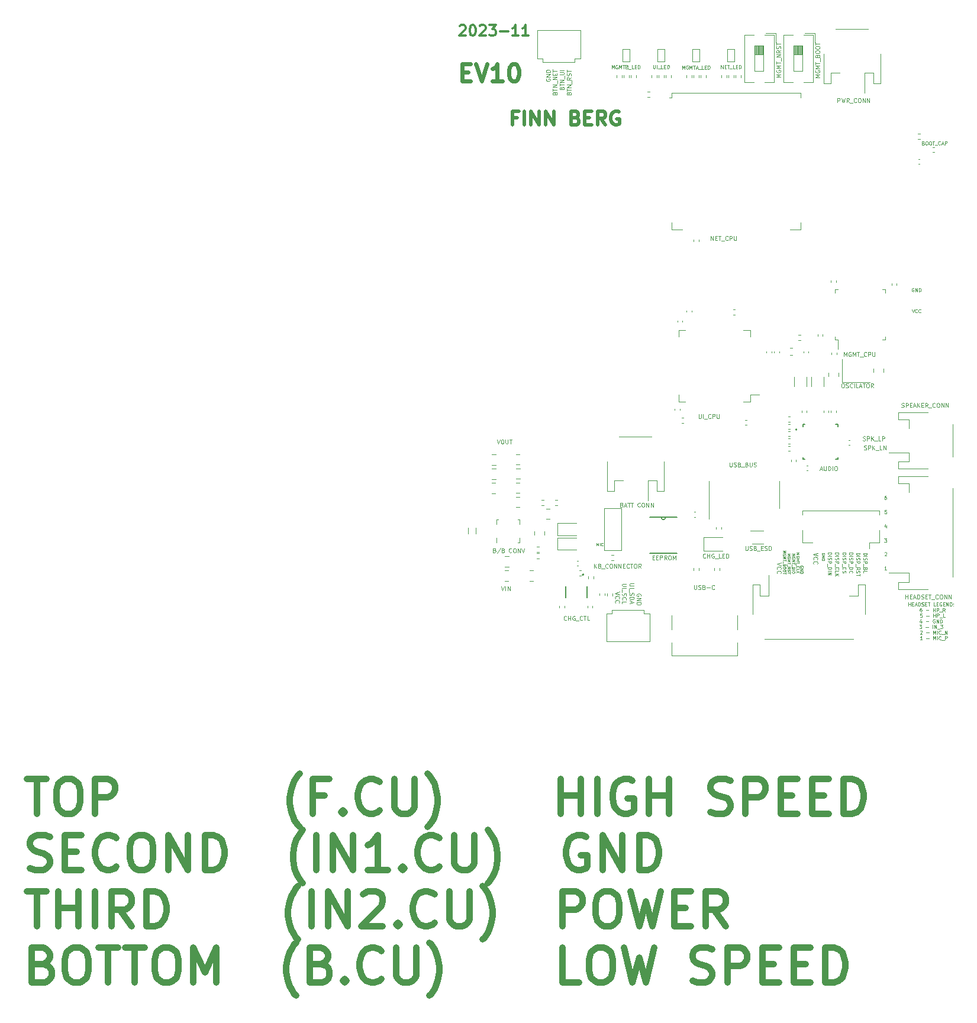
<source format=gbr>
%TF.GenerationSoftware,KiCad,Pcbnew,7.0.5*%
%TF.CreationDate,2023-12-05T08:46:21-08:00*%
%TF.ProjectId,EV10 Board Design,45563130-2042-46f6-9172-642044657369,EV9*%
%TF.SameCoordinates,Original*%
%TF.FileFunction,Legend,Top*%
%TF.FilePolarity,Positive*%
%FSLAX46Y46*%
G04 Gerber Fmt 4.6, Leading zero omitted, Abs format (unit mm)*
G04 Created by KiCad (PCBNEW 7.0.5) date 2023-12-05 08:46:21*
%MOMM*%
%LPD*%
G01*
G04 APERTURE LIST*
%ADD10C,0.100000*%
%ADD11C,0.500000*%
%ADD12C,0.625000*%
%ADD13C,0.900000*%
%ADD14C,0.300000*%
%ADD15C,0.120000*%
%ADD16C,0.152400*%
%ADD17C,0.127000*%
%ADD18C,0.200000*%
G04 APERTURE END LIST*
D10*
X134861429Y-131189847D02*
X134861429Y-130789847D01*
X134861429Y-130789847D02*
X134994762Y-131075561D01*
X134994762Y-131075561D02*
X135128095Y-130789847D01*
X135128095Y-130789847D02*
X135128095Y-131189847D01*
X135318572Y-131189847D02*
X135318572Y-130789847D01*
X135737619Y-131151752D02*
X135718571Y-131170800D01*
X135718571Y-131170800D02*
X135661429Y-131189847D01*
X135661429Y-131189847D02*
X135623333Y-131189847D01*
X135623333Y-131189847D02*
X135566190Y-131170800D01*
X135566190Y-131170800D02*
X135528095Y-131132704D01*
X135528095Y-131132704D02*
X135509048Y-131094609D01*
X135509048Y-131094609D02*
X135490000Y-131018419D01*
X135490000Y-131018419D02*
X135490000Y-130961276D01*
X135490000Y-130961276D02*
X135509048Y-130885085D01*
X135509048Y-130885085D02*
X135528095Y-130846990D01*
X135528095Y-130846990D02*
X135566190Y-130808895D01*
X135566190Y-130808895D02*
X135623333Y-130789847D01*
X135623333Y-130789847D02*
X135661429Y-130789847D01*
X135661429Y-130789847D02*
X135718571Y-130808895D01*
X135718571Y-130808895D02*
X135737619Y-130827942D01*
X176309047Y-126076109D02*
X176070952Y-126076109D01*
X176070952Y-126076109D02*
X176047143Y-126314204D01*
X176047143Y-126314204D02*
X176070952Y-126290395D01*
X176070952Y-126290395D02*
X176118571Y-126266585D01*
X176118571Y-126266585D02*
X176237619Y-126266585D01*
X176237619Y-126266585D02*
X176285238Y-126290395D01*
X176285238Y-126290395D02*
X176309047Y-126314204D01*
X176309047Y-126314204D02*
X176332857Y-126361823D01*
X176332857Y-126361823D02*
X176332857Y-126480871D01*
X176332857Y-126480871D02*
X176309047Y-126528490D01*
X176309047Y-126528490D02*
X176285238Y-126552300D01*
X176285238Y-126552300D02*
X176237619Y-126576109D01*
X176237619Y-126576109D02*
X176118571Y-126576109D01*
X176118571Y-126576109D02*
X176070952Y-126552300D01*
X176070952Y-126552300D02*
X176047143Y-126528490D01*
X121212857Y-137022371D02*
X121412857Y-137622371D01*
X121412857Y-137622371D02*
X121612857Y-137022371D01*
X121812858Y-137622371D02*
X121812858Y-137022371D01*
X122098572Y-137622371D02*
X122098572Y-137022371D01*
X122098572Y-137022371D02*
X122441429Y-137622371D01*
X122441429Y-137622371D02*
X122441429Y-137022371D01*
X147093809Y-62966109D02*
X147093809Y-62466109D01*
X147093809Y-62466109D02*
X147260476Y-62823252D01*
X147260476Y-62823252D02*
X147427142Y-62466109D01*
X147427142Y-62466109D02*
X147427142Y-62966109D01*
X147927143Y-62489919D02*
X147879524Y-62466109D01*
X147879524Y-62466109D02*
X147808095Y-62466109D01*
X147808095Y-62466109D02*
X147736667Y-62489919D01*
X147736667Y-62489919D02*
X147689048Y-62537538D01*
X147689048Y-62537538D02*
X147665238Y-62585157D01*
X147665238Y-62585157D02*
X147641429Y-62680395D01*
X147641429Y-62680395D02*
X147641429Y-62751823D01*
X147641429Y-62751823D02*
X147665238Y-62847061D01*
X147665238Y-62847061D02*
X147689048Y-62894680D01*
X147689048Y-62894680D02*
X147736667Y-62942300D01*
X147736667Y-62942300D02*
X147808095Y-62966109D01*
X147808095Y-62966109D02*
X147855714Y-62966109D01*
X147855714Y-62966109D02*
X147927143Y-62942300D01*
X147927143Y-62942300D02*
X147950952Y-62918490D01*
X147950952Y-62918490D02*
X147950952Y-62751823D01*
X147950952Y-62751823D02*
X147855714Y-62751823D01*
X148165238Y-62966109D02*
X148165238Y-62466109D01*
X148165238Y-62466109D02*
X148331905Y-62823252D01*
X148331905Y-62823252D02*
X148498571Y-62466109D01*
X148498571Y-62466109D02*
X148498571Y-62966109D01*
X148665239Y-62466109D02*
X148950953Y-62466109D01*
X148808096Y-62966109D02*
X148808096Y-62466109D01*
X149093810Y-62823252D02*
X149331905Y-62823252D01*
X149046191Y-62966109D02*
X149212857Y-62466109D01*
X149212857Y-62466109D02*
X149379524Y-62966109D01*
X149427143Y-63013728D02*
X149808095Y-63013728D01*
X150165237Y-62966109D02*
X149927142Y-62966109D01*
X149927142Y-62966109D02*
X149927142Y-62466109D01*
X150331904Y-62704204D02*
X150498571Y-62704204D01*
X150569999Y-62966109D02*
X150331904Y-62966109D01*
X150331904Y-62966109D02*
X150331904Y-62466109D01*
X150331904Y-62466109D02*
X150569999Y-62466109D01*
X150784285Y-62966109D02*
X150784285Y-62466109D01*
X150784285Y-62466109D02*
X150903333Y-62466109D01*
X150903333Y-62466109D02*
X150974761Y-62489919D01*
X150974761Y-62489919D02*
X151022380Y-62537538D01*
X151022380Y-62537538D02*
X151046190Y-62585157D01*
X151046190Y-62585157D02*
X151069999Y-62680395D01*
X151069999Y-62680395D02*
X151069999Y-62751823D01*
X151069999Y-62751823D02*
X151046190Y-62847061D01*
X151046190Y-62847061D02*
X151022380Y-62894680D01*
X151022380Y-62894680D02*
X150974761Y-62942300D01*
X150974761Y-62942300D02*
X150903333Y-62966109D01*
X150903333Y-62966109D02*
X150784285Y-62966109D01*
X130888085Y-66442856D02*
X130916657Y-66357142D01*
X130916657Y-66357142D02*
X130945228Y-66328571D01*
X130945228Y-66328571D02*
X131002371Y-66299999D01*
X131002371Y-66299999D02*
X131088085Y-66299999D01*
X131088085Y-66299999D02*
X131145228Y-66328571D01*
X131145228Y-66328571D02*
X131173800Y-66357142D01*
X131173800Y-66357142D02*
X131202371Y-66414285D01*
X131202371Y-66414285D02*
X131202371Y-66642856D01*
X131202371Y-66642856D02*
X130602371Y-66642856D01*
X130602371Y-66642856D02*
X130602371Y-66442856D01*
X130602371Y-66442856D02*
X130630942Y-66385714D01*
X130630942Y-66385714D02*
X130659514Y-66357142D01*
X130659514Y-66357142D02*
X130716657Y-66328571D01*
X130716657Y-66328571D02*
X130773800Y-66328571D01*
X130773800Y-66328571D02*
X130830942Y-66357142D01*
X130830942Y-66357142D02*
X130859514Y-66385714D01*
X130859514Y-66385714D02*
X130888085Y-66442856D01*
X130888085Y-66442856D02*
X130888085Y-66642856D01*
X130602371Y-66128571D02*
X130602371Y-65785714D01*
X131202371Y-65957142D02*
X130602371Y-65957142D01*
X131202371Y-65585713D02*
X130602371Y-65585713D01*
X130602371Y-65585713D02*
X131202371Y-65242856D01*
X131202371Y-65242856D02*
X130602371Y-65242856D01*
X131259514Y-65100000D02*
X131259514Y-64642857D01*
X131202371Y-64157142D02*
X130916657Y-64357142D01*
X131202371Y-64499999D02*
X130602371Y-64499999D01*
X130602371Y-64499999D02*
X130602371Y-64271428D01*
X130602371Y-64271428D02*
X130630942Y-64214285D01*
X130630942Y-64214285D02*
X130659514Y-64185714D01*
X130659514Y-64185714D02*
X130716657Y-64157142D01*
X130716657Y-64157142D02*
X130802371Y-64157142D01*
X130802371Y-64157142D02*
X130859514Y-64185714D01*
X130859514Y-64185714D02*
X130888085Y-64214285D01*
X130888085Y-64214285D02*
X130916657Y-64271428D01*
X130916657Y-64271428D02*
X130916657Y-64499999D01*
X131173800Y-63928571D02*
X131202371Y-63842857D01*
X131202371Y-63842857D02*
X131202371Y-63699999D01*
X131202371Y-63699999D02*
X131173800Y-63642857D01*
X131173800Y-63642857D02*
X131145228Y-63614285D01*
X131145228Y-63614285D02*
X131088085Y-63585714D01*
X131088085Y-63585714D02*
X131030942Y-63585714D01*
X131030942Y-63585714D02*
X130973800Y-63614285D01*
X130973800Y-63614285D02*
X130945228Y-63642857D01*
X130945228Y-63642857D02*
X130916657Y-63699999D01*
X130916657Y-63699999D02*
X130888085Y-63814285D01*
X130888085Y-63814285D02*
X130859514Y-63871428D01*
X130859514Y-63871428D02*
X130830942Y-63899999D01*
X130830942Y-63899999D02*
X130773800Y-63928571D01*
X130773800Y-63928571D02*
X130716657Y-63928571D01*
X130716657Y-63928571D02*
X130659514Y-63899999D01*
X130659514Y-63899999D02*
X130630942Y-63871428D01*
X130630942Y-63871428D02*
X130602371Y-63814285D01*
X130602371Y-63814285D02*
X130602371Y-63671428D01*
X130602371Y-63671428D02*
X130630942Y-63585714D01*
X130602371Y-63414285D02*
X130602371Y-63071428D01*
X131202371Y-63242856D02*
X130602371Y-63242856D01*
D11*
X123461804Y-69951619D02*
X122795137Y-69951619D01*
X122795137Y-70999238D02*
X122795137Y-68999238D01*
X122795137Y-68999238D02*
X123747518Y-68999238D01*
X124509423Y-70999238D02*
X124509423Y-68999238D01*
X125461804Y-70999238D02*
X125461804Y-68999238D01*
X125461804Y-68999238D02*
X126604661Y-70999238D01*
X126604661Y-70999238D02*
X126604661Y-68999238D01*
X127557042Y-70999238D02*
X127557042Y-68999238D01*
X127557042Y-68999238D02*
X128699899Y-70999238D01*
X128699899Y-70999238D02*
X128699899Y-68999238D01*
X131842757Y-69951619D02*
X132128471Y-70046857D01*
X132128471Y-70046857D02*
X132223709Y-70142095D01*
X132223709Y-70142095D02*
X132318947Y-70332571D01*
X132318947Y-70332571D02*
X132318947Y-70618285D01*
X132318947Y-70618285D02*
X132223709Y-70808761D01*
X132223709Y-70808761D02*
X132128471Y-70904000D01*
X132128471Y-70904000D02*
X131937995Y-70999238D01*
X131937995Y-70999238D02*
X131176090Y-70999238D01*
X131176090Y-70999238D02*
X131176090Y-68999238D01*
X131176090Y-68999238D02*
X131842757Y-68999238D01*
X131842757Y-68999238D02*
X132033233Y-69094476D01*
X132033233Y-69094476D02*
X132128471Y-69189714D01*
X132128471Y-69189714D02*
X132223709Y-69380190D01*
X132223709Y-69380190D02*
X132223709Y-69570666D01*
X132223709Y-69570666D02*
X132128471Y-69761142D01*
X132128471Y-69761142D02*
X132033233Y-69856380D01*
X132033233Y-69856380D02*
X131842757Y-69951619D01*
X131842757Y-69951619D02*
X131176090Y-69951619D01*
X133176090Y-69951619D02*
X133842757Y-69951619D01*
X134128471Y-70999238D02*
X133176090Y-70999238D01*
X133176090Y-70999238D02*
X133176090Y-68999238D01*
X133176090Y-68999238D02*
X134128471Y-68999238D01*
X136128471Y-70999238D02*
X135461804Y-70046857D01*
X134985614Y-70999238D02*
X134985614Y-68999238D01*
X134985614Y-68999238D02*
X135747519Y-68999238D01*
X135747519Y-68999238D02*
X135937995Y-69094476D01*
X135937995Y-69094476D02*
X136033233Y-69189714D01*
X136033233Y-69189714D02*
X136128471Y-69380190D01*
X136128471Y-69380190D02*
X136128471Y-69665904D01*
X136128471Y-69665904D02*
X136033233Y-69856380D01*
X136033233Y-69856380D02*
X135937995Y-69951619D01*
X135937995Y-69951619D02*
X135747519Y-70046857D01*
X135747519Y-70046857D02*
X134985614Y-70046857D01*
X138033233Y-69094476D02*
X137842757Y-68999238D01*
X137842757Y-68999238D02*
X137557043Y-68999238D01*
X137557043Y-68999238D02*
X137271328Y-69094476D01*
X137271328Y-69094476D02*
X137080852Y-69284952D01*
X137080852Y-69284952D02*
X136985614Y-69475428D01*
X136985614Y-69475428D02*
X136890376Y-69856380D01*
X136890376Y-69856380D02*
X136890376Y-70142095D01*
X136890376Y-70142095D02*
X136985614Y-70523047D01*
X136985614Y-70523047D02*
X137080852Y-70713523D01*
X137080852Y-70713523D02*
X137271328Y-70904000D01*
X137271328Y-70904000D02*
X137557043Y-70999238D01*
X137557043Y-70999238D02*
X137747519Y-70999238D01*
X137747519Y-70999238D02*
X138033233Y-70904000D01*
X138033233Y-70904000D02*
X138128471Y-70808761D01*
X138128471Y-70808761D02*
X138128471Y-70142095D01*
X138128471Y-70142095D02*
X137747519Y-70142095D01*
D10*
X167451104Y-132445237D02*
X167470152Y-132407142D01*
X167470152Y-132407142D02*
X167470152Y-132349999D01*
X167470152Y-132349999D02*
X167451104Y-132292856D01*
X167451104Y-132292856D02*
X167413009Y-132254761D01*
X167413009Y-132254761D02*
X167374914Y-132235714D01*
X167374914Y-132235714D02*
X167298723Y-132216666D01*
X167298723Y-132216666D02*
X167241580Y-132216666D01*
X167241580Y-132216666D02*
X167165390Y-132235714D01*
X167165390Y-132235714D02*
X167127295Y-132254761D01*
X167127295Y-132254761D02*
X167089200Y-132292856D01*
X167089200Y-132292856D02*
X167070152Y-132349999D01*
X167070152Y-132349999D02*
X167070152Y-132388095D01*
X167070152Y-132388095D02*
X167089200Y-132445237D01*
X167089200Y-132445237D02*
X167108247Y-132464285D01*
X167108247Y-132464285D02*
X167241580Y-132464285D01*
X167241580Y-132464285D02*
X167241580Y-132388095D01*
X167070152Y-132635714D02*
X167470152Y-132635714D01*
X167470152Y-132635714D02*
X167070152Y-132864285D01*
X167070152Y-132864285D02*
X167470152Y-132864285D01*
X167070152Y-133054762D02*
X167470152Y-133054762D01*
X167470152Y-133054762D02*
X167470152Y-133150000D01*
X167470152Y-133150000D02*
X167451104Y-133207143D01*
X167451104Y-133207143D02*
X167413009Y-133245238D01*
X167413009Y-133245238D02*
X167374914Y-133264285D01*
X167374914Y-133264285D02*
X167298723Y-133283333D01*
X167298723Y-133283333D02*
X167241580Y-133283333D01*
X167241580Y-133283333D02*
X167165390Y-133264285D01*
X167165390Y-133264285D02*
X167127295Y-133245238D01*
X167127295Y-133245238D02*
X167089200Y-133207143D01*
X167089200Y-133207143D02*
X167070152Y-133150000D01*
X167070152Y-133150000D02*
X167070152Y-133054762D01*
X179042858Y-138772371D02*
X179042858Y-138172371D01*
X179042858Y-138458085D02*
X179385715Y-138458085D01*
X179385715Y-138772371D02*
X179385715Y-138172371D01*
X179671429Y-138458085D02*
X179871429Y-138458085D01*
X179957143Y-138772371D02*
X179671429Y-138772371D01*
X179671429Y-138772371D02*
X179671429Y-138172371D01*
X179671429Y-138172371D02*
X179957143Y-138172371D01*
X180185714Y-138600942D02*
X180471429Y-138600942D01*
X180128571Y-138772371D02*
X180328571Y-138172371D01*
X180328571Y-138172371D02*
X180528571Y-138772371D01*
X180728572Y-138772371D02*
X180728572Y-138172371D01*
X180728572Y-138172371D02*
X180871429Y-138172371D01*
X180871429Y-138172371D02*
X180957143Y-138200942D01*
X180957143Y-138200942D02*
X181014286Y-138258085D01*
X181014286Y-138258085D02*
X181042857Y-138315228D01*
X181042857Y-138315228D02*
X181071429Y-138429514D01*
X181071429Y-138429514D02*
X181071429Y-138515228D01*
X181071429Y-138515228D02*
X181042857Y-138629514D01*
X181042857Y-138629514D02*
X181014286Y-138686657D01*
X181014286Y-138686657D02*
X180957143Y-138743800D01*
X180957143Y-138743800D02*
X180871429Y-138772371D01*
X180871429Y-138772371D02*
X180728572Y-138772371D01*
X181300000Y-138743800D02*
X181385715Y-138772371D01*
X181385715Y-138772371D02*
X181528572Y-138772371D01*
X181528572Y-138772371D02*
X181585715Y-138743800D01*
X181585715Y-138743800D02*
X181614286Y-138715228D01*
X181614286Y-138715228D02*
X181642857Y-138658085D01*
X181642857Y-138658085D02*
X181642857Y-138600942D01*
X181642857Y-138600942D02*
X181614286Y-138543800D01*
X181614286Y-138543800D02*
X181585715Y-138515228D01*
X181585715Y-138515228D02*
X181528572Y-138486657D01*
X181528572Y-138486657D02*
X181414286Y-138458085D01*
X181414286Y-138458085D02*
X181357143Y-138429514D01*
X181357143Y-138429514D02*
X181328572Y-138400942D01*
X181328572Y-138400942D02*
X181300000Y-138343800D01*
X181300000Y-138343800D02*
X181300000Y-138286657D01*
X181300000Y-138286657D02*
X181328572Y-138229514D01*
X181328572Y-138229514D02*
X181357143Y-138200942D01*
X181357143Y-138200942D02*
X181414286Y-138172371D01*
X181414286Y-138172371D02*
X181557143Y-138172371D01*
X181557143Y-138172371D02*
X181642857Y-138200942D01*
X181900001Y-138458085D02*
X182100001Y-138458085D01*
X182185715Y-138772371D02*
X181900001Y-138772371D01*
X181900001Y-138772371D02*
X181900001Y-138172371D01*
X181900001Y-138172371D02*
X182185715Y-138172371D01*
X182357143Y-138172371D02*
X182700001Y-138172371D01*
X182528572Y-138772371D02*
X182528572Y-138172371D01*
X182757144Y-138829514D02*
X183214286Y-138829514D01*
X183700001Y-138715228D02*
X183671429Y-138743800D01*
X183671429Y-138743800D02*
X183585715Y-138772371D01*
X183585715Y-138772371D02*
X183528572Y-138772371D01*
X183528572Y-138772371D02*
X183442858Y-138743800D01*
X183442858Y-138743800D02*
X183385715Y-138686657D01*
X183385715Y-138686657D02*
X183357144Y-138629514D01*
X183357144Y-138629514D02*
X183328572Y-138515228D01*
X183328572Y-138515228D02*
X183328572Y-138429514D01*
X183328572Y-138429514D02*
X183357144Y-138315228D01*
X183357144Y-138315228D02*
X183385715Y-138258085D01*
X183385715Y-138258085D02*
X183442858Y-138200942D01*
X183442858Y-138200942D02*
X183528572Y-138172371D01*
X183528572Y-138172371D02*
X183585715Y-138172371D01*
X183585715Y-138172371D02*
X183671429Y-138200942D01*
X183671429Y-138200942D02*
X183700001Y-138229514D01*
X184071429Y-138172371D02*
X184185715Y-138172371D01*
X184185715Y-138172371D02*
X184242858Y-138200942D01*
X184242858Y-138200942D02*
X184300001Y-138258085D01*
X184300001Y-138258085D02*
X184328572Y-138372371D01*
X184328572Y-138372371D02*
X184328572Y-138572371D01*
X184328572Y-138572371D02*
X184300001Y-138686657D01*
X184300001Y-138686657D02*
X184242858Y-138743800D01*
X184242858Y-138743800D02*
X184185715Y-138772371D01*
X184185715Y-138772371D02*
X184071429Y-138772371D01*
X184071429Y-138772371D02*
X184014287Y-138743800D01*
X184014287Y-138743800D02*
X183957144Y-138686657D01*
X183957144Y-138686657D02*
X183928572Y-138572371D01*
X183928572Y-138572371D02*
X183928572Y-138372371D01*
X183928572Y-138372371D02*
X183957144Y-138258085D01*
X183957144Y-138258085D02*
X184014287Y-138200942D01*
X184014287Y-138200942D02*
X184071429Y-138172371D01*
X184585715Y-138772371D02*
X184585715Y-138172371D01*
X184585715Y-138172371D02*
X184928572Y-138772371D01*
X184928572Y-138772371D02*
X184928572Y-138172371D01*
X185214286Y-138772371D02*
X185214286Y-138172371D01*
X185214286Y-138172371D02*
X185557143Y-138772371D01*
X185557143Y-138772371D02*
X185557143Y-138172371D01*
X176003333Y-130156109D02*
X176312857Y-130156109D01*
X176312857Y-130156109D02*
X176146190Y-130346585D01*
X176146190Y-130346585D02*
X176217619Y-130346585D01*
X176217619Y-130346585D02*
X176265238Y-130370395D01*
X176265238Y-130370395D02*
X176289047Y-130394204D01*
X176289047Y-130394204D02*
X176312857Y-130441823D01*
X176312857Y-130441823D02*
X176312857Y-130560871D01*
X176312857Y-130560871D02*
X176289047Y-130608490D01*
X176289047Y-130608490D02*
X176265238Y-130632300D01*
X176265238Y-130632300D02*
X176217619Y-130656109D01*
X176217619Y-130656109D02*
X176074762Y-130656109D01*
X176074762Y-130656109D02*
X176027143Y-130632300D01*
X176027143Y-130632300D02*
X176003333Y-130608490D01*
X142959047Y-62386109D02*
X142959047Y-62790871D01*
X142959047Y-62790871D02*
X142982857Y-62838490D01*
X142982857Y-62838490D02*
X143006666Y-62862300D01*
X143006666Y-62862300D02*
X143054285Y-62886109D01*
X143054285Y-62886109D02*
X143149523Y-62886109D01*
X143149523Y-62886109D02*
X143197142Y-62862300D01*
X143197142Y-62862300D02*
X143220952Y-62838490D01*
X143220952Y-62838490D02*
X143244761Y-62790871D01*
X143244761Y-62790871D02*
X143244761Y-62386109D01*
X143482857Y-62886109D02*
X143482857Y-62386109D01*
X143601905Y-62933728D02*
X143982857Y-62933728D01*
X144339999Y-62886109D02*
X144101904Y-62886109D01*
X144101904Y-62886109D02*
X144101904Y-62386109D01*
X144506666Y-62624204D02*
X144673333Y-62624204D01*
X144744761Y-62886109D02*
X144506666Y-62886109D01*
X144506666Y-62886109D02*
X144506666Y-62386109D01*
X144506666Y-62386109D02*
X144744761Y-62386109D01*
X144959047Y-62886109D02*
X144959047Y-62386109D01*
X144959047Y-62386109D02*
X145078095Y-62386109D01*
X145078095Y-62386109D02*
X145149523Y-62409919D01*
X145149523Y-62409919D02*
X145197142Y-62457538D01*
X145197142Y-62457538D02*
X145220952Y-62505157D01*
X145220952Y-62505157D02*
X145244761Y-62600395D01*
X145244761Y-62600395D02*
X145244761Y-62671823D01*
X145244761Y-62671823D02*
X145220952Y-62767061D01*
X145220952Y-62767061D02*
X145197142Y-62814680D01*
X145197142Y-62814680D02*
X145149523Y-62862300D01*
X145149523Y-62862300D02*
X145078095Y-62886109D01*
X145078095Y-62886109D02*
X144959047Y-62886109D01*
X170973890Y-132201429D02*
X171473890Y-132201429D01*
X171473890Y-132201429D02*
X171473890Y-132320477D01*
X171473890Y-132320477D02*
X171450080Y-132391905D01*
X171450080Y-132391905D02*
X171402461Y-132439524D01*
X171402461Y-132439524D02*
X171354842Y-132463334D01*
X171354842Y-132463334D02*
X171259604Y-132487143D01*
X171259604Y-132487143D02*
X171188176Y-132487143D01*
X171188176Y-132487143D02*
X171092938Y-132463334D01*
X171092938Y-132463334D02*
X171045319Y-132439524D01*
X171045319Y-132439524D02*
X170997700Y-132391905D01*
X170997700Y-132391905D02*
X170973890Y-132320477D01*
X170973890Y-132320477D02*
X170973890Y-132201429D01*
X170973890Y-132701429D02*
X171473890Y-132701429D01*
X170997700Y-132915715D02*
X170973890Y-132987143D01*
X170973890Y-132987143D02*
X170973890Y-133106191D01*
X170973890Y-133106191D02*
X170997700Y-133153810D01*
X170997700Y-133153810D02*
X171021509Y-133177619D01*
X171021509Y-133177619D02*
X171069128Y-133201429D01*
X171069128Y-133201429D02*
X171116747Y-133201429D01*
X171116747Y-133201429D02*
X171164366Y-133177619D01*
X171164366Y-133177619D02*
X171188176Y-133153810D01*
X171188176Y-133153810D02*
X171211985Y-133106191D01*
X171211985Y-133106191D02*
X171235795Y-133010953D01*
X171235795Y-133010953D02*
X171259604Y-132963334D01*
X171259604Y-132963334D02*
X171283414Y-132939524D01*
X171283414Y-132939524D02*
X171331033Y-132915715D01*
X171331033Y-132915715D02*
X171378652Y-132915715D01*
X171378652Y-132915715D02*
X171426271Y-132939524D01*
X171426271Y-132939524D02*
X171450080Y-132963334D01*
X171450080Y-132963334D02*
X171473890Y-133010953D01*
X171473890Y-133010953D02*
X171473890Y-133130000D01*
X171473890Y-133130000D02*
X171450080Y-133201429D01*
X170973890Y-133415714D02*
X171473890Y-133415714D01*
X171473890Y-133415714D02*
X171473890Y-133606190D01*
X171473890Y-133606190D02*
X171450080Y-133653809D01*
X171450080Y-133653809D02*
X171426271Y-133677619D01*
X171426271Y-133677619D02*
X171378652Y-133701428D01*
X171378652Y-133701428D02*
X171307223Y-133701428D01*
X171307223Y-133701428D02*
X171259604Y-133677619D01*
X171259604Y-133677619D02*
X171235795Y-133653809D01*
X171235795Y-133653809D02*
X171211985Y-133606190D01*
X171211985Y-133606190D02*
X171211985Y-133415714D01*
X170926271Y-133796667D02*
X170926271Y-134177619D01*
X170973890Y-134296666D02*
X171473890Y-134296666D01*
X171473890Y-134296666D02*
X171473890Y-134415714D01*
X171473890Y-134415714D02*
X171450080Y-134487142D01*
X171450080Y-134487142D02*
X171402461Y-134534761D01*
X171402461Y-134534761D02*
X171354842Y-134558571D01*
X171354842Y-134558571D02*
X171259604Y-134582380D01*
X171259604Y-134582380D02*
X171188176Y-134582380D01*
X171188176Y-134582380D02*
X171092938Y-134558571D01*
X171092938Y-134558571D02*
X171045319Y-134534761D01*
X171045319Y-134534761D02*
X170997700Y-134487142D01*
X170997700Y-134487142D02*
X170973890Y-134415714D01*
X170973890Y-134415714D02*
X170973890Y-134296666D01*
X171021509Y-135082380D02*
X170997700Y-135058571D01*
X170997700Y-135058571D02*
X170973890Y-134987142D01*
X170973890Y-134987142D02*
X170973890Y-134939523D01*
X170973890Y-134939523D02*
X170997700Y-134868095D01*
X170997700Y-134868095D02*
X171045319Y-134820476D01*
X171045319Y-134820476D02*
X171092938Y-134796666D01*
X171092938Y-134796666D02*
X171188176Y-134772857D01*
X171188176Y-134772857D02*
X171259604Y-134772857D01*
X171259604Y-134772857D02*
X171354842Y-134796666D01*
X171354842Y-134796666D02*
X171402461Y-134820476D01*
X171402461Y-134820476D02*
X171450080Y-134868095D01*
X171450080Y-134868095D02*
X171473890Y-134939523D01*
X171473890Y-134939523D02*
X171473890Y-134987142D01*
X171473890Y-134987142D02*
X171450080Y-135058571D01*
X171450080Y-135058571D02*
X171426271Y-135082380D01*
X170031428Y-107952371D02*
X170145714Y-107952371D01*
X170145714Y-107952371D02*
X170202857Y-107980942D01*
X170202857Y-107980942D02*
X170260000Y-108038085D01*
X170260000Y-108038085D02*
X170288571Y-108152371D01*
X170288571Y-108152371D02*
X170288571Y-108352371D01*
X170288571Y-108352371D02*
X170260000Y-108466657D01*
X170260000Y-108466657D02*
X170202857Y-108523800D01*
X170202857Y-108523800D02*
X170145714Y-108552371D01*
X170145714Y-108552371D02*
X170031428Y-108552371D01*
X170031428Y-108552371D02*
X169974286Y-108523800D01*
X169974286Y-108523800D02*
X169917143Y-108466657D01*
X169917143Y-108466657D02*
X169888571Y-108352371D01*
X169888571Y-108352371D02*
X169888571Y-108152371D01*
X169888571Y-108152371D02*
X169917143Y-108038085D01*
X169917143Y-108038085D02*
X169974286Y-107980942D01*
X169974286Y-107980942D02*
X170031428Y-107952371D01*
X170517142Y-108523800D02*
X170602857Y-108552371D01*
X170602857Y-108552371D02*
X170745714Y-108552371D01*
X170745714Y-108552371D02*
X170802857Y-108523800D01*
X170802857Y-108523800D02*
X170831428Y-108495228D01*
X170831428Y-108495228D02*
X170859999Y-108438085D01*
X170859999Y-108438085D02*
X170859999Y-108380942D01*
X170859999Y-108380942D02*
X170831428Y-108323800D01*
X170831428Y-108323800D02*
X170802857Y-108295228D01*
X170802857Y-108295228D02*
X170745714Y-108266657D01*
X170745714Y-108266657D02*
X170631428Y-108238085D01*
X170631428Y-108238085D02*
X170574285Y-108209514D01*
X170574285Y-108209514D02*
X170545714Y-108180942D01*
X170545714Y-108180942D02*
X170517142Y-108123800D01*
X170517142Y-108123800D02*
X170517142Y-108066657D01*
X170517142Y-108066657D02*
X170545714Y-108009514D01*
X170545714Y-108009514D02*
X170574285Y-107980942D01*
X170574285Y-107980942D02*
X170631428Y-107952371D01*
X170631428Y-107952371D02*
X170774285Y-107952371D01*
X170774285Y-107952371D02*
X170859999Y-107980942D01*
X171460000Y-108495228D02*
X171431428Y-108523800D01*
X171431428Y-108523800D02*
X171345714Y-108552371D01*
X171345714Y-108552371D02*
X171288571Y-108552371D01*
X171288571Y-108552371D02*
X171202857Y-108523800D01*
X171202857Y-108523800D02*
X171145714Y-108466657D01*
X171145714Y-108466657D02*
X171117143Y-108409514D01*
X171117143Y-108409514D02*
X171088571Y-108295228D01*
X171088571Y-108295228D02*
X171088571Y-108209514D01*
X171088571Y-108209514D02*
X171117143Y-108095228D01*
X171117143Y-108095228D02*
X171145714Y-108038085D01*
X171145714Y-108038085D02*
X171202857Y-107980942D01*
X171202857Y-107980942D02*
X171288571Y-107952371D01*
X171288571Y-107952371D02*
X171345714Y-107952371D01*
X171345714Y-107952371D02*
X171431428Y-107980942D01*
X171431428Y-107980942D02*
X171460000Y-108009514D01*
X171717143Y-108552371D02*
X171717143Y-107952371D01*
X172288571Y-108552371D02*
X172002857Y-108552371D01*
X172002857Y-108552371D02*
X172002857Y-107952371D01*
X172459999Y-108380942D02*
X172745714Y-108380942D01*
X172402856Y-108552371D02*
X172602856Y-107952371D01*
X172602856Y-107952371D02*
X172802856Y-108552371D01*
X172917142Y-107952371D02*
X173260000Y-107952371D01*
X173088571Y-108552371D02*
X173088571Y-107952371D01*
X173574285Y-107952371D02*
X173688571Y-107952371D01*
X173688571Y-107952371D02*
X173745714Y-107980942D01*
X173745714Y-107980942D02*
X173802857Y-108038085D01*
X173802857Y-108038085D02*
X173831428Y-108152371D01*
X173831428Y-108152371D02*
X173831428Y-108352371D01*
X173831428Y-108352371D02*
X173802857Y-108466657D01*
X173802857Y-108466657D02*
X173745714Y-108523800D01*
X173745714Y-108523800D02*
X173688571Y-108552371D01*
X173688571Y-108552371D02*
X173574285Y-108552371D01*
X173574285Y-108552371D02*
X173517143Y-108523800D01*
X173517143Y-108523800D02*
X173460000Y-108466657D01*
X173460000Y-108466657D02*
X173431428Y-108352371D01*
X173431428Y-108352371D02*
X173431428Y-108152371D01*
X173431428Y-108152371D02*
X173460000Y-108038085D01*
X173460000Y-108038085D02*
X173517143Y-107980942D01*
X173517143Y-107980942D02*
X173574285Y-107952371D01*
X174431428Y-108552371D02*
X174231428Y-108266657D01*
X174088571Y-108552371D02*
X174088571Y-107952371D01*
X174088571Y-107952371D02*
X174317142Y-107952371D01*
X174317142Y-107952371D02*
X174374285Y-107980942D01*
X174374285Y-107980942D02*
X174402856Y-108009514D01*
X174402856Y-108009514D02*
X174431428Y-108066657D01*
X174431428Y-108066657D02*
X174431428Y-108152371D01*
X174431428Y-108152371D02*
X174402856Y-108209514D01*
X174402856Y-108209514D02*
X174374285Y-108238085D01*
X174374285Y-108238085D02*
X174317142Y-108266657D01*
X174317142Y-108266657D02*
X174088571Y-108266657D01*
X179923334Y-97336109D02*
X180090000Y-97836109D01*
X180090000Y-97836109D02*
X180256667Y-97336109D01*
X180709047Y-97788490D02*
X180685238Y-97812300D01*
X180685238Y-97812300D02*
X180613809Y-97836109D01*
X180613809Y-97836109D02*
X180566190Y-97836109D01*
X180566190Y-97836109D02*
X180494762Y-97812300D01*
X180494762Y-97812300D02*
X180447143Y-97764680D01*
X180447143Y-97764680D02*
X180423333Y-97717061D01*
X180423333Y-97717061D02*
X180399524Y-97621823D01*
X180399524Y-97621823D02*
X180399524Y-97550395D01*
X180399524Y-97550395D02*
X180423333Y-97455157D01*
X180423333Y-97455157D02*
X180447143Y-97407538D01*
X180447143Y-97407538D02*
X180494762Y-97359919D01*
X180494762Y-97359919D02*
X180566190Y-97336109D01*
X180566190Y-97336109D02*
X180613809Y-97336109D01*
X180613809Y-97336109D02*
X180685238Y-97359919D01*
X180685238Y-97359919D02*
X180709047Y-97383728D01*
X181209047Y-97788490D02*
X181185238Y-97812300D01*
X181185238Y-97812300D02*
X181113809Y-97836109D01*
X181113809Y-97836109D02*
X181066190Y-97836109D01*
X181066190Y-97836109D02*
X180994762Y-97812300D01*
X180994762Y-97812300D02*
X180947143Y-97764680D01*
X180947143Y-97764680D02*
X180923333Y-97717061D01*
X180923333Y-97717061D02*
X180899524Y-97621823D01*
X180899524Y-97621823D02*
X180899524Y-97550395D01*
X180899524Y-97550395D02*
X180923333Y-97455157D01*
X180923333Y-97455157D02*
X180947143Y-97407538D01*
X180947143Y-97407538D02*
X180994762Y-97359919D01*
X180994762Y-97359919D02*
X181066190Y-97336109D01*
X181066190Y-97336109D02*
X181113809Y-97336109D01*
X181113809Y-97336109D02*
X181185238Y-97359919D01*
X181185238Y-97359919D02*
X181209047Y-97383728D01*
X152641428Y-62896109D02*
X152641428Y-62396109D01*
X152641428Y-62396109D02*
X152927142Y-62896109D01*
X152927142Y-62896109D02*
X152927142Y-62396109D01*
X153165238Y-62634204D02*
X153331905Y-62634204D01*
X153403333Y-62896109D02*
X153165238Y-62896109D01*
X153165238Y-62896109D02*
X153165238Y-62396109D01*
X153165238Y-62396109D02*
X153403333Y-62396109D01*
X153546191Y-62396109D02*
X153831905Y-62396109D01*
X153689048Y-62896109D02*
X153689048Y-62396109D01*
X153879524Y-62943728D02*
X154260476Y-62943728D01*
X154617618Y-62896109D02*
X154379523Y-62896109D01*
X154379523Y-62896109D02*
X154379523Y-62396109D01*
X154784285Y-62634204D02*
X154950952Y-62634204D01*
X155022380Y-62896109D02*
X154784285Y-62896109D01*
X154784285Y-62896109D02*
X154784285Y-62396109D01*
X154784285Y-62396109D02*
X155022380Y-62396109D01*
X155236666Y-62896109D02*
X155236666Y-62396109D01*
X155236666Y-62396109D02*
X155355714Y-62396109D01*
X155355714Y-62396109D02*
X155427142Y-62419919D01*
X155427142Y-62419919D02*
X155474761Y-62467538D01*
X155474761Y-62467538D02*
X155498571Y-62515157D01*
X155498571Y-62515157D02*
X155522380Y-62610395D01*
X155522380Y-62610395D02*
X155522380Y-62681823D01*
X155522380Y-62681823D02*
X155498571Y-62777061D01*
X155498571Y-62777061D02*
X155474761Y-62824680D01*
X155474761Y-62824680D02*
X155427142Y-62872300D01*
X155427142Y-62872300D02*
X155355714Y-62896109D01*
X155355714Y-62896109D02*
X155236666Y-62896109D01*
X153874286Y-119272371D02*
X153874286Y-119758085D01*
X153874286Y-119758085D02*
X153902857Y-119815228D01*
X153902857Y-119815228D02*
X153931429Y-119843800D01*
X153931429Y-119843800D02*
X153988571Y-119872371D01*
X153988571Y-119872371D02*
X154102857Y-119872371D01*
X154102857Y-119872371D02*
X154160000Y-119843800D01*
X154160000Y-119843800D02*
X154188571Y-119815228D01*
X154188571Y-119815228D02*
X154217143Y-119758085D01*
X154217143Y-119758085D02*
X154217143Y-119272371D01*
X154474285Y-119843800D02*
X154560000Y-119872371D01*
X154560000Y-119872371D02*
X154702857Y-119872371D01*
X154702857Y-119872371D02*
X154760000Y-119843800D01*
X154760000Y-119843800D02*
X154788571Y-119815228D01*
X154788571Y-119815228D02*
X154817142Y-119758085D01*
X154817142Y-119758085D02*
X154817142Y-119700942D01*
X154817142Y-119700942D02*
X154788571Y-119643800D01*
X154788571Y-119643800D02*
X154760000Y-119615228D01*
X154760000Y-119615228D02*
X154702857Y-119586657D01*
X154702857Y-119586657D02*
X154588571Y-119558085D01*
X154588571Y-119558085D02*
X154531428Y-119529514D01*
X154531428Y-119529514D02*
X154502857Y-119500942D01*
X154502857Y-119500942D02*
X154474285Y-119443800D01*
X154474285Y-119443800D02*
X154474285Y-119386657D01*
X154474285Y-119386657D02*
X154502857Y-119329514D01*
X154502857Y-119329514D02*
X154531428Y-119300942D01*
X154531428Y-119300942D02*
X154588571Y-119272371D01*
X154588571Y-119272371D02*
X154731428Y-119272371D01*
X154731428Y-119272371D02*
X154817142Y-119300942D01*
X155274286Y-119558085D02*
X155360000Y-119586657D01*
X155360000Y-119586657D02*
X155388571Y-119615228D01*
X155388571Y-119615228D02*
X155417143Y-119672371D01*
X155417143Y-119672371D02*
X155417143Y-119758085D01*
X155417143Y-119758085D02*
X155388571Y-119815228D01*
X155388571Y-119815228D02*
X155360000Y-119843800D01*
X155360000Y-119843800D02*
X155302857Y-119872371D01*
X155302857Y-119872371D02*
X155074286Y-119872371D01*
X155074286Y-119872371D02*
X155074286Y-119272371D01*
X155074286Y-119272371D02*
X155274286Y-119272371D01*
X155274286Y-119272371D02*
X155331429Y-119300942D01*
X155331429Y-119300942D02*
X155360000Y-119329514D01*
X155360000Y-119329514D02*
X155388571Y-119386657D01*
X155388571Y-119386657D02*
X155388571Y-119443800D01*
X155388571Y-119443800D02*
X155360000Y-119500942D01*
X155360000Y-119500942D02*
X155331429Y-119529514D01*
X155331429Y-119529514D02*
X155274286Y-119558085D01*
X155274286Y-119558085D02*
X155074286Y-119558085D01*
X155531429Y-119929514D02*
X155988571Y-119929514D01*
X156331429Y-119558085D02*
X156417143Y-119586657D01*
X156417143Y-119586657D02*
X156445714Y-119615228D01*
X156445714Y-119615228D02*
X156474286Y-119672371D01*
X156474286Y-119672371D02*
X156474286Y-119758085D01*
X156474286Y-119758085D02*
X156445714Y-119815228D01*
X156445714Y-119815228D02*
X156417143Y-119843800D01*
X156417143Y-119843800D02*
X156360000Y-119872371D01*
X156360000Y-119872371D02*
X156131429Y-119872371D01*
X156131429Y-119872371D02*
X156131429Y-119272371D01*
X156131429Y-119272371D02*
X156331429Y-119272371D01*
X156331429Y-119272371D02*
X156388572Y-119300942D01*
X156388572Y-119300942D02*
X156417143Y-119329514D01*
X156417143Y-119329514D02*
X156445714Y-119386657D01*
X156445714Y-119386657D02*
X156445714Y-119443800D01*
X156445714Y-119443800D02*
X156417143Y-119500942D01*
X156417143Y-119500942D02*
X156388572Y-119529514D01*
X156388572Y-119529514D02*
X156331429Y-119558085D01*
X156331429Y-119558085D02*
X156131429Y-119558085D01*
X156731429Y-119272371D02*
X156731429Y-119758085D01*
X156731429Y-119758085D02*
X156760000Y-119815228D01*
X156760000Y-119815228D02*
X156788572Y-119843800D01*
X156788572Y-119843800D02*
X156845714Y-119872371D01*
X156845714Y-119872371D02*
X156960000Y-119872371D01*
X156960000Y-119872371D02*
X157017143Y-119843800D01*
X157017143Y-119843800D02*
X157045714Y-119815228D01*
X157045714Y-119815228D02*
X157074286Y-119758085D01*
X157074286Y-119758085D02*
X157074286Y-119272371D01*
X157331428Y-119843800D02*
X157417143Y-119872371D01*
X157417143Y-119872371D02*
X157560000Y-119872371D01*
X157560000Y-119872371D02*
X157617143Y-119843800D01*
X157617143Y-119843800D02*
X157645714Y-119815228D01*
X157645714Y-119815228D02*
X157674285Y-119758085D01*
X157674285Y-119758085D02*
X157674285Y-119700942D01*
X157674285Y-119700942D02*
X157645714Y-119643800D01*
X157645714Y-119643800D02*
X157617143Y-119615228D01*
X157617143Y-119615228D02*
X157560000Y-119586657D01*
X157560000Y-119586657D02*
X157445714Y-119558085D01*
X157445714Y-119558085D02*
X157388571Y-119529514D01*
X157388571Y-119529514D02*
X157360000Y-119500942D01*
X157360000Y-119500942D02*
X157331428Y-119443800D01*
X157331428Y-119443800D02*
X157331428Y-119386657D01*
X157331428Y-119386657D02*
X157360000Y-119329514D01*
X157360000Y-119329514D02*
X157388571Y-119300942D01*
X157388571Y-119300942D02*
X157445714Y-119272371D01*
X157445714Y-119272371D02*
X157588571Y-119272371D01*
X157588571Y-119272371D02*
X157674285Y-119300942D01*
X180219047Y-94329919D02*
X180171428Y-94306109D01*
X180171428Y-94306109D02*
X180099999Y-94306109D01*
X180099999Y-94306109D02*
X180028571Y-94329919D01*
X180028571Y-94329919D02*
X179980952Y-94377538D01*
X179980952Y-94377538D02*
X179957142Y-94425157D01*
X179957142Y-94425157D02*
X179933333Y-94520395D01*
X179933333Y-94520395D02*
X179933333Y-94591823D01*
X179933333Y-94591823D02*
X179957142Y-94687061D01*
X179957142Y-94687061D02*
X179980952Y-94734680D01*
X179980952Y-94734680D02*
X180028571Y-94782300D01*
X180028571Y-94782300D02*
X180099999Y-94806109D01*
X180099999Y-94806109D02*
X180147618Y-94806109D01*
X180147618Y-94806109D02*
X180219047Y-94782300D01*
X180219047Y-94782300D02*
X180242856Y-94758490D01*
X180242856Y-94758490D02*
X180242856Y-94591823D01*
X180242856Y-94591823D02*
X180147618Y-94591823D01*
X180457142Y-94806109D02*
X180457142Y-94306109D01*
X180457142Y-94306109D02*
X180742856Y-94806109D01*
X180742856Y-94806109D02*
X180742856Y-94306109D01*
X180980952Y-94806109D02*
X180980952Y-94306109D01*
X180980952Y-94306109D02*
X181100000Y-94306109D01*
X181100000Y-94306109D02*
X181171428Y-94329919D01*
X181171428Y-94329919D02*
X181219047Y-94377538D01*
X181219047Y-94377538D02*
X181242857Y-94425157D01*
X181242857Y-94425157D02*
X181266666Y-94520395D01*
X181266666Y-94520395D02*
X181266666Y-94591823D01*
X181266666Y-94591823D02*
X181242857Y-94687061D01*
X181242857Y-94687061D02*
X181219047Y-94734680D01*
X181219047Y-94734680D02*
X181171428Y-94782300D01*
X181171428Y-94782300D02*
X181100000Y-94806109D01*
X181100000Y-94806109D02*
X180980952Y-94806109D01*
X138097628Y-137799999D02*
X137497628Y-137999999D01*
X137497628Y-137999999D02*
X138097628Y-138199999D01*
X137554771Y-138742857D02*
X137526200Y-138714285D01*
X137526200Y-138714285D02*
X137497628Y-138628571D01*
X137497628Y-138628571D02*
X137497628Y-138571428D01*
X137497628Y-138571428D02*
X137526200Y-138485714D01*
X137526200Y-138485714D02*
X137583342Y-138428571D01*
X137583342Y-138428571D02*
X137640485Y-138400000D01*
X137640485Y-138400000D02*
X137754771Y-138371428D01*
X137754771Y-138371428D02*
X137840485Y-138371428D01*
X137840485Y-138371428D02*
X137954771Y-138400000D01*
X137954771Y-138400000D02*
X138011914Y-138428571D01*
X138011914Y-138428571D02*
X138069057Y-138485714D01*
X138069057Y-138485714D02*
X138097628Y-138571428D01*
X138097628Y-138571428D02*
X138097628Y-138628571D01*
X138097628Y-138628571D02*
X138069057Y-138714285D01*
X138069057Y-138714285D02*
X138040485Y-138742857D01*
X137554771Y-139342857D02*
X137526200Y-139314285D01*
X137526200Y-139314285D02*
X137497628Y-139228571D01*
X137497628Y-139228571D02*
X137497628Y-139171428D01*
X137497628Y-139171428D02*
X137526200Y-139085714D01*
X137526200Y-139085714D02*
X137583342Y-139028571D01*
X137583342Y-139028571D02*
X137640485Y-139000000D01*
X137640485Y-139000000D02*
X137754771Y-138971428D01*
X137754771Y-138971428D02*
X137840485Y-138971428D01*
X137840485Y-138971428D02*
X137954771Y-139000000D01*
X137954771Y-139000000D02*
X138011914Y-139028571D01*
X138011914Y-139028571D02*
X138069057Y-139085714D01*
X138069057Y-139085714D02*
X138097628Y-139171428D01*
X138097628Y-139171428D02*
X138097628Y-139228571D01*
X138097628Y-139228571D02*
X138069057Y-139314285D01*
X138069057Y-139314285D02*
X138040485Y-139342857D01*
X134487144Y-134372371D02*
X134487144Y-133772371D01*
X134830001Y-134372371D02*
X134572858Y-134029514D01*
X134830001Y-133772371D02*
X134487144Y-134115228D01*
X135287144Y-134058085D02*
X135372858Y-134086657D01*
X135372858Y-134086657D02*
X135401429Y-134115228D01*
X135401429Y-134115228D02*
X135430001Y-134172371D01*
X135430001Y-134172371D02*
X135430001Y-134258085D01*
X135430001Y-134258085D02*
X135401429Y-134315228D01*
X135401429Y-134315228D02*
X135372858Y-134343800D01*
X135372858Y-134343800D02*
X135315715Y-134372371D01*
X135315715Y-134372371D02*
X135087144Y-134372371D01*
X135087144Y-134372371D02*
X135087144Y-133772371D01*
X135087144Y-133772371D02*
X135287144Y-133772371D01*
X135287144Y-133772371D02*
X135344287Y-133800942D01*
X135344287Y-133800942D02*
X135372858Y-133829514D01*
X135372858Y-133829514D02*
X135401429Y-133886657D01*
X135401429Y-133886657D02*
X135401429Y-133943800D01*
X135401429Y-133943800D02*
X135372858Y-134000942D01*
X135372858Y-134000942D02*
X135344287Y-134029514D01*
X135344287Y-134029514D02*
X135287144Y-134058085D01*
X135287144Y-134058085D02*
X135087144Y-134058085D01*
X135544287Y-134429514D02*
X136001429Y-134429514D01*
X136487144Y-134315228D02*
X136458572Y-134343800D01*
X136458572Y-134343800D02*
X136372858Y-134372371D01*
X136372858Y-134372371D02*
X136315715Y-134372371D01*
X136315715Y-134372371D02*
X136230001Y-134343800D01*
X136230001Y-134343800D02*
X136172858Y-134286657D01*
X136172858Y-134286657D02*
X136144287Y-134229514D01*
X136144287Y-134229514D02*
X136115715Y-134115228D01*
X136115715Y-134115228D02*
X136115715Y-134029514D01*
X136115715Y-134029514D02*
X136144287Y-133915228D01*
X136144287Y-133915228D02*
X136172858Y-133858085D01*
X136172858Y-133858085D02*
X136230001Y-133800942D01*
X136230001Y-133800942D02*
X136315715Y-133772371D01*
X136315715Y-133772371D02*
X136372858Y-133772371D01*
X136372858Y-133772371D02*
X136458572Y-133800942D01*
X136458572Y-133800942D02*
X136487144Y-133829514D01*
X136858572Y-133772371D02*
X136972858Y-133772371D01*
X136972858Y-133772371D02*
X137030001Y-133800942D01*
X137030001Y-133800942D02*
X137087144Y-133858085D01*
X137087144Y-133858085D02*
X137115715Y-133972371D01*
X137115715Y-133972371D02*
X137115715Y-134172371D01*
X137115715Y-134172371D02*
X137087144Y-134286657D01*
X137087144Y-134286657D02*
X137030001Y-134343800D01*
X137030001Y-134343800D02*
X136972858Y-134372371D01*
X136972858Y-134372371D02*
X136858572Y-134372371D01*
X136858572Y-134372371D02*
X136801430Y-134343800D01*
X136801430Y-134343800D02*
X136744287Y-134286657D01*
X136744287Y-134286657D02*
X136715715Y-134172371D01*
X136715715Y-134172371D02*
X136715715Y-133972371D01*
X136715715Y-133972371D02*
X136744287Y-133858085D01*
X136744287Y-133858085D02*
X136801430Y-133800942D01*
X136801430Y-133800942D02*
X136858572Y-133772371D01*
X137372858Y-134372371D02*
X137372858Y-133772371D01*
X137372858Y-133772371D02*
X137715715Y-134372371D01*
X137715715Y-134372371D02*
X137715715Y-133772371D01*
X138001429Y-134372371D02*
X138001429Y-133772371D01*
X138001429Y-133772371D02*
X138344286Y-134372371D01*
X138344286Y-134372371D02*
X138344286Y-133772371D01*
X138630000Y-134058085D02*
X138830000Y-134058085D01*
X138915714Y-134372371D02*
X138630000Y-134372371D01*
X138630000Y-134372371D02*
X138630000Y-133772371D01*
X138630000Y-133772371D02*
X138915714Y-133772371D01*
X139515714Y-134315228D02*
X139487142Y-134343800D01*
X139487142Y-134343800D02*
X139401428Y-134372371D01*
X139401428Y-134372371D02*
X139344285Y-134372371D01*
X139344285Y-134372371D02*
X139258571Y-134343800D01*
X139258571Y-134343800D02*
X139201428Y-134286657D01*
X139201428Y-134286657D02*
X139172857Y-134229514D01*
X139172857Y-134229514D02*
X139144285Y-134115228D01*
X139144285Y-134115228D02*
X139144285Y-134029514D01*
X139144285Y-134029514D02*
X139172857Y-133915228D01*
X139172857Y-133915228D02*
X139201428Y-133858085D01*
X139201428Y-133858085D02*
X139258571Y-133800942D01*
X139258571Y-133800942D02*
X139344285Y-133772371D01*
X139344285Y-133772371D02*
X139401428Y-133772371D01*
X139401428Y-133772371D02*
X139487142Y-133800942D01*
X139487142Y-133800942D02*
X139515714Y-133829514D01*
X139687142Y-133772371D02*
X140030000Y-133772371D01*
X139858571Y-134372371D02*
X139858571Y-133772371D01*
X140344285Y-133772371D02*
X140458571Y-133772371D01*
X140458571Y-133772371D02*
X140515714Y-133800942D01*
X140515714Y-133800942D02*
X140572857Y-133858085D01*
X140572857Y-133858085D02*
X140601428Y-133972371D01*
X140601428Y-133972371D02*
X140601428Y-134172371D01*
X140601428Y-134172371D02*
X140572857Y-134286657D01*
X140572857Y-134286657D02*
X140515714Y-134343800D01*
X140515714Y-134343800D02*
X140458571Y-134372371D01*
X140458571Y-134372371D02*
X140344285Y-134372371D01*
X140344285Y-134372371D02*
X140287143Y-134343800D01*
X140287143Y-134343800D02*
X140230000Y-134286657D01*
X140230000Y-134286657D02*
X140201428Y-134172371D01*
X140201428Y-134172371D02*
X140201428Y-133972371D01*
X140201428Y-133972371D02*
X140230000Y-133858085D01*
X140230000Y-133858085D02*
X140287143Y-133800942D01*
X140287143Y-133800942D02*
X140344285Y-133772371D01*
X141201428Y-134372371D02*
X141001428Y-134086657D01*
X140858571Y-134372371D02*
X140858571Y-133772371D01*
X140858571Y-133772371D02*
X141087142Y-133772371D01*
X141087142Y-133772371D02*
X141144285Y-133800942D01*
X141144285Y-133800942D02*
X141172856Y-133829514D01*
X141172856Y-133829514D02*
X141201428Y-133886657D01*
X141201428Y-133886657D02*
X141201428Y-133972371D01*
X141201428Y-133972371D02*
X141172856Y-134029514D01*
X141172856Y-134029514D02*
X141144285Y-134058085D01*
X141144285Y-134058085D02*
X141087142Y-134086657D01*
X141087142Y-134086657D02*
X140858571Y-134086657D01*
X167933890Y-132190476D02*
X168433890Y-132190476D01*
X168433890Y-132190476D02*
X168433890Y-132309524D01*
X168433890Y-132309524D02*
X168410080Y-132380952D01*
X168410080Y-132380952D02*
X168362461Y-132428571D01*
X168362461Y-132428571D02*
X168314842Y-132452381D01*
X168314842Y-132452381D02*
X168219604Y-132476190D01*
X168219604Y-132476190D02*
X168148176Y-132476190D01*
X168148176Y-132476190D02*
X168052938Y-132452381D01*
X168052938Y-132452381D02*
X168005319Y-132428571D01*
X168005319Y-132428571D02*
X167957700Y-132380952D01*
X167957700Y-132380952D02*
X167933890Y-132309524D01*
X167933890Y-132309524D02*
X167933890Y-132190476D01*
X167933890Y-132690476D02*
X168433890Y-132690476D01*
X167957700Y-132904762D02*
X167933890Y-132976190D01*
X167933890Y-132976190D02*
X167933890Y-133095238D01*
X167933890Y-133095238D02*
X167957700Y-133142857D01*
X167957700Y-133142857D02*
X167981509Y-133166666D01*
X167981509Y-133166666D02*
X168029128Y-133190476D01*
X168029128Y-133190476D02*
X168076747Y-133190476D01*
X168076747Y-133190476D02*
X168124366Y-133166666D01*
X168124366Y-133166666D02*
X168148176Y-133142857D01*
X168148176Y-133142857D02*
X168171985Y-133095238D01*
X168171985Y-133095238D02*
X168195795Y-133000000D01*
X168195795Y-133000000D02*
X168219604Y-132952381D01*
X168219604Y-132952381D02*
X168243414Y-132928571D01*
X168243414Y-132928571D02*
X168291033Y-132904762D01*
X168291033Y-132904762D02*
X168338652Y-132904762D01*
X168338652Y-132904762D02*
X168386271Y-132928571D01*
X168386271Y-132928571D02*
X168410080Y-132952381D01*
X168410080Y-132952381D02*
X168433890Y-133000000D01*
X168433890Y-133000000D02*
X168433890Y-133119047D01*
X168433890Y-133119047D02*
X168410080Y-133190476D01*
X167933890Y-133404761D02*
X168433890Y-133404761D01*
X168433890Y-133404761D02*
X168433890Y-133595237D01*
X168433890Y-133595237D02*
X168410080Y-133642856D01*
X168410080Y-133642856D02*
X168386271Y-133666666D01*
X168386271Y-133666666D02*
X168338652Y-133690475D01*
X168338652Y-133690475D02*
X168267223Y-133690475D01*
X168267223Y-133690475D02*
X168219604Y-133666666D01*
X168219604Y-133666666D02*
X168195795Y-133642856D01*
X168195795Y-133642856D02*
X168171985Y-133595237D01*
X168171985Y-133595237D02*
X168171985Y-133404761D01*
X167886271Y-133785714D02*
X167886271Y-134166666D01*
X167933890Y-134285713D02*
X168433890Y-134285713D01*
X168433890Y-134285713D02*
X168433890Y-134404761D01*
X168433890Y-134404761D02*
X168410080Y-134476189D01*
X168410080Y-134476189D02*
X168362461Y-134523808D01*
X168362461Y-134523808D02*
X168314842Y-134547618D01*
X168314842Y-134547618D02*
X168219604Y-134571427D01*
X168219604Y-134571427D02*
X168148176Y-134571427D01*
X168148176Y-134571427D02*
X168052938Y-134547618D01*
X168052938Y-134547618D02*
X168005319Y-134523808D01*
X168005319Y-134523808D02*
X167957700Y-134476189D01*
X167957700Y-134476189D02*
X167933890Y-134404761D01*
X167933890Y-134404761D02*
X167933890Y-134285713D01*
X167933890Y-134785713D02*
X168433890Y-134785713D01*
X167933890Y-135023808D02*
X168433890Y-135023808D01*
X168433890Y-135023808D02*
X167933890Y-135309522D01*
X167933890Y-135309522D02*
X168433890Y-135309522D01*
X179475714Y-139801109D02*
X179475714Y-139301109D01*
X179475714Y-139539204D02*
X179761428Y-139539204D01*
X179761428Y-139801109D02*
X179761428Y-139301109D01*
X179999524Y-139539204D02*
X180166191Y-139539204D01*
X180237619Y-139801109D02*
X179999524Y-139801109D01*
X179999524Y-139801109D02*
X179999524Y-139301109D01*
X179999524Y-139301109D02*
X180237619Y-139301109D01*
X180428096Y-139658252D02*
X180666191Y-139658252D01*
X180380477Y-139801109D02*
X180547143Y-139301109D01*
X180547143Y-139301109D02*
X180713810Y-139801109D01*
X180880476Y-139801109D02*
X180880476Y-139301109D01*
X180880476Y-139301109D02*
X180999524Y-139301109D01*
X180999524Y-139301109D02*
X181070952Y-139324919D01*
X181070952Y-139324919D02*
X181118571Y-139372538D01*
X181118571Y-139372538D02*
X181142381Y-139420157D01*
X181142381Y-139420157D02*
X181166190Y-139515395D01*
X181166190Y-139515395D02*
X181166190Y-139586823D01*
X181166190Y-139586823D02*
X181142381Y-139682061D01*
X181142381Y-139682061D02*
X181118571Y-139729680D01*
X181118571Y-139729680D02*
X181070952Y-139777300D01*
X181070952Y-139777300D02*
X180999524Y-139801109D01*
X180999524Y-139801109D02*
X180880476Y-139801109D01*
X181356667Y-139777300D02*
X181428095Y-139801109D01*
X181428095Y-139801109D02*
X181547143Y-139801109D01*
X181547143Y-139801109D02*
X181594762Y-139777300D01*
X181594762Y-139777300D02*
X181618571Y-139753490D01*
X181618571Y-139753490D02*
X181642381Y-139705871D01*
X181642381Y-139705871D02*
X181642381Y-139658252D01*
X181642381Y-139658252D02*
X181618571Y-139610633D01*
X181618571Y-139610633D02*
X181594762Y-139586823D01*
X181594762Y-139586823D02*
X181547143Y-139563014D01*
X181547143Y-139563014D02*
X181451905Y-139539204D01*
X181451905Y-139539204D02*
X181404286Y-139515395D01*
X181404286Y-139515395D02*
X181380476Y-139491585D01*
X181380476Y-139491585D02*
X181356667Y-139443966D01*
X181356667Y-139443966D02*
X181356667Y-139396347D01*
X181356667Y-139396347D02*
X181380476Y-139348728D01*
X181380476Y-139348728D02*
X181404286Y-139324919D01*
X181404286Y-139324919D02*
X181451905Y-139301109D01*
X181451905Y-139301109D02*
X181570952Y-139301109D01*
X181570952Y-139301109D02*
X181642381Y-139324919D01*
X181856666Y-139539204D02*
X182023333Y-139539204D01*
X182094761Y-139801109D02*
X181856666Y-139801109D01*
X181856666Y-139801109D02*
X181856666Y-139301109D01*
X181856666Y-139301109D02*
X182094761Y-139301109D01*
X182237619Y-139301109D02*
X182523333Y-139301109D01*
X182380476Y-139801109D02*
X182380476Y-139301109D01*
X183309046Y-139801109D02*
X183070951Y-139801109D01*
X183070951Y-139801109D02*
X183070951Y-139301109D01*
X183475713Y-139539204D02*
X183642380Y-139539204D01*
X183713808Y-139801109D02*
X183475713Y-139801109D01*
X183475713Y-139801109D02*
X183475713Y-139301109D01*
X183475713Y-139301109D02*
X183713808Y-139301109D01*
X184189999Y-139324919D02*
X184142380Y-139301109D01*
X184142380Y-139301109D02*
X184070951Y-139301109D01*
X184070951Y-139301109D02*
X183999523Y-139324919D01*
X183999523Y-139324919D02*
X183951904Y-139372538D01*
X183951904Y-139372538D02*
X183928094Y-139420157D01*
X183928094Y-139420157D02*
X183904285Y-139515395D01*
X183904285Y-139515395D02*
X183904285Y-139586823D01*
X183904285Y-139586823D02*
X183928094Y-139682061D01*
X183928094Y-139682061D02*
X183951904Y-139729680D01*
X183951904Y-139729680D02*
X183999523Y-139777300D01*
X183999523Y-139777300D02*
X184070951Y-139801109D01*
X184070951Y-139801109D02*
X184118570Y-139801109D01*
X184118570Y-139801109D02*
X184189999Y-139777300D01*
X184189999Y-139777300D02*
X184213808Y-139753490D01*
X184213808Y-139753490D02*
X184213808Y-139586823D01*
X184213808Y-139586823D02*
X184118570Y-139586823D01*
X184428094Y-139539204D02*
X184594761Y-139539204D01*
X184666189Y-139801109D02*
X184428094Y-139801109D01*
X184428094Y-139801109D02*
X184428094Y-139301109D01*
X184428094Y-139301109D02*
X184666189Y-139301109D01*
X184880475Y-139801109D02*
X184880475Y-139301109D01*
X184880475Y-139301109D02*
X185166189Y-139801109D01*
X185166189Y-139801109D02*
X185166189Y-139301109D01*
X185404285Y-139801109D02*
X185404285Y-139301109D01*
X185404285Y-139301109D02*
X185523333Y-139301109D01*
X185523333Y-139301109D02*
X185594761Y-139324919D01*
X185594761Y-139324919D02*
X185642380Y-139372538D01*
X185642380Y-139372538D02*
X185666190Y-139420157D01*
X185666190Y-139420157D02*
X185689999Y-139515395D01*
X185689999Y-139515395D02*
X185689999Y-139586823D01*
X185689999Y-139586823D02*
X185666190Y-139682061D01*
X185666190Y-139682061D02*
X185642380Y-139729680D01*
X185642380Y-139729680D02*
X185594761Y-139777300D01*
X185594761Y-139777300D02*
X185523333Y-139801109D01*
X185523333Y-139801109D02*
X185404285Y-139801109D01*
X185904285Y-139753490D02*
X185928095Y-139777300D01*
X185928095Y-139777300D02*
X185904285Y-139801109D01*
X185904285Y-139801109D02*
X185880476Y-139777300D01*
X185880476Y-139777300D02*
X185904285Y-139753490D01*
X185904285Y-139753490D02*
X185904285Y-139801109D01*
X185904285Y-139491585D02*
X185928095Y-139515395D01*
X185928095Y-139515395D02*
X185904285Y-139539204D01*
X185904285Y-139539204D02*
X185880476Y-139515395D01*
X185880476Y-139515395D02*
X185904285Y-139491585D01*
X185904285Y-139491585D02*
X185904285Y-139539204D01*
X181332857Y-140106109D02*
X181237619Y-140106109D01*
X181237619Y-140106109D02*
X181190000Y-140129919D01*
X181190000Y-140129919D02*
X181166190Y-140153728D01*
X181166190Y-140153728D02*
X181118571Y-140225157D01*
X181118571Y-140225157D02*
X181094762Y-140320395D01*
X181094762Y-140320395D02*
X181094762Y-140510871D01*
X181094762Y-140510871D02*
X181118571Y-140558490D01*
X181118571Y-140558490D02*
X181142381Y-140582300D01*
X181142381Y-140582300D02*
X181190000Y-140606109D01*
X181190000Y-140606109D02*
X181285238Y-140606109D01*
X181285238Y-140606109D02*
X181332857Y-140582300D01*
X181332857Y-140582300D02*
X181356666Y-140558490D01*
X181356666Y-140558490D02*
X181380476Y-140510871D01*
X181380476Y-140510871D02*
X181380476Y-140391823D01*
X181380476Y-140391823D02*
X181356666Y-140344204D01*
X181356666Y-140344204D02*
X181332857Y-140320395D01*
X181332857Y-140320395D02*
X181285238Y-140296585D01*
X181285238Y-140296585D02*
X181190000Y-140296585D01*
X181190000Y-140296585D02*
X181142381Y-140320395D01*
X181142381Y-140320395D02*
X181118571Y-140344204D01*
X181118571Y-140344204D02*
X181094762Y-140391823D01*
X181975713Y-140415633D02*
X182356666Y-140415633D01*
X182975713Y-140606109D02*
X182975713Y-140106109D01*
X182975713Y-140344204D02*
X183261427Y-140344204D01*
X183261427Y-140606109D02*
X183261427Y-140106109D01*
X183499523Y-140606109D02*
X183499523Y-140106109D01*
X183499523Y-140106109D02*
X183689999Y-140106109D01*
X183689999Y-140106109D02*
X183737618Y-140129919D01*
X183737618Y-140129919D02*
X183761428Y-140153728D01*
X183761428Y-140153728D02*
X183785237Y-140201347D01*
X183785237Y-140201347D02*
X183785237Y-140272776D01*
X183785237Y-140272776D02*
X183761428Y-140320395D01*
X183761428Y-140320395D02*
X183737618Y-140344204D01*
X183737618Y-140344204D02*
X183689999Y-140368014D01*
X183689999Y-140368014D02*
X183499523Y-140368014D01*
X183880476Y-140653728D02*
X184261428Y-140653728D01*
X184666189Y-140606109D02*
X184499523Y-140368014D01*
X184380475Y-140606109D02*
X184380475Y-140106109D01*
X184380475Y-140106109D02*
X184570951Y-140106109D01*
X184570951Y-140106109D02*
X184618570Y-140129919D01*
X184618570Y-140129919D02*
X184642380Y-140153728D01*
X184642380Y-140153728D02*
X184666189Y-140201347D01*
X184666189Y-140201347D02*
X184666189Y-140272776D01*
X184666189Y-140272776D02*
X184642380Y-140320395D01*
X184642380Y-140320395D02*
X184618570Y-140344204D01*
X184618570Y-140344204D02*
X184570951Y-140368014D01*
X184570951Y-140368014D02*
X184380475Y-140368014D01*
X181404285Y-140911109D02*
X181166190Y-140911109D01*
X181166190Y-140911109D02*
X181142381Y-141149204D01*
X181142381Y-141149204D02*
X181166190Y-141125395D01*
X181166190Y-141125395D02*
X181213809Y-141101585D01*
X181213809Y-141101585D02*
X181332857Y-141101585D01*
X181332857Y-141101585D02*
X181380476Y-141125395D01*
X181380476Y-141125395D02*
X181404285Y-141149204D01*
X181404285Y-141149204D02*
X181428095Y-141196823D01*
X181428095Y-141196823D02*
X181428095Y-141315871D01*
X181428095Y-141315871D02*
X181404285Y-141363490D01*
X181404285Y-141363490D02*
X181380476Y-141387300D01*
X181380476Y-141387300D02*
X181332857Y-141411109D01*
X181332857Y-141411109D02*
X181213809Y-141411109D01*
X181213809Y-141411109D02*
X181166190Y-141387300D01*
X181166190Y-141387300D02*
X181142381Y-141363490D01*
X182023332Y-141220633D02*
X182404285Y-141220633D01*
X183023332Y-141411109D02*
X183023332Y-140911109D01*
X183023332Y-141149204D02*
X183309046Y-141149204D01*
X183309046Y-141411109D02*
X183309046Y-140911109D01*
X183547142Y-141411109D02*
X183547142Y-140911109D01*
X183547142Y-140911109D02*
X183737618Y-140911109D01*
X183737618Y-140911109D02*
X183785237Y-140934919D01*
X183785237Y-140934919D02*
X183809047Y-140958728D01*
X183809047Y-140958728D02*
X183832856Y-141006347D01*
X183832856Y-141006347D02*
X183832856Y-141077776D01*
X183832856Y-141077776D02*
X183809047Y-141125395D01*
X183809047Y-141125395D02*
X183785237Y-141149204D01*
X183785237Y-141149204D02*
X183737618Y-141173014D01*
X183737618Y-141173014D02*
X183547142Y-141173014D01*
X183928095Y-141458728D02*
X184309047Y-141458728D01*
X184666189Y-141411109D02*
X184428094Y-141411109D01*
X184428094Y-141411109D02*
X184428094Y-140911109D01*
X181332857Y-141882776D02*
X181332857Y-142216109D01*
X181213809Y-141692300D02*
X181094762Y-142049442D01*
X181094762Y-142049442D02*
X181404285Y-142049442D01*
X181975713Y-142025633D02*
X182356666Y-142025633D01*
X183237618Y-141739919D02*
X183189999Y-141716109D01*
X183189999Y-141716109D02*
X183118570Y-141716109D01*
X183118570Y-141716109D02*
X183047142Y-141739919D01*
X183047142Y-141739919D02*
X182999523Y-141787538D01*
X182999523Y-141787538D02*
X182975713Y-141835157D01*
X182975713Y-141835157D02*
X182951904Y-141930395D01*
X182951904Y-141930395D02*
X182951904Y-142001823D01*
X182951904Y-142001823D02*
X182975713Y-142097061D01*
X182975713Y-142097061D02*
X182999523Y-142144680D01*
X182999523Y-142144680D02*
X183047142Y-142192300D01*
X183047142Y-142192300D02*
X183118570Y-142216109D01*
X183118570Y-142216109D02*
X183166189Y-142216109D01*
X183166189Y-142216109D02*
X183237618Y-142192300D01*
X183237618Y-142192300D02*
X183261427Y-142168490D01*
X183261427Y-142168490D02*
X183261427Y-142001823D01*
X183261427Y-142001823D02*
X183166189Y-142001823D01*
X183475713Y-142216109D02*
X183475713Y-141716109D01*
X183475713Y-141716109D02*
X183761427Y-142216109D01*
X183761427Y-142216109D02*
X183761427Y-141716109D01*
X183999523Y-142216109D02*
X183999523Y-141716109D01*
X183999523Y-141716109D02*
X184118571Y-141716109D01*
X184118571Y-141716109D02*
X184189999Y-141739919D01*
X184189999Y-141739919D02*
X184237618Y-141787538D01*
X184237618Y-141787538D02*
X184261428Y-141835157D01*
X184261428Y-141835157D02*
X184285237Y-141930395D01*
X184285237Y-141930395D02*
X184285237Y-142001823D01*
X184285237Y-142001823D02*
X184261428Y-142097061D01*
X184261428Y-142097061D02*
X184237618Y-142144680D01*
X184237618Y-142144680D02*
X184189999Y-142192300D01*
X184189999Y-142192300D02*
X184118571Y-142216109D01*
X184118571Y-142216109D02*
X183999523Y-142216109D01*
X181023334Y-142521109D02*
X181332858Y-142521109D01*
X181332858Y-142521109D02*
X181166191Y-142711585D01*
X181166191Y-142711585D02*
X181237620Y-142711585D01*
X181237620Y-142711585D02*
X181285239Y-142735395D01*
X181285239Y-142735395D02*
X181309048Y-142759204D01*
X181309048Y-142759204D02*
X181332858Y-142806823D01*
X181332858Y-142806823D02*
X181332858Y-142925871D01*
X181332858Y-142925871D02*
X181309048Y-142973490D01*
X181309048Y-142973490D02*
X181285239Y-142997300D01*
X181285239Y-142997300D02*
X181237620Y-143021109D01*
X181237620Y-143021109D02*
X181094763Y-143021109D01*
X181094763Y-143021109D02*
X181047144Y-142997300D01*
X181047144Y-142997300D02*
X181023334Y-142973490D01*
X181928095Y-142830633D02*
X182309048Y-142830633D01*
X182928095Y-143021109D02*
X182928095Y-142521109D01*
X183166190Y-143021109D02*
X183166190Y-142521109D01*
X183166190Y-142521109D02*
X183451904Y-143021109D01*
X183451904Y-143021109D02*
X183451904Y-142521109D01*
X183570953Y-143068728D02*
X183951905Y-143068728D01*
X184023333Y-142521109D02*
X184332857Y-142521109D01*
X184332857Y-142521109D02*
X184166190Y-142711585D01*
X184166190Y-142711585D02*
X184237619Y-142711585D01*
X184237619Y-142711585D02*
X184285238Y-142735395D01*
X184285238Y-142735395D02*
X184309047Y-142759204D01*
X184309047Y-142759204D02*
X184332857Y-142806823D01*
X184332857Y-142806823D02*
X184332857Y-142925871D01*
X184332857Y-142925871D02*
X184309047Y-142973490D01*
X184309047Y-142973490D02*
X184285238Y-142997300D01*
X184285238Y-142997300D02*
X184237619Y-143021109D01*
X184237619Y-143021109D02*
X184094762Y-143021109D01*
X184094762Y-143021109D02*
X184047143Y-142997300D01*
X184047143Y-142997300D02*
X184023333Y-142973490D01*
X181130476Y-143373728D02*
X181154285Y-143349919D01*
X181154285Y-143349919D02*
X181201904Y-143326109D01*
X181201904Y-143326109D02*
X181320952Y-143326109D01*
X181320952Y-143326109D02*
X181368571Y-143349919D01*
X181368571Y-143349919D02*
X181392380Y-143373728D01*
X181392380Y-143373728D02*
X181416190Y-143421347D01*
X181416190Y-143421347D02*
X181416190Y-143468966D01*
X181416190Y-143468966D02*
X181392380Y-143540395D01*
X181392380Y-143540395D02*
X181106666Y-143826109D01*
X181106666Y-143826109D02*
X181416190Y-143826109D01*
X182011427Y-143635633D02*
X182392380Y-143635633D01*
X183011427Y-143826109D02*
X183011427Y-143326109D01*
X183011427Y-143326109D02*
X183178094Y-143683252D01*
X183178094Y-143683252D02*
X183344760Y-143326109D01*
X183344760Y-143326109D02*
X183344760Y-143826109D01*
X183582856Y-143826109D02*
X183582856Y-143326109D01*
X184106665Y-143778490D02*
X184082856Y-143802300D01*
X184082856Y-143802300D02*
X184011427Y-143826109D01*
X184011427Y-143826109D02*
X183963808Y-143826109D01*
X183963808Y-143826109D02*
X183892380Y-143802300D01*
X183892380Y-143802300D02*
X183844761Y-143754680D01*
X183844761Y-143754680D02*
X183820951Y-143707061D01*
X183820951Y-143707061D02*
X183797142Y-143611823D01*
X183797142Y-143611823D02*
X183797142Y-143540395D01*
X183797142Y-143540395D02*
X183820951Y-143445157D01*
X183820951Y-143445157D02*
X183844761Y-143397538D01*
X183844761Y-143397538D02*
X183892380Y-143349919D01*
X183892380Y-143349919D02*
X183963808Y-143326109D01*
X183963808Y-143326109D02*
X184011427Y-143326109D01*
X184011427Y-143326109D02*
X184082856Y-143349919D01*
X184082856Y-143349919D02*
X184106665Y-143373728D01*
X184201904Y-143873728D02*
X184582856Y-143873728D01*
X184701903Y-143826109D02*
X184701903Y-143326109D01*
X184701903Y-143326109D02*
X184987617Y-143826109D01*
X184987617Y-143826109D02*
X184987617Y-143326109D01*
X181428095Y-144631109D02*
X181142381Y-144631109D01*
X181285238Y-144631109D02*
X181285238Y-144131109D01*
X181285238Y-144131109D02*
X181237619Y-144202538D01*
X181237619Y-144202538D02*
X181190000Y-144250157D01*
X181190000Y-144250157D02*
X181142381Y-144273966D01*
X182023332Y-144440633D02*
X182404285Y-144440633D01*
X183023332Y-144631109D02*
X183023332Y-144131109D01*
X183023332Y-144131109D02*
X183189999Y-144488252D01*
X183189999Y-144488252D02*
X183356665Y-144131109D01*
X183356665Y-144131109D02*
X183356665Y-144631109D01*
X183594761Y-144631109D02*
X183594761Y-144131109D01*
X184118570Y-144583490D02*
X184094761Y-144607300D01*
X184094761Y-144607300D02*
X184023332Y-144631109D01*
X184023332Y-144631109D02*
X183975713Y-144631109D01*
X183975713Y-144631109D02*
X183904285Y-144607300D01*
X183904285Y-144607300D02*
X183856666Y-144559680D01*
X183856666Y-144559680D02*
X183832856Y-144512061D01*
X183832856Y-144512061D02*
X183809047Y-144416823D01*
X183809047Y-144416823D02*
X183809047Y-144345395D01*
X183809047Y-144345395D02*
X183832856Y-144250157D01*
X183832856Y-144250157D02*
X183856666Y-144202538D01*
X183856666Y-144202538D02*
X183904285Y-144154919D01*
X183904285Y-144154919D02*
X183975713Y-144131109D01*
X183975713Y-144131109D02*
X184023332Y-144131109D01*
X184023332Y-144131109D02*
X184094761Y-144154919D01*
X184094761Y-144154919D02*
X184118570Y-144178728D01*
X184213809Y-144678728D02*
X184594761Y-144678728D01*
X184713808Y-144631109D02*
X184713808Y-144131109D01*
X184713808Y-144131109D02*
X184904284Y-144131109D01*
X184904284Y-144131109D02*
X184951903Y-144154919D01*
X184951903Y-144154919D02*
X184975713Y-144178728D01*
X184975713Y-144178728D02*
X184999522Y-144226347D01*
X184999522Y-144226347D02*
X184999522Y-144297776D01*
X184999522Y-144297776D02*
X184975713Y-144345395D01*
X184975713Y-144345395D02*
X184951903Y-144369204D01*
X184951903Y-144369204D02*
X184904284Y-144393014D01*
X184904284Y-144393014D02*
X184713808Y-144393014D01*
X166766371Y-64171141D02*
X166166371Y-64171141D01*
X166166371Y-64171141D02*
X166594942Y-63971141D01*
X166594942Y-63971141D02*
X166166371Y-63771141D01*
X166166371Y-63771141D02*
X166766371Y-63771141D01*
X166194942Y-63171142D02*
X166166371Y-63228285D01*
X166166371Y-63228285D02*
X166166371Y-63313999D01*
X166166371Y-63313999D02*
X166194942Y-63399713D01*
X166194942Y-63399713D02*
X166252085Y-63456856D01*
X166252085Y-63456856D02*
X166309228Y-63485427D01*
X166309228Y-63485427D02*
X166423514Y-63513999D01*
X166423514Y-63513999D02*
X166509228Y-63513999D01*
X166509228Y-63513999D02*
X166623514Y-63485427D01*
X166623514Y-63485427D02*
X166680657Y-63456856D01*
X166680657Y-63456856D02*
X166737800Y-63399713D01*
X166737800Y-63399713D02*
X166766371Y-63313999D01*
X166766371Y-63313999D02*
X166766371Y-63256856D01*
X166766371Y-63256856D02*
X166737800Y-63171142D01*
X166737800Y-63171142D02*
X166709228Y-63142570D01*
X166709228Y-63142570D02*
X166509228Y-63142570D01*
X166509228Y-63142570D02*
X166509228Y-63256856D01*
X166766371Y-62885427D02*
X166166371Y-62885427D01*
X166166371Y-62885427D02*
X166594942Y-62685427D01*
X166594942Y-62685427D02*
X166166371Y-62485427D01*
X166166371Y-62485427D02*
X166766371Y-62485427D01*
X166166371Y-62285428D02*
X166166371Y-61942571D01*
X166766371Y-62113999D02*
X166166371Y-62113999D01*
X166823514Y-61885428D02*
X166823514Y-61428285D01*
X166452085Y-61085427D02*
X166480657Y-60999713D01*
X166480657Y-60999713D02*
X166509228Y-60971142D01*
X166509228Y-60971142D02*
X166566371Y-60942570D01*
X166566371Y-60942570D02*
X166652085Y-60942570D01*
X166652085Y-60942570D02*
X166709228Y-60971142D01*
X166709228Y-60971142D02*
X166737800Y-60999713D01*
X166737800Y-60999713D02*
X166766371Y-61056856D01*
X166766371Y-61056856D02*
X166766371Y-61285427D01*
X166766371Y-61285427D02*
X166166371Y-61285427D01*
X166166371Y-61285427D02*
X166166371Y-61085427D01*
X166166371Y-61085427D02*
X166194942Y-61028285D01*
X166194942Y-61028285D02*
X166223514Y-60999713D01*
X166223514Y-60999713D02*
X166280657Y-60971142D01*
X166280657Y-60971142D02*
X166337800Y-60971142D01*
X166337800Y-60971142D02*
X166394942Y-60999713D01*
X166394942Y-60999713D02*
X166423514Y-61028285D01*
X166423514Y-61028285D02*
X166452085Y-61085427D01*
X166452085Y-61085427D02*
X166452085Y-61285427D01*
X166166371Y-60571142D02*
X166166371Y-60456856D01*
X166166371Y-60456856D02*
X166194942Y-60399713D01*
X166194942Y-60399713D02*
X166252085Y-60342570D01*
X166252085Y-60342570D02*
X166366371Y-60313999D01*
X166366371Y-60313999D02*
X166566371Y-60313999D01*
X166566371Y-60313999D02*
X166680657Y-60342570D01*
X166680657Y-60342570D02*
X166737800Y-60399713D01*
X166737800Y-60399713D02*
X166766371Y-60456856D01*
X166766371Y-60456856D02*
X166766371Y-60571142D01*
X166766371Y-60571142D02*
X166737800Y-60628285D01*
X166737800Y-60628285D02*
X166680657Y-60685427D01*
X166680657Y-60685427D02*
X166566371Y-60713999D01*
X166566371Y-60713999D02*
X166366371Y-60713999D01*
X166366371Y-60713999D02*
X166252085Y-60685427D01*
X166252085Y-60685427D02*
X166194942Y-60628285D01*
X166194942Y-60628285D02*
X166166371Y-60571142D01*
X166166371Y-59942571D02*
X166166371Y-59828285D01*
X166166371Y-59828285D02*
X166194942Y-59771142D01*
X166194942Y-59771142D02*
X166252085Y-59713999D01*
X166252085Y-59713999D02*
X166366371Y-59685428D01*
X166366371Y-59685428D02*
X166566371Y-59685428D01*
X166566371Y-59685428D02*
X166680657Y-59713999D01*
X166680657Y-59713999D02*
X166737800Y-59771142D01*
X166737800Y-59771142D02*
X166766371Y-59828285D01*
X166766371Y-59828285D02*
X166766371Y-59942571D01*
X166766371Y-59942571D02*
X166737800Y-59999714D01*
X166737800Y-59999714D02*
X166680657Y-60056856D01*
X166680657Y-60056856D02*
X166566371Y-60085428D01*
X166566371Y-60085428D02*
X166366371Y-60085428D01*
X166366371Y-60085428D02*
X166252085Y-60056856D01*
X166252085Y-60056856D02*
X166194942Y-59999714D01*
X166194942Y-59999714D02*
X166166371Y-59942571D01*
X166166371Y-59514000D02*
X166166371Y-59171143D01*
X166766371Y-59342571D02*
X166166371Y-59342571D01*
X162800152Y-132338571D02*
X163200152Y-132338571D01*
X163200152Y-132338571D02*
X162914438Y-132471904D01*
X162914438Y-132471904D02*
X163200152Y-132605237D01*
X163200152Y-132605237D02*
X162800152Y-132605237D01*
X163181104Y-133005237D02*
X163200152Y-132967142D01*
X163200152Y-132967142D02*
X163200152Y-132909999D01*
X163200152Y-132909999D02*
X163181104Y-132852856D01*
X163181104Y-132852856D02*
X163143009Y-132814761D01*
X163143009Y-132814761D02*
X163104914Y-132795714D01*
X163104914Y-132795714D02*
X163028723Y-132776666D01*
X163028723Y-132776666D02*
X162971580Y-132776666D01*
X162971580Y-132776666D02*
X162895390Y-132795714D01*
X162895390Y-132795714D02*
X162857295Y-132814761D01*
X162857295Y-132814761D02*
X162819200Y-132852856D01*
X162819200Y-132852856D02*
X162800152Y-132909999D01*
X162800152Y-132909999D02*
X162800152Y-132948095D01*
X162800152Y-132948095D02*
X162819200Y-133005237D01*
X162819200Y-133005237D02*
X162838247Y-133024285D01*
X162838247Y-133024285D02*
X162971580Y-133024285D01*
X162971580Y-133024285D02*
X162971580Y-132948095D01*
X162800152Y-133195714D02*
X163200152Y-133195714D01*
X163200152Y-133195714D02*
X162914438Y-133329047D01*
X162914438Y-133329047D02*
X163200152Y-133462380D01*
X163200152Y-133462380D02*
X162800152Y-133462380D01*
X163200152Y-133595714D02*
X163200152Y-133824285D01*
X162800152Y-133709999D02*
X163200152Y-133709999D01*
X162762057Y-133862381D02*
X162762057Y-134167142D01*
X162800152Y-134262381D02*
X163200152Y-134262381D01*
X163200152Y-134262381D02*
X163200152Y-134357619D01*
X163200152Y-134357619D02*
X163181104Y-134414762D01*
X163181104Y-134414762D02*
X163143009Y-134452857D01*
X163143009Y-134452857D02*
X163104914Y-134471904D01*
X163104914Y-134471904D02*
X163028723Y-134490952D01*
X163028723Y-134490952D02*
X162971580Y-134490952D01*
X162971580Y-134490952D02*
X162895390Y-134471904D01*
X162895390Y-134471904D02*
X162857295Y-134452857D01*
X162857295Y-134452857D02*
X162819200Y-134414762D01*
X162819200Y-134414762D02*
X162800152Y-134357619D01*
X162800152Y-134357619D02*
X162800152Y-134262381D01*
X162800152Y-134662381D02*
X163200152Y-134662381D01*
X163200152Y-134929047D02*
X163200152Y-135005238D01*
X163200152Y-135005238D02*
X163181104Y-135043333D01*
X163181104Y-135043333D02*
X163143009Y-135081428D01*
X163143009Y-135081428D02*
X163066819Y-135100476D01*
X163066819Y-135100476D02*
X162933485Y-135100476D01*
X162933485Y-135100476D02*
X162857295Y-135081428D01*
X162857295Y-135081428D02*
X162819200Y-135043333D01*
X162819200Y-135043333D02*
X162800152Y-135005238D01*
X162800152Y-135005238D02*
X162800152Y-134929047D01*
X162800152Y-134929047D02*
X162819200Y-134890952D01*
X162819200Y-134890952D02*
X162857295Y-134852857D01*
X162857295Y-134852857D02*
X162933485Y-134833809D01*
X162933485Y-134833809D02*
X163066819Y-134833809D01*
X163066819Y-134833809D02*
X163143009Y-134852857D01*
X163143009Y-134852857D02*
X163181104Y-134890952D01*
X163181104Y-134890952D02*
X163200152Y-134929047D01*
X120592857Y-115972371D02*
X120792857Y-116572371D01*
X120792857Y-116572371D02*
X120992857Y-115972371D01*
X121307143Y-115972371D02*
X121421429Y-115972371D01*
X121421429Y-115972371D02*
X121478572Y-116000942D01*
X121478572Y-116000942D02*
X121535715Y-116058085D01*
X121535715Y-116058085D02*
X121564286Y-116172371D01*
X121564286Y-116172371D02*
X121564286Y-116372371D01*
X121564286Y-116372371D02*
X121535715Y-116486657D01*
X121535715Y-116486657D02*
X121478572Y-116543800D01*
X121478572Y-116543800D02*
X121421429Y-116572371D01*
X121421429Y-116572371D02*
X121307143Y-116572371D01*
X121307143Y-116572371D02*
X121250001Y-116543800D01*
X121250001Y-116543800D02*
X121192858Y-116486657D01*
X121192858Y-116486657D02*
X121164286Y-116372371D01*
X121164286Y-116372371D02*
X121164286Y-116172371D01*
X121164286Y-116172371D02*
X121192858Y-116058085D01*
X121192858Y-116058085D02*
X121250001Y-116000942D01*
X121250001Y-116000942D02*
X121307143Y-115972371D01*
X121821429Y-115972371D02*
X121821429Y-116458085D01*
X121821429Y-116458085D02*
X121850000Y-116515228D01*
X121850000Y-116515228D02*
X121878572Y-116543800D01*
X121878572Y-116543800D02*
X121935714Y-116572371D01*
X121935714Y-116572371D02*
X122050000Y-116572371D01*
X122050000Y-116572371D02*
X122107143Y-116543800D01*
X122107143Y-116543800D02*
X122135714Y-116515228D01*
X122135714Y-116515228D02*
X122164286Y-116458085D01*
X122164286Y-116458085D02*
X122164286Y-115972371D01*
X122364285Y-115972371D02*
X122707143Y-115972371D01*
X122535714Y-116572371D02*
X122535714Y-115972371D01*
X130531429Y-141795228D02*
X130502857Y-141823800D01*
X130502857Y-141823800D02*
X130417143Y-141852371D01*
X130417143Y-141852371D02*
X130360000Y-141852371D01*
X130360000Y-141852371D02*
X130274286Y-141823800D01*
X130274286Y-141823800D02*
X130217143Y-141766657D01*
X130217143Y-141766657D02*
X130188572Y-141709514D01*
X130188572Y-141709514D02*
X130160000Y-141595228D01*
X130160000Y-141595228D02*
X130160000Y-141509514D01*
X130160000Y-141509514D02*
X130188572Y-141395228D01*
X130188572Y-141395228D02*
X130217143Y-141338085D01*
X130217143Y-141338085D02*
X130274286Y-141280942D01*
X130274286Y-141280942D02*
X130360000Y-141252371D01*
X130360000Y-141252371D02*
X130417143Y-141252371D01*
X130417143Y-141252371D02*
X130502857Y-141280942D01*
X130502857Y-141280942D02*
X130531429Y-141309514D01*
X130788572Y-141852371D02*
X130788572Y-141252371D01*
X130788572Y-141538085D02*
X131131429Y-141538085D01*
X131131429Y-141852371D02*
X131131429Y-141252371D01*
X131731428Y-141280942D02*
X131674286Y-141252371D01*
X131674286Y-141252371D02*
X131588571Y-141252371D01*
X131588571Y-141252371D02*
X131502857Y-141280942D01*
X131502857Y-141280942D02*
X131445714Y-141338085D01*
X131445714Y-141338085D02*
X131417143Y-141395228D01*
X131417143Y-141395228D02*
X131388571Y-141509514D01*
X131388571Y-141509514D02*
X131388571Y-141595228D01*
X131388571Y-141595228D02*
X131417143Y-141709514D01*
X131417143Y-141709514D02*
X131445714Y-141766657D01*
X131445714Y-141766657D02*
X131502857Y-141823800D01*
X131502857Y-141823800D02*
X131588571Y-141852371D01*
X131588571Y-141852371D02*
X131645714Y-141852371D01*
X131645714Y-141852371D02*
X131731428Y-141823800D01*
X131731428Y-141823800D02*
X131760000Y-141795228D01*
X131760000Y-141795228D02*
X131760000Y-141595228D01*
X131760000Y-141595228D02*
X131645714Y-141595228D01*
X131874286Y-141909514D02*
X132331428Y-141909514D01*
X132817143Y-141795228D02*
X132788571Y-141823800D01*
X132788571Y-141823800D02*
X132702857Y-141852371D01*
X132702857Y-141852371D02*
X132645714Y-141852371D01*
X132645714Y-141852371D02*
X132560000Y-141823800D01*
X132560000Y-141823800D02*
X132502857Y-141766657D01*
X132502857Y-141766657D02*
X132474286Y-141709514D01*
X132474286Y-141709514D02*
X132445714Y-141595228D01*
X132445714Y-141595228D02*
X132445714Y-141509514D01*
X132445714Y-141509514D02*
X132474286Y-141395228D01*
X132474286Y-141395228D02*
X132502857Y-141338085D01*
X132502857Y-141338085D02*
X132560000Y-141280942D01*
X132560000Y-141280942D02*
X132645714Y-141252371D01*
X132645714Y-141252371D02*
X132702857Y-141252371D01*
X132702857Y-141252371D02*
X132788571Y-141280942D01*
X132788571Y-141280942D02*
X132817143Y-141309514D01*
X132988571Y-141252371D02*
X133331429Y-141252371D01*
X133160000Y-141852371D02*
X133160000Y-141252371D01*
X133817143Y-141852371D02*
X133531429Y-141852371D01*
X133531429Y-141852371D02*
X133531429Y-141252371D01*
X170235715Y-104082371D02*
X170235715Y-103482371D01*
X170235715Y-103482371D02*
X170435715Y-103910942D01*
X170435715Y-103910942D02*
X170635715Y-103482371D01*
X170635715Y-103482371D02*
X170635715Y-104082371D01*
X171235714Y-103510942D02*
X171178572Y-103482371D01*
X171178572Y-103482371D02*
X171092857Y-103482371D01*
X171092857Y-103482371D02*
X171007143Y-103510942D01*
X171007143Y-103510942D02*
X170950000Y-103568085D01*
X170950000Y-103568085D02*
X170921429Y-103625228D01*
X170921429Y-103625228D02*
X170892857Y-103739514D01*
X170892857Y-103739514D02*
X170892857Y-103825228D01*
X170892857Y-103825228D02*
X170921429Y-103939514D01*
X170921429Y-103939514D02*
X170950000Y-103996657D01*
X170950000Y-103996657D02*
X171007143Y-104053800D01*
X171007143Y-104053800D02*
X171092857Y-104082371D01*
X171092857Y-104082371D02*
X171150000Y-104082371D01*
X171150000Y-104082371D02*
X171235714Y-104053800D01*
X171235714Y-104053800D02*
X171264286Y-104025228D01*
X171264286Y-104025228D02*
X171264286Y-103825228D01*
X171264286Y-103825228D02*
X171150000Y-103825228D01*
X171521429Y-104082371D02*
X171521429Y-103482371D01*
X171521429Y-103482371D02*
X171721429Y-103910942D01*
X171721429Y-103910942D02*
X171921429Y-103482371D01*
X171921429Y-103482371D02*
X171921429Y-104082371D01*
X172121428Y-103482371D02*
X172464286Y-103482371D01*
X172292857Y-104082371D02*
X172292857Y-103482371D01*
X172521429Y-104139514D02*
X172978571Y-104139514D01*
X173464286Y-104025228D02*
X173435714Y-104053800D01*
X173435714Y-104053800D02*
X173350000Y-104082371D01*
X173350000Y-104082371D02*
X173292857Y-104082371D01*
X173292857Y-104082371D02*
X173207143Y-104053800D01*
X173207143Y-104053800D02*
X173150000Y-103996657D01*
X173150000Y-103996657D02*
X173121429Y-103939514D01*
X173121429Y-103939514D02*
X173092857Y-103825228D01*
X173092857Y-103825228D02*
X173092857Y-103739514D01*
X173092857Y-103739514D02*
X173121429Y-103625228D01*
X173121429Y-103625228D02*
X173150000Y-103568085D01*
X173150000Y-103568085D02*
X173207143Y-103510942D01*
X173207143Y-103510942D02*
X173292857Y-103482371D01*
X173292857Y-103482371D02*
X173350000Y-103482371D01*
X173350000Y-103482371D02*
X173435714Y-103510942D01*
X173435714Y-103510942D02*
X173464286Y-103539514D01*
X173721429Y-104082371D02*
X173721429Y-103482371D01*
X173721429Y-103482371D02*
X173950000Y-103482371D01*
X173950000Y-103482371D02*
X174007143Y-103510942D01*
X174007143Y-103510942D02*
X174035714Y-103539514D01*
X174035714Y-103539514D02*
X174064286Y-103596657D01*
X174064286Y-103596657D02*
X174064286Y-103682371D01*
X174064286Y-103682371D02*
X174035714Y-103739514D01*
X174035714Y-103739514D02*
X174007143Y-103768085D01*
X174007143Y-103768085D02*
X173950000Y-103796657D01*
X173950000Y-103796657D02*
X173721429Y-103796657D01*
X174321429Y-103482371D02*
X174321429Y-103968085D01*
X174321429Y-103968085D02*
X174350000Y-104025228D01*
X174350000Y-104025228D02*
X174378572Y-104053800D01*
X174378572Y-104053800D02*
X174435714Y-104082371D01*
X174435714Y-104082371D02*
X174550000Y-104082371D01*
X174550000Y-104082371D02*
X174607143Y-104053800D01*
X174607143Y-104053800D02*
X174635714Y-104025228D01*
X174635714Y-104025228D02*
X174664286Y-103968085D01*
X174664286Y-103968085D02*
X174664286Y-103482371D01*
X170013890Y-132203334D02*
X170513890Y-132203334D01*
X170513890Y-132203334D02*
X170513890Y-132322382D01*
X170513890Y-132322382D02*
X170490080Y-132393810D01*
X170490080Y-132393810D02*
X170442461Y-132441429D01*
X170442461Y-132441429D02*
X170394842Y-132465239D01*
X170394842Y-132465239D02*
X170299604Y-132489048D01*
X170299604Y-132489048D02*
X170228176Y-132489048D01*
X170228176Y-132489048D02*
X170132938Y-132465239D01*
X170132938Y-132465239D02*
X170085319Y-132441429D01*
X170085319Y-132441429D02*
X170037700Y-132393810D01*
X170037700Y-132393810D02*
X170013890Y-132322382D01*
X170013890Y-132322382D02*
X170013890Y-132203334D01*
X170013890Y-132703334D02*
X170513890Y-132703334D01*
X170037700Y-132917620D02*
X170013890Y-132989048D01*
X170013890Y-132989048D02*
X170013890Y-133108096D01*
X170013890Y-133108096D02*
X170037700Y-133155715D01*
X170037700Y-133155715D02*
X170061509Y-133179524D01*
X170061509Y-133179524D02*
X170109128Y-133203334D01*
X170109128Y-133203334D02*
X170156747Y-133203334D01*
X170156747Y-133203334D02*
X170204366Y-133179524D01*
X170204366Y-133179524D02*
X170228176Y-133155715D01*
X170228176Y-133155715D02*
X170251985Y-133108096D01*
X170251985Y-133108096D02*
X170275795Y-133012858D01*
X170275795Y-133012858D02*
X170299604Y-132965239D01*
X170299604Y-132965239D02*
X170323414Y-132941429D01*
X170323414Y-132941429D02*
X170371033Y-132917620D01*
X170371033Y-132917620D02*
X170418652Y-132917620D01*
X170418652Y-132917620D02*
X170466271Y-132941429D01*
X170466271Y-132941429D02*
X170490080Y-132965239D01*
X170490080Y-132965239D02*
X170513890Y-133012858D01*
X170513890Y-133012858D02*
X170513890Y-133131905D01*
X170513890Y-133131905D02*
X170490080Y-133203334D01*
X170013890Y-133417619D02*
X170513890Y-133417619D01*
X170513890Y-133417619D02*
X170513890Y-133608095D01*
X170513890Y-133608095D02*
X170490080Y-133655714D01*
X170490080Y-133655714D02*
X170466271Y-133679524D01*
X170466271Y-133679524D02*
X170418652Y-133703333D01*
X170418652Y-133703333D02*
X170347223Y-133703333D01*
X170347223Y-133703333D02*
X170299604Y-133679524D01*
X170299604Y-133679524D02*
X170275795Y-133655714D01*
X170275795Y-133655714D02*
X170251985Y-133608095D01*
X170251985Y-133608095D02*
X170251985Y-133417619D01*
X169966271Y-133798572D02*
X169966271Y-134179524D01*
X170061509Y-134584285D02*
X170037700Y-134560476D01*
X170037700Y-134560476D02*
X170013890Y-134489047D01*
X170013890Y-134489047D02*
X170013890Y-134441428D01*
X170013890Y-134441428D02*
X170037700Y-134370000D01*
X170037700Y-134370000D02*
X170085319Y-134322381D01*
X170085319Y-134322381D02*
X170132938Y-134298571D01*
X170132938Y-134298571D02*
X170228176Y-134274762D01*
X170228176Y-134274762D02*
X170299604Y-134274762D01*
X170299604Y-134274762D02*
X170394842Y-134298571D01*
X170394842Y-134298571D02*
X170442461Y-134322381D01*
X170442461Y-134322381D02*
X170490080Y-134370000D01*
X170490080Y-134370000D02*
X170513890Y-134441428D01*
X170513890Y-134441428D02*
X170513890Y-134489047D01*
X170513890Y-134489047D02*
X170490080Y-134560476D01*
X170490080Y-134560476D02*
X170466271Y-134584285D01*
X170037700Y-134774762D02*
X170013890Y-134846190D01*
X170013890Y-134846190D02*
X170013890Y-134965238D01*
X170013890Y-134965238D02*
X170037700Y-135012857D01*
X170037700Y-135012857D02*
X170061509Y-135036666D01*
X170061509Y-135036666D02*
X170109128Y-135060476D01*
X170109128Y-135060476D02*
X170156747Y-135060476D01*
X170156747Y-135060476D02*
X170204366Y-135036666D01*
X170204366Y-135036666D02*
X170228176Y-135012857D01*
X170228176Y-135012857D02*
X170251985Y-134965238D01*
X170251985Y-134965238D02*
X170275795Y-134870000D01*
X170275795Y-134870000D02*
X170299604Y-134822381D01*
X170299604Y-134822381D02*
X170323414Y-134798571D01*
X170323414Y-134798571D02*
X170371033Y-134774762D01*
X170371033Y-134774762D02*
X170418652Y-134774762D01*
X170418652Y-134774762D02*
X170466271Y-134798571D01*
X170466271Y-134798571D02*
X170490080Y-134822381D01*
X170490080Y-134822381D02*
X170513890Y-134870000D01*
X170513890Y-134870000D02*
X170513890Y-134989047D01*
X170513890Y-134989047D02*
X170490080Y-135060476D01*
X176275238Y-124046109D02*
X176180000Y-124046109D01*
X176180000Y-124046109D02*
X176132381Y-124069919D01*
X176132381Y-124069919D02*
X176108571Y-124093728D01*
X176108571Y-124093728D02*
X176060952Y-124165157D01*
X176060952Y-124165157D02*
X176037143Y-124260395D01*
X176037143Y-124260395D02*
X176037143Y-124450871D01*
X176037143Y-124450871D02*
X176060952Y-124498490D01*
X176060952Y-124498490D02*
X176084762Y-124522300D01*
X176084762Y-124522300D02*
X176132381Y-124546109D01*
X176132381Y-124546109D02*
X176227619Y-124546109D01*
X176227619Y-124546109D02*
X176275238Y-124522300D01*
X176275238Y-124522300D02*
X176299047Y-124498490D01*
X176299047Y-124498490D02*
X176322857Y-124450871D01*
X176322857Y-124450871D02*
X176322857Y-124331823D01*
X176322857Y-124331823D02*
X176299047Y-124284204D01*
X176299047Y-124284204D02*
X176275238Y-124260395D01*
X176275238Y-124260395D02*
X176227619Y-124236585D01*
X176227619Y-124236585D02*
X176132381Y-124236585D01*
X176132381Y-124236585D02*
X176084762Y-124260395D01*
X176084762Y-124260395D02*
X176060952Y-124284204D01*
X176060952Y-124284204D02*
X176037143Y-124331823D01*
X148809429Y-136824371D02*
X148809429Y-137310085D01*
X148809429Y-137310085D02*
X148838000Y-137367228D01*
X148838000Y-137367228D02*
X148866572Y-137395800D01*
X148866572Y-137395800D02*
X148923714Y-137424371D01*
X148923714Y-137424371D02*
X149038000Y-137424371D01*
X149038000Y-137424371D02*
X149095143Y-137395800D01*
X149095143Y-137395800D02*
X149123714Y-137367228D01*
X149123714Y-137367228D02*
X149152286Y-137310085D01*
X149152286Y-137310085D02*
X149152286Y-136824371D01*
X149409428Y-137395800D02*
X149495143Y-137424371D01*
X149495143Y-137424371D02*
X149638000Y-137424371D01*
X149638000Y-137424371D02*
X149695143Y-137395800D01*
X149695143Y-137395800D02*
X149723714Y-137367228D01*
X149723714Y-137367228D02*
X149752285Y-137310085D01*
X149752285Y-137310085D02*
X149752285Y-137252942D01*
X149752285Y-137252942D02*
X149723714Y-137195800D01*
X149723714Y-137195800D02*
X149695143Y-137167228D01*
X149695143Y-137167228D02*
X149638000Y-137138657D01*
X149638000Y-137138657D02*
X149523714Y-137110085D01*
X149523714Y-137110085D02*
X149466571Y-137081514D01*
X149466571Y-137081514D02*
X149438000Y-137052942D01*
X149438000Y-137052942D02*
X149409428Y-136995800D01*
X149409428Y-136995800D02*
X149409428Y-136938657D01*
X149409428Y-136938657D02*
X149438000Y-136881514D01*
X149438000Y-136881514D02*
X149466571Y-136852942D01*
X149466571Y-136852942D02*
X149523714Y-136824371D01*
X149523714Y-136824371D02*
X149666571Y-136824371D01*
X149666571Y-136824371D02*
X149752285Y-136852942D01*
X150209429Y-137110085D02*
X150295143Y-137138657D01*
X150295143Y-137138657D02*
X150323714Y-137167228D01*
X150323714Y-137167228D02*
X150352286Y-137224371D01*
X150352286Y-137224371D02*
X150352286Y-137310085D01*
X150352286Y-137310085D02*
X150323714Y-137367228D01*
X150323714Y-137367228D02*
X150295143Y-137395800D01*
X150295143Y-137395800D02*
X150238000Y-137424371D01*
X150238000Y-137424371D02*
X150009429Y-137424371D01*
X150009429Y-137424371D02*
X150009429Y-136824371D01*
X150009429Y-136824371D02*
X150209429Y-136824371D01*
X150209429Y-136824371D02*
X150266572Y-136852942D01*
X150266572Y-136852942D02*
X150295143Y-136881514D01*
X150295143Y-136881514D02*
X150323714Y-136938657D01*
X150323714Y-136938657D02*
X150323714Y-136995800D01*
X150323714Y-136995800D02*
X150295143Y-137052942D01*
X150295143Y-137052942D02*
X150266572Y-137081514D01*
X150266572Y-137081514D02*
X150209429Y-137110085D01*
X150209429Y-137110085D02*
X150009429Y-137110085D01*
X150609429Y-137195800D02*
X151066572Y-137195800D01*
X151695143Y-137367228D02*
X151666571Y-137395800D01*
X151666571Y-137395800D02*
X151580857Y-137424371D01*
X151580857Y-137424371D02*
X151523714Y-137424371D01*
X151523714Y-137424371D02*
X151438000Y-137395800D01*
X151438000Y-137395800D02*
X151380857Y-137338657D01*
X151380857Y-137338657D02*
X151352286Y-137281514D01*
X151352286Y-137281514D02*
X151323714Y-137167228D01*
X151323714Y-137167228D02*
X151323714Y-137081514D01*
X151323714Y-137081514D02*
X151352286Y-136967228D01*
X151352286Y-136967228D02*
X151380857Y-136910085D01*
X151380857Y-136910085D02*
X151438000Y-136852942D01*
X151438000Y-136852942D02*
X151523714Y-136824371D01*
X151523714Y-136824371D02*
X151580857Y-136824371D01*
X151580857Y-136824371D02*
X151666571Y-136852942D01*
X151666571Y-136852942D02*
X151695143Y-136881514D01*
X156127143Y-131232371D02*
X156127143Y-131718085D01*
X156127143Y-131718085D02*
X156155714Y-131775228D01*
X156155714Y-131775228D02*
X156184286Y-131803800D01*
X156184286Y-131803800D02*
X156241428Y-131832371D01*
X156241428Y-131832371D02*
X156355714Y-131832371D01*
X156355714Y-131832371D02*
X156412857Y-131803800D01*
X156412857Y-131803800D02*
X156441428Y-131775228D01*
X156441428Y-131775228D02*
X156470000Y-131718085D01*
X156470000Y-131718085D02*
X156470000Y-131232371D01*
X156727142Y-131803800D02*
X156812857Y-131832371D01*
X156812857Y-131832371D02*
X156955714Y-131832371D01*
X156955714Y-131832371D02*
X157012857Y-131803800D01*
X157012857Y-131803800D02*
X157041428Y-131775228D01*
X157041428Y-131775228D02*
X157069999Y-131718085D01*
X157069999Y-131718085D02*
X157069999Y-131660942D01*
X157069999Y-131660942D02*
X157041428Y-131603800D01*
X157041428Y-131603800D02*
X157012857Y-131575228D01*
X157012857Y-131575228D02*
X156955714Y-131546657D01*
X156955714Y-131546657D02*
X156841428Y-131518085D01*
X156841428Y-131518085D02*
X156784285Y-131489514D01*
X156784285Y-131489514D02*
X156755714Y-131460942D01*
X156755714Y-131460942D02*
X156727142Y-131403800D01*
X156727142Y-131403800D02*
X156727142Y-131346657D01*
X156727142Y-131346657D02*
X156755714Y-131289514D01*
X156755714Y-131289514D02*
X156784285Y-131260942D01*
X156784285Y-131260942D02*
X156841428Y-131232371D01*
X156841428Y-131232371D02*
X156984285Y-131232371D01*
X156984285Y-131232371D02*
X157069999Y-131260942D01*
X157527143Y-131518085D02*
X157612857Y-131546657D01*
X157612857Y-131546657D02*
X157641428Y-131575228D01*
X157641428Y-131575228D02*
X157670000Y-131632371D01*
X157670000Y-131632371D02*
X157670000Y-131718085D01*
X157670000Y-131718085D02*
X157641428Y-131775228D01*
X157641428Y-131775228D02*
X157612857Y-131803800D01*
X157612857Y-131803800D02*
X157555714Y-131832371D01*
X157555714Y-131832371D02*
X157327143Y-131832371D01*
X157327143Y-131832371D02*
X157327143Y-131232371D01*
X157327143Y-131232371D02*
X157527143Y-131232371D01*
X157527143Y-131232371D02*
X157584286Y-131260942D01*
X157584286Y-131260942D02*
X157612857Y-131289514D01*
X157612857Y-131289514D02*
X157641428Y-131346657D01*
X157641428Y-131346657D02*
X157641428Y-131403800D01*
X157641428Y-131403800D02*
X157612857Y-131460942D01*
X157612857Y-131460942D02*
X157584286Y-131489514D01*
X157584286Y-131489514D02*
X157527143Y-131518085D01*
X157527143Y-131518085D02*
X157327143Y-131518085D01*
X157784286Y-131889514D02*
X158241428Y-131889514D01*
X158384286Y-131518085D02*
X158584286Y-131518085D01*
X158670000Y-131832371D02*
X158384286Y-131832371D01*
X158384286Y-131832371D02*
X158384286Y-131232371D01*
X158384286Y-131232371D02*
X158670000Y-131232371D01*
X158898571Y-131803800D02*
X158984286Y-131832371D01*
X158984286Y-131832371D02*
X159127143Y-131832371D01*
X159127143Y-131832371D02*
X159184286Y-131803800D01*
X159184286Y-131803800D02*
X159212857Y-131775228D01*
X159212857Y-131775228D02*
X159241428Y-131718085D01*
X159241428Y-131718085D02*
X159241428Y-131660942D01*
X159241428Y-131660942D02*
X159212857Y-131603800D01*
X159212857Y-131603800D02*
X159184286Y-131575228D01*
X159184286Y-131575228D02*
X159127143Y-131546657D01*
X159127143Y-131546657D02*
X159012857Y-131518085D01*
X159012857Y-131518085D02*
X158955714Y-131489514D01*
X158955714Y-131489514D02*
X158927143Y-131460942D01*
X158927143Y-131460942D02*
X158898571Y-131403800D01*
X158898571Y-131403800D02*
X158898571Y-131346657D01*
X158898571Y-131346657D02*
X158927143Y-131289514D01*
X158927143Y-131289514D02*
X158955714Y-131260942D01*
X158955714Y-131260942D02*
X159012857Y-131232371D01*
X159012857Y-131232371D02*
X159155714Y-131232371D01*
X159155714Y-131232371D02*
X159241428Y-131260942D01*
X159498572Y-131832371D02*
X159498572Y-131232371D01*
X159498572Y-131232371D02*
X159641429Y-131232371D01*
X159641429Y-131232371D02*
X159727143Y-131260942D01*
X159727143Y-131260942D02*
X159784286Y-131318085D01*
X159784286Y-131318085D02*
X159812857Y-131375228D01*
X159812857Y-131375228D02*
X159841429Y-131489514D01*
X159841429Y-131489514D02*
X159841429Y-131575228D01*
X159841429Y-131575228D02*
X159812857Y-131689514D01*
X159812857Y-131689514D02*
X159784286Y-131746657D01*
X159784286Y-131746657D02*
X159727143Y-131803800D01*
X159727143Y-131803800D02*
X159641429Y-131832371D01*
X159641429Y-131832371D02*
X159498572Y-131832371D01*
X173122857Y-117423800D02*
X173208572Y-117452371D01*
X173208572Y-117452371D02*
X173351429Y-117452371D01*
X173351429Y-117452371D02*
X173408572Y-117423800D01*
X173408572Y-117423800D02*
X173437143Y-117395228D01*
X173437143Y-117395228D02*
X173465714Y-117338085D01*
X173465714Y-117338085D02*
X173465714Y-117280942D01*
X173465714Y-117280942D02*
X173437143Y-117223800D01*
X173437143Y-117223800D02*
X173408572Y-117195228D01*
X173408572Y-117195228D02*
X173351429Y-117166657D01*
X173351429Y-117166657D02*
X173237143Y-117138085D01*
X173237143Y-117138085D02*
X173180000Y-117109514D01*
X173180000Y-117109514D02*
X173151429Y-117080942D01*
X173151429Y-117080942D02*
X173122857Y-117023800D01*
X173122857Y-117023800D02*
X173122857Y-116966657D01*
X173122857Y-116966657D02*
X173151429Y-116909514D01*
X173151429Y-116909514D02*
X173180000Y-116880942D01*
X173180000Y-116880942D02*
X173237143Y-116852371D01*
X173237143Y-116852371D02*
X173380000Y-116852371D01*
X173380000Y-116852371D02*
X173465714Y-116880942D01*
X173722858Y-117452371D02*
X173722858Y-116852371D01*
X173722858Y-116852371D02*
X173951429Y-116852371D01*
X173951429Y-116852371D02*
X174008572Y-116880942D01*
X174008572Y-116880942D02*
X174037143Y-116909514D01*
X174037143Y-116909514D02*
X174065715Y-116966657D01*
X174065715Y-116966657D02*
X174065715Y-117052371D01*
X174065715Y-117052371D02*
X174037143Y-117109514D01*
X174037143Y-117109514D02*
X174008572Y-117138085D01*
X174008572Y-117138085D02*
X173951429Y-117166657D01*
X173951429Y-117166657D02*
X173722858Y-117166657D01*
X174322858Y-117452371D02*
X174322858Y-116852371D01*
X174665715Y-117452371D02*
X174408572Y-117109514D01*
X174665715Y-116852371D02*
X174322858Y-117195228D01*
X174780001Y-117509514D02*
X175237143Y-117509514D01*
X175665715Y-117452371D02*
X175380001Y-117452371D01*
X175380001Y-117452371D02*
X175380001Y-116852371D01*
X175865715Y-117452371D02*
X175865715Y-116852371D01*
X175865715Y-116852371D02*
X176208572Y-117452371D01*
X176208572Y-117452371D02*
X176208572Y-116852371D01*
X173023890Y-132219048D02*
X173523890Y-132219048D01*
X173523890Y-132219048D02*
X173523890Y-132338096D01*
X173523890Y-132338096D02*
X173500080Y-132409524D01*
X173500080Y-132409524D02*
X173452461Y-132457143D01*
X173452461Y-132457143D02*
X173404842Y-132480953D01*
X173404842Y-132480953D02*
X173309604Y-132504762D01*
X173309604Y-132504762D02*
X173238176Y-132504762D01*
X173238176Y-132504762D02*
X173142938Y-132480953D01*
X173142938Y-132480953D02*
X173095319Y-132457143D01*
X173095319Y-132457143D02*
X173047700Y-132409524D01*
X173047700Y-132409524D02*
X173023890Y-132338096D01*
X173023890Y-132338096D02*
X173023890Y-132219048D01*
X173023890Y-132719048D02*
X173523890Y-132719048D01*
X173047700Y-132933334D02*
X173023890Y-133004762D01*
X173023890Y-133004762D02*
X173023890Y-133123810D01*
X173023890Y-133123810D02*
X173047700Y-133171429D01*
X173047700Y-133171429D02*
X173071509Y-133195238D01*
X173071509Y-133195238D02*
X173119128Y-133219048D01*
X173119128Y-133219048D02*
X173166747Y-133219048D01*
X173166747Y-133219048D02*
X173214366Y-133195238D01*
X173214366Y-133195238D02*
X173238176Y-133171429D01*
X173238176Y-133171429D02*
X173261985Y-133123810D01*
X173261985Y-133123810D02*
X173285795Y-133028572D01*
X173285795Y-133028572D02*
X173309604Y-132980953D01*
X173309604Y-132980953D02*
X173333414Y-132957143D01*
X173333414Y-132957143D02*
X173381033Y-132933334D01*
X173381033Y-132933334D02*
X173428652Y-132933334D01*
X173428652Y-132933334D02*
X173476271Y-132957143D01*
X173476271Y-132957143D02*
X173500080Y-132980953D01*
X173500080Y-132980953D02*
X173523890Y-133028572D01*
X173523890Y-133028572D02*
X173523890Y-133147619D01*
X173523890Y-133147619D02*
X173500080Y-133219048D01*
X173023890Y-133433333D02*
X173523890Y-133433333D01*
X173523890Y-133433333D02*
X173523890Y-133623809D01*
X173523890Y-133623809D02*
X173500080Y-133671428D01*
X173500080Y-133671428D02*
X173476271Y-133695238D01*
X173476271Y-133695238D02*
X173428652Y-133719047D01*
X173428652Y-133719047D02*
X173357223Y-133719047D01*
X173357223Y-133719047D02*
X173309604Y-133695238D01*
X173309604Y-133695238D02*
X173285795Y-133671428D01*
X173285795Y-133671428D02*
X173261985Y-133623809D01*
X173261985Y-133623809D02*
X173261985Y-133433333D01*
X172976271Y-133814286D02*
X172976271Y-134195238D01*
X173285795Y-134480952D02*
X173261985Y-134552380D01*
X173261985Y-134552380D02*
X173238176Y-134576190D01*
X173238176Y-134576190D02*
X173190557Y-134599999D01*
X173190557Y-134599999D02*
X173119128Y-134599999D01*
X173119128Y-134599999D02*
X173071509Y-134576190D01*
X173071509Y-134576190D02*
X173047700Y-134552380D01*
X173047700Y-134552380D02*
X173023890Y-134504761D01*
X173023890Y-134504761D02*
X173023890Y-134314285D01*
X173023890Y-134314285D02*
X173523890Y-134314285D01*
X173523890Y-134314285D02*
X173523890Y-134480952D01*
X173523890Y-134480952D02*
X173500080Y-134528571D01*
X173500080Y-134528571D02*
X173476271Y-134552380D01*
X173476271Y-134552380D02*
X173428652Y-134576190D01*
X173428652Y-134576190D02*
X173381033Y-134576190D01*
X173381033Y-134576190D02*
X173333414Y-134552380D01*
X173333414Y-134552380D02*
X173309604Y-134528571D01*
X173309604Y-134528571D02*
X173285795Y-134480952D01*
X173285795Y-134480952D02*
X173285795Y-134314285D01*
X173023890Y-135052380D02*
X173023890Y-134814285D01*
X173023890Y-134814285D02*
X173523890Y-134814285D01*
X166457628Y-132229999D02*
X165857628Y-132429999D01*
X165857628Y-132429999D02*
X166457628Y-132629999D01*
X165914771Y-133172857D02*
X165886200Y-133144285D01*
X165886200Y-133144285D02*
X165857628Y-133058571D01*
X165857628Y-133058571D02*
X165857628Y-133001428D01*
X165857628Y-133001428D02*
X165886200Y-132915714D01*
X165886200Y-132915714D02*
X165943342Y-132858571D01*
X165943342Y-132858571D02*
X166000485Y-132830000D01*
X166000485Y-132830000D02*
X166114771Y-132801428D01*
X166114771Y-132801428D02*
X166200485Y-132801428D01*
X166200485Y-132801428D02*
X166314771Y-132830000D01*
X166314771Y-132830000D02*
X166371914Y-132858571D01*
X166371914Y-132858571D02*
X166429057Y-132915714D01*
X166429057Y-132915714D02*
X166457628Y-133001428D01*
X166457628Y-133001428D02*
X166457628Y-133058571D01*
X166457628Y-133058571D02*
X166429057Y-133144285D01*
X166429057Y-133144285D02*
X166400485Y-133172857D01*
X165914771Y-133772857D02*
X165886200Y-133744285D01*
X165886200Y-133744285D02*
X165857628Y-133658571D01*
X165857628Y-133658571D02*
X165857628Y-133601428D01*
X165857628Y-133601428D02*
X165886200Y-133515714D01*
X165886200Y-133515714D02*
X165943342Y-133458571D01*
X165943342Y-133458571D02*
X166000485Y-133430000D01*
X166000485Y-133430000D02*
X166114771Y-133401428D01*
X166114771Y-133401428D02*
X166200485Y-133401428D01*
X166200485Y-133401428D02*
X166314771Y-133430000D01*
X166314771Y-133430000D02*
X166371914Y-133458571D01*
X166371914Y-133458571D02*
X166429057Y-133515714D01*
X166429057Y-133515714D02*
X166457628Y-133601428D01*
X166457628Y-133601428D02*
X166457628Y-133658571D01*
X166457628Y-133658571D02*
X166429057Y-133744285D01*
X166429057Y-133744285D02*
X166400485Y-133772857D01*
D12*
X115636422Y-63412023D02*
X116469755Y-63412023D01*
X116826898Y-64721547D02*
X115636422Y-64721547D01*
X115636422Y-64721547D02*
X115636422Y-62221547D01*
X115636422Y-62221547D02*
X116826898Y-62221547D01*
X117541184Y-62221547D02*
X118374517Y-64721547D01*
X118374517Y-64721547D02*
X119207850Y-62221547D01*
X121350707Y-64721547D02*
X119922136Y-64721547D01*
X120636422Y-64721547D02*
X120636422Y-62221547D01*
X120636422Y-62221547D02*
X120398326Y-62578690D01*
X120398326Y-62578690D02*
X120160231Y-62816785D01*
X120160231Y-62816785D02*
X119922136Y-62935833D01*
X122898326Y-62221547D02*
X123136421Y-62221547D01*
X123136421Y-62221547D02*
X123374517Y-62340595D01*
X123374517Y-62340595D02*
X123493564Y-62459642D01*
X123493564Y-62459642D02*
X123612612Y-62697738D01*
X123612612Y-62697738D02*
X123731659Y-63173928D01*
X123731659Y-63173928D02*
X123731659Y-63769166D01*
X123731659Y-63769166D02*
X123612612Y-64245357D01*
X123612612Y-64245357D02*
X123493564Y-64483452D01*
X123493564Y-64483452D02*
X123374517Y-64602500D01*
X123374517Y-64602500D02*
X123136421Y-64721547D01*
X123136421Y-64721547D02*
X122898326Y-64721547D01*
X122898326Y-64721547D02*
X122660231Y-64602500D01*
X122660231Y-64602500D02*
X122541183Y-64483452D01*
X122541183Y-64483452D02*
X122422136Y-64245357D01*
X122422136Y-64245357D02*
X122303088Y-63769166D01*
X122303088Y-63769166D02*
X122303088Y-63173928D01*
X122303088Y-63173928D02*
X122422136Y-62697738D01*
X122422136Y-62697738D02*
X122541183Y-62459642D01*
X122541183Y-62459642D02*
X122660231Y-62340595D01*
X122660231Y-62340595D02*
X122898326Y-62221547D01*
D13*
X53268295Y-164491295D02*
X56125438Y-164491295D01*
X54696866Y-169491295D02*
X54696866Y-164491295D01*
X58744486Y-164491295D02*
X59696867Y-164491295D01*
X59696867Y-164491295D02*
X60173057Y-164729390D01*
X60173057Y-164729390D02*
X60649248Y-165205580D01*
X60649248Y-165205580D02*
X60887343Y-166157961D01*
X60887343Y-166157961D02*
X60887343Y-167824628D01*
X60887343Y-167824628D02*
X60649248Y-168777009D01*
X60649248Y-168777009D02*
X60173057Y-169253200D01*
X60173057Y-169253200D02*
X59696867Y-169491295D01*
X59696867Y-169491295D02*
X58744486Y-169491295D01*
X58744486Y-169491295D02*
X58268295Y-169253200D01*
X58268295Y-169253200D02*
X57792105Y-168777009D01*
X57792105Y-168777009D02*
X57554009Y-167824628D01*
X57554009Y-167824628D02*
X57554009Y-166157961D01*
X57554009Y-166157961D02*
X57792105Y-165205580D01*
X57792105Y-165205580D02*
X58268295Y-164729390D01*
X58268295Y-164729390D02*
X58744486Y-164491295D01*
X63030200Y-169491295D02*
X63030200Y-164491295D01*
X63030200Y-164491295D02*
X64934962Y-164491295D01*
X64934962Y-164491295D02*
X65411152Y-164729390D01*
X65411152Y-164729390D02*
X65649247Y-164967485D01*
X65649247Y-164967485D02*
X65887343Y-165443676D01*
X65887343Y-165443676D02*
X65887343Y-166157961D01*
X65887343Y-166157961D02*
X65649247Y-166634152D01*
X65649247Y-166634152D02*
X65411152Y-166872247D01*
X65411152Y-166872247D02*
X64934962Y-167110342D01*
X64934962Y-167110342D02*
X63030200Y-167110342D01*
X92315915Y-171396057D02*
X92077820Y-171157961D01*
X92077820Y-171157961D02*
X91601629Y-170443676D01*
X91601629Y-170443676D02*
X91363534Y-169967485D01*
X91363534Y-169967485D02*
X91125439Y-169253200D01*
X91125439Y-169253200D02*
X90887344Y-168062723D01*
X90887344Y-168062723D02*
X90887344Y-167110342D01*
X90887344Y-167110342D02*
X91125439Y-165919866D01*
X91125439Y-165919866D02*
X91363534Y-165205580D01*
X91363534Y-165205580D02*
X91601629Y-164729390D01*
X91601629Y-164729390D02*
X92077820Y-164015104D01*
X92077820Y-164015104D02*
X92315915Y-163777009D01*
X95887343Y-166872247D02*
X94220677Y-166872247D01*
X94220677Y-169491295D02*
X94220677Y-164491295D01*
X94220677Y-164491295D02*
X96601629Y-164491295D01*
X98506391Y-169015104D02*
X98744486Y-169253200D01*
X98744486Y-169253200D02*
X98506391Y-169491295D01*
X98506391Y-169491295D02*
X98268295Y-169253200D01*
X98268295Y-169253200D02*
X98506391Y-169015104D01*
X98506391Y-169015104D02*
X98506391Y-169491295D01*
X103744486Y-169015104D02*
X103506390Y-169253200D01*
X103506390Y-169253200D02*
X102792105Y-169491295D01*
X102792105Y-169491295D02*
X102315914Y-169491295D01*
X102315914Y-169491295D02*
X101601628Y-169253200D01*
X101601628Y-169253200D02*
X101125438Y-168777009D01*
X101125438Y-168777009D02*
X100887343Y-168300819D01*
X100887343Y-168300819D02*
X100649247Y-167348438D01*
X100649247Y-167348438D02*
X100649247Y-166634152D01*
X100649247Y-166634152D02*
X100887343Y-165681771D01*
X100887343Y-165681771D02*
X101125438Y-165205580D01*
X101125438Y-165205580D02*
X101601628Y-164729390D01*
X101601628Y-164729390D02*
X102315914Y-164491295D01*
X102315914Y-164491295D02*
X102792105Y-164491295D01*
X102792105Y-164491295D02*
X103506390Y-164729390D01*
X103506390Y-164729390D02*
X103744486Y-164967485D01*
X105887343Y-164491295D02*
X105887343Y-168538914D01*
X105887343Y-168538914D02*
X106125438Y-169015104D01*
X106125438Y-169015104D02*
X106363533Y-169253200D01*
X106363533Y-169253200D02*
X106839724Y-169491295D01*
X106839724Y-169491295D02*
X107792105Y-169491295D01*
X107792105Y-169491295D02*
X108268295Y-169253200D01*
X108268295Y-169253200D02*
X108506390Y-169015104D01*
X108506390Y-169015104D02*
X108744486Y-168538914D01*
X108744486Y-168538914D02*
X108744486Y-164491295D01*
X110649247Y-171396057D02*
X110887342Y-171157961D01*
X110887342Y-171157961D02*
X111363533Y-170443676D01*
X111363533Y-170443676D02*
X111601628Y-169967485D01*
X111601628Y-169967485D02*
X111839723Y-169253200D01*
X111839723Y-169253200D02*
X112077819Y-168062723D01*
X112077819Y-168062723D02*
X112077819Y-167110342D01*
X112077819Y-167110342D02*
X111839723Y-165919866D01*
X111839723Y-165919866D02*
X111601628Y-165205580D01*
X111601628Y-165205580D02*
X111363533Y-164729390D01*
X111363533Y-164729390D02*
X110887342Y-164015104D01*
X110887342Y-164015104D02*
X110649247Y-163777009D01*
X129696867Y-169491295D02*
X129696867Y-164491295D01*
X129696867Y-166872247D02*
X132554010Y-166872247D01*
X132554010Y-169491295D02*
X132554010Y-164491295D01*
X134934962Y-169491295D02*
X134934962Y-164491295D01*
X139934961Y-164729390D02*
X139458771Y-164491295D01*
X139458771Y-164491295D02*
X138744485Y-164491295D01*
X138744485Y-164491295D02*
X138030199Y-164729390D01*
X138030199Y-164729390D02*
X137554009Y-165205580D01*
X137554009Y-165205580D02*
X137315914Y-165681771D01*
X137315914Y-165681771D02*
X137077818Y-166634152D01*
X137077818Y-166634152D02*
X137077818Y-167348438D01*
X137077818Y-167348438D02*
X137315914Y-168300819D01*
X137315914Y-168300819D02*
X137554009Y-168777009D01*
X137554009Y-168777009D02*
X138030199Y-169253200D01*
X138030199Y-169253200D02*
X138744485Y-169491295D01*
X138744485Y-169491295D02*
X139220676Y-169491295D01*
X139220676Y-169491295D02*
X139934961Y-169253200D01*
X139934961Y-169253200D02*
X140173057Y-169015104D01*
X140173057Y-169015104D02*
X140173057Y-167348438D01*
X140173057Y-167348438D02*
X139220676Y-167348438D01*
X142315914Y-169491295D02*
X142315914Y-164491295D01*
X142315914Y-166872247D02*
X145173057Y-166872247D01*
X145173057Y-169491295D02*
X145173057Y-164491295D01*
X151125437Y-169253200D02*
X151839723Y-169491295D01*
X151839723Y-169491295D02*
X153030199Y-169491295D01*
X153030199Y-169491295D02*
X153506390Y-169253200D01*
X153506390Y-169253200D02*
X153744485Y-169015104D01*
X153744485Y-169015104D02*
X153982580Y-168538914D01*
X153982580Y-168538914D02*
X153982580Y-168062723D01*
X153982580Y-168062723D02*
X153744485Y-167586533D01*
X153744485Y-167586533D02*
X153506390Y-167348438D01*
X153506390Y-167348438D02*
X153030199Y-167110342D01*
X153030199Y-167110342D02*
X152077818Y-166872247D01*
X152077818Y-166872247D02*
X151601628Y-166634152D01*
X151601628Y-166634152D02*
X151363533Y-166396057D01*
X151363533Y-166396057D02*
X151125437Y-165919866D01*
X151125437Y-165919866D02*
X151125437Y-165443676D01*
X151125437Y-165443676D02*
X151363533Y-164967485D01*
X151363533Y-164967485D02*
X151601628Y-164729390D01*
X151601628Y-164729390D02*
X152077818Y-164491295D01*
X152077818Y-164491295D02*
X153268295Y-164491295D01*
X153268295Y-164491295D02*
X153982580Y-164729390D01*
X156125438Y-169491295D02*
X156125438Y-164491295D01*
X156125438Y-164491295D02*
X158030200Y-164491295D01*
X158030200Y-164491295D02*
X158506390Y-164729390D01*
X158506390Y-164729390D02*
X158744485Y-164967485D01*
X158744485Y-164967485D02*
X158982581Y-165443676D01*
X158982581Y-165443676D02*
X158982581Y-166157961D01*
X158982581Y-166157961D02*
X158744485Y-166634152D01*
X158744485Y-166634152D02*
X158506390Y-166872247D01*
X158506390Y-166872247D02*
X158030200Y-167110342D01*
X158030200Y-167110342D02*
X156125438Y-167110342D01*
X161125438Y-166872247D02*
X162792104Y-166872247D01*
X163506390Y-169491295D02*
X161125438Y-169491295D01*
X161125438Y-169491295D02*
X161125438Y-164491295D01*
X161125438Y-164491295D02*
X163506390Y-164491295D01*
X165649248Y-166872247D02*
X167315914Y-166872247D01*
X168030200Y-169491295D02*
X165649248Y-169491295D01*
X165649248Y-169491295D02*
X165649248Y-164491295D01*
X165649248Y-164491295D02*
X168030200Y-164491295D01*
X170173058Y-169491295D02*
X170173058Y-164491295D01*
X170173058Y-164491295D02*
X171363534Y-164491295D01*
X171363534Y-164491295D02*
X172077820Y-164729390D01*
X172077820Y-164729390D02*
X172554010Y-165205580D01*
X172554010Y-165205580D02*
X172792105Y-165681771D01*
X172792105Y-165681771D02*
X173030201Y-166634152D01*
X173030201Y-166634152D02*
X173030201Y-167348438D01*
X173030201Y-167348438D02*
X172792105Y-168300819D01*
X172792105Y-168300819D02*
X172554010Y-168777009D01*
X172554010Y-168777009D02*
X172077820Y-169253200D01*
X172077820Y-169253200D02*
X171363534Y-169491295D01*
X171363534Y-169491295D02*
X170173058Y-169491295D01*
X53744485Y-177303200D02*
X54458771Y-177541295D01*
X54458771Y-177541295D02*
X55649247Y-177541295D01*
X55649247Y-177541295D02*
X56125438Y-177303200D01*
X56125438Y-177303200D02*
X56363533Y-177065104D01*
X56363533Y-177065104D02*
X56601628Y-176588914D01*
X56601628Y-176588914D02*
X56601628Y-176112723D01*
X56601628Y-176112723D02*
X56363533Y-175636533D01*
X56363533Y-175636533D02*
X56125438Y-175398438D01*
X56125438Y-175398438D02*
X55649247Y-175160342D01*
X55649247Y-175160342D02*
X54696866Y-174922247D01*
X54696866Y-174922247D02*
X54220676Y-174684152D01*
X54220676Y-174684152D02*
X53982581Y-174446057D01*
X53982581Y-174446057D02*
X53744485Y-173969866D01*
X53744485Y-173969866D02*
X53744485Y-173493676D01*
X53744485Y-173493676D02*
X53982581Y-173017485D01*
X53982581Y-173017485D02*
X54220676Y-172779390D01*
X54220676Y-172779390D02*
X54696866Y-172541295D01*
X54696866Y-172541295D02*
X55887343Y-172541295D01*
X55887343Y-172541295D02*
X56601628Y-172779390D01*
X58744486Y-174922247D02*
X60411152Y-174922247D01*
X61125438Y-177541295D02*
X58744486Y-177541295D01*
X58744486Y-177541295D02*
X58744486Y-172541295D01*
X58744486Y-172541295D02*
X61125438Y-172541295D01*
X66125439Y-177065104D02*
X65887343Y-177303200D01*
X65887343Y-177303200D02*
X65173058Y-177541295D01*
X65173058Y-177541295D02*
X64696867Y-177541295D01*
X64696867Y-177541295D02*
X63982581Y-177303200D01*
X63982581Y-177303200D02*
X63506391Y-176827009D01*
X63506391Y-176827009D02*
X63268296Y-176350819D01*
X63268296Y-176350819D02*
X63030200Y-175398438D01*
X63030200Y-175398438D02*
X63030200Y-174684152D01*
X63030200Y-174684152D02*
X63268296Y-173731771D01*
X63268296Y-173731771D02*
X63506391Y-173255580D01*
X63506391Y-173255580D02*
X63982581Y-172779390D01*
X63982581Y-172779390D02*
X64696867Y-172541295D01*
X64696867Y-172541295D02*
X65173058Y-172541295D01*
X65173058Y-172541295D02*
X65887343Y-172779390D01*
X65887343Y-172779390D02*
X66125439Y-173017485D01*
X69220677Y-172541295D02*
X70173058Y-172541295D01*
X70173058Y-172541295D02*
X70649248Y-172779390D01*
X70649248Y-172779390D02*
X71125439Y-173255580D01*
X71125439Y-173255580D02*
X71363534Y-174207961D01*
X71363534Y-174207961D02*
X71363534Y-175874628D01*
X71363534Y-175874628D02*
X71125439Y-176827009D01*
X71125439Y-176827009D02*
X70649248Y-177303200D01*
X70649248Y-177303200D02*
X70173058Y-177541295D01*
X70173058Y-177541295D02*
X69220677Y-177541295D01*
X69220677Y-177541295D02*
X68744486Y-177303200D01*
X68744486Y-177303200D02*
X68268296Y-176827009D01*
X68268296Y-176827009D02*
X68030200Y-175874628D01*
X68030200Y-175874628D02*
X68030200Y-174207961D01*
X68030200Y-174207961D02*
X68268296Y-173255580D01*
X68268296Y-173255580D02*
X68744486Y-172779390D01*
X68744486Y-172779390D02*
X69220677Y-172541295D01*
X73506391Y-177541295D02*
X73506391Y-172541295D01*
X73506391Y-172541295D02*
X76363534Y-177541295D01*
X76363534Y-177541295D02*
X76363534Y-172541295D01*
X78744486Y-177541295D02*
X78744486Y-172541295D01*
X78744486Y-172541295D02*
X79934962Y-172541295D01*
X79934962Y-172541295D02*
X80649248Y-172779390D01*
X80649248Y-172779390D02*
X81125438Y-173255580D01*
X81125438Y-173255580D02*
X81363533Y-173731771D01*
X81363533Y-173731771D02*
X81601629Y-174684152D01*
X81601629Y-174684152D02*
X81601629Y-175398438D01*
X81601629Y-175398438D02*
X81363533Y-176350819D01*
X81363533Y-176350819D02*
X81125438Y-176827009D01*
X81125438Y-176827009D02*
X80649248Y-177303200D01*
X80649248Y-177303200D02*
X79934962Y-177541295D01*
X79934962Y-177541295D02*
X78744486Y-177541295D01*
X92792105Y-179446057D02*
X92554010Y-179207961D01*
X92554010Y-179207961D02*
X92077819Y-178493676D01*
X92077819Y-178493676D02*
X91839724Y-178017485D01*
X91839724Y-178017485D02*
X91601629Y-177303200D01*
X91601629Y-177303200D02*
X91363534Y-176112723D01*
X91363534Y-176112723D02*
X91363534Y-175160342D01*
X91363534Y-175160342D02*
X91601629Y-173969866D01*
X91601629Y-173969866D02*
X91839724Y-173255580D01*
X91839724Y-173255580D02*
X92077819Y-172779390D01*
X92077819Y-172779390D02*
X92554010Y-172065104D01*
X92554010Y-172065104D02*
X92792105Y-171827009D01*
X94696867Y-177541295D02*
X94696867Y-172541295D01*
X97077819Y-177541295D02*
X97077819Y-172541295D01*
X97077819Y-172541295D02*
X99934962Y-177541295D01*
X99934962Y-177541295D02*
X99934962Y-172541295D01*
X104934961Y-177541295D02*
X102077818Y-177541295D01*
X103506390Y-177541295D02*
X103506390Y-172541295D01*
X103506390Y-172541295D02*
X103030199Y-173255580D01*
X103030199Y-173255580D02*
X102554009Y-173731771D01*
X102554009Y-173731771D02*
X102077818Y-173969866D01*
X107077819Y-177065104D02*
X107315914Y-177303200D01*
X107315914Y-177303200D02*
X107077819Y-177541295D01*
X107077819Y-177541295D02*
X106839723Y-177303200D01*
X106839723Y-177303200D02*
X107077819Y-177065104D01*
X107077819Y-177065104D02*
X107077819Y-177541295D01*
X112315914Y-177065104D02*
X112077818Y-177303200D01*
X112077818Y-177303200D02*
X111363533Y-177541295D01*
X111363533Y-177541295D02*
X110887342Y-177541295D01*
X110887342Y-177541295D02*
X110173056Y-177303200D01*
X110173056Y-177303200D02*
X109696866Y-176827009D01*
X109696866Y-176827009D02*
X109458771Y-176350819D01*
X109458771Y-176350819D02*
X109220675Y-175398438D01*
X109220675Y-175398438D02*
X109220675Y-174684152D01*
X109220675Y-174684152D02*
X109458771Y-173731771D01*
X109458771Y-173731771D02*
X109696866Y-173255580D01*
X109696866Y-173255580D02*
X110173056Y-172779390D01*
X110173056Y-172779390D02*
X110887342Y-172541295D01*
X110887342Y-172541295D02*
X111363533Y-172541295D01*
X111363533Y-172541295D02*
X112077818Y-172779390D01*
X112077818Y-172779390D02*
X112315914Y-173017485D01*
X114458771Y-172541295D02*
X114458771Y-176588914D01*
X114458771Y-176588914D02*
X114696866Y-177065104D01*
X114696866Y-177065104D02*
X114934961Y-177303200D01*
X114934961Y-177303200D02*
X115411152Y-177541295D01*
X115411152Y-177541295D02*
X116363533Y-177541295D01*
X116363533Y-177541295D02*
X116839723Y-177303200D01*
X116839723Y-177303200D02*
X117077818Y-177065104D01*
X117077818Y-177065104D02*
X117315914Y-176588914D01*
X117315914Y-176588914D02*
X117315914Y-172541295D01*
X119220675Y-179446057D02*
X119458770Y-179207961D01*
X119458770Y-179207961D02*
X119934961Y-178493676D01*
X119934961Y-178493676D02*
X120173056Y-178017485D01*
X120173056Y-178017485D02*
X120411151Y-177303200D01*
X120411151Y-177303200D02*
X120649247Y-176112723D01*
X120649247Y-176112723D02*
X120649247Y-175160342D01*
X120649247Y-175160342D02*
X120411151Y-173969866D01*
X120411151Y-173969866D02*
X120173056Y-173255580D01*
X120173056Y-173255580D02*
X119934961Y-172779390D01*
X119934961Y-172779390D02*
X119458770Y-172065104D01*
X119458770Y-172065104D02*
X119220675Y-171827009D01*
X133268294Y-172779390D02*
X132792104Y-172541295D01*
X132792104Y-172541295D02*
X132077818Y-172541295D01*
X132077818Y-172541295D02*
X131363532Y-172779390D01*
X131363532Y-172779390D02*
X130887342Y-173255580D01*
X130887342Y-173255580D02*
X130649247Y-173731771D01*
X130649247Y-173731771D02*
X130411151Y-174684152D01*
X130411151Y-174684152D02*
X130411151Y-175398438D01*
X130411151Y-175398438D02*
X130649247Y-176350819D01*
X130649247Y-176350819D02*
X130887342Y-176827009D01*
X130887342Y-176827009D02*
X131363532Y-177303200D01*
X131363532Y-177303200D02*
X132077818Y-177541295D01*
X132077818Y-177541295D02*
X132554009Y-177541295D01*
X132554009Y-177541295D02*
X133268294Y-177303200D01*
X133268294Y-177303200D02*
X133506390Y-177065104D01*
X133506390Y-177065104D02*
X133506390Y-175398438D01*
X133506390Y-175398438D02*
X132554009Y-175398438D01*
X135649247Y-177541295D02*
X135649247Y-172541295D01*
X135649247Y-172541295D02*
X138506390Y-177541295D01*
X138506390Y-177541295D02*
X138506390Y-172541295D01*
X140887342Y-177541295D02*
X140887342Y-172541295D01*
X140887342Y-172541295D02*
X142077818Y-172541295D01*
X142077818Y-172541295D02*
X142792104Y-172779390D01*
X142792104Y-172779390D02*
X143268294Y-173255580D01*
X143268294Y-173255580D02*
X143506389Y-173731771D01*
X143506389Y-173731771D02*
X143744485Y-174684152D01*
X143744485Y-174684152D02*
X143744485Y-175398438D01*
X143744485Y-175398438D02*
X143506389Y-176350819D01*
X143506389Y-176350819D02*
X143268294Y-176827009D01*
X143268294Y-176827009D02*
X142792104Y-177303200D01*
X142792104Y-177303200D02*
X142077818Y-177541295D01*
X142077818Y-177541295D02*
X140887342Y-177541295D01*
X53268295Y-180591295D02*
X56125438Y-180591295D01*
X54696866Y-185591295D02*
X54696866Y-180591295D01*
X57792105Y-185591295D02*
X57792105Y-180591295D01*
X57792105Y-182972247D02*
X60649248Y-182972247D01*
X60649248Y-185591295D02*
X60649248Y-180591295D01*
X63030200Y-185591295D02*
X63030200Y-180591295D01*
X68268295Y-185591295D02*
X66601628Y-183210342D01*
X65411152Y-185591295D02*
X65411152Y-180591295D01*
X65411152Y-180591295D02*
X67315914Y-180591295D01*
X67315914Y-180591295D02*
X67792104Y-180829390D01*
X67792104Y-180829390D02*
X68030199Y-181067485D01*
X68030199Y-181067485D02*
X68268295Y-181543676D01*
X68268295Y-181543676D02*
X68268295Y-182257961D01*
X68268295Y-182257961D02*
X68030199Y-182734152D01*
X68030199Y-182734152D02*
X67792104Y-182972247D01*
X67792104Y-182972247D02*
X67315914Y-183210342D01*
X67315914Y-183210342D02*
X65411152Y-183210342D01*
X70411152Y-185591295D02*
X70411152Y-180591295D01*
X70411152Y-180591295D02*
X71601628Y-180591295D01*
X71601628Y-180591295D02*
X72315914Y-180829390D01*
X72315914Y-180829390D02*
X72792104Y-181305580D01*
X72792104Y-181305580D02*
X73030199Y-181781771D01*
X73030199Y-181781771D02*
X73268295Y-182734152D01*
X73268295Y-182734152D02*
X73268295Y-183448438D01*
X73268295Y-183448438D02*
X73030199Y-184400819D01*
X73030199Y-184400819D02*
X72792104Y-184877009D01*
X72792104Y-184877009D02*
X72315914Y-185353200D01*
X72315914Y-185353200D02*
X71601628Y-185591295D01*
X71601628Y-185591295D02*
X70411152Y-185591295D01*
X92077819Y-187496057D02*
X91839724Y-187257961D01*
X91839724Y-187257961D02*
X91363533Y-186543676D01*
X91363533Y-186543676D02*
X91125438Y-186067485D01*
X91125438Y-186067485D02*
X90887343Y-185353200D01*
X90887343Y-185353200D02*
X90649248Y-184162723D01*
X90649248Y-184162723D02*
X90649248Y-183210342D01*
X90649248Y-183210342D02*
X90887343Y-182019866D01*
X90887343Y-182019866D02*
X91125438Y-181305580D01*
X91125438Y-181305580D02*
X91363533Y-180829390D01*
X91363533Y-180829390D02*
X91839724Y-180115104D01*
X91839724Y-180115104D02*
X92077819Y-179877009D01*
X93982581Y-185591295D02*
X93982581Y-180591295D01*
X96363533Y-185591295D02*
X96363533Y-180591295D01*
X96363533Y-180591295D02*
X99220676Y-185591295D01*
X99220676Y-185591295D02*
X99220676Y-180591295D01*
X101363532Y-181067485D02*
X101601628Y-180829390D01*
X101601628Y-180829390D02*
X102077818Y-180591295D01*
X102077818Y-180591295D02*
X103268294Y-180591295D01*
X103268294Y-180591295D02*
X103744485Y-180829390D01*
X103744485Y-180829390D02*
X103982580Y-181067485D01*
X103982580Y-181067485D02*
X104220675Y-181543676D01*
X104220675Y-181543676D02*
X104220675Y-182019866D01*
X104220675Y-182019866D02*
X103982580Y-182734152D01*
X103982580Y-182734152D02*
X101125437Y-185591295D01*
X101125437Y-185591295D02*
X104220675Y-185591295D01*
X106363533Y-185115104D02*
X106601628Y-185353200D01*
X106601628Y-185353200D02*
X106363533Y-185591295D01*
X106363533Y-185591295D02*
X106125437Y-185353200D01*
X106125437Y-185353200D02*
X106363533Y-185115104D01*
X106363533Y-185115104D02*
X106363533Y-185591295D01*
X111601628Y-185115104D02*
X111363532Y-185353200D01*
X111363532Y-185353200D02*
X110649247Y-185591295D01*
X110649247Y-185591295D02*
X110173056Y-185591295D01*
X110173056Y-185591295D02*
X109458770Y-185353200D01*
X109458770Y-185353200D02*
X108982580Y-184877009D01*
X108982580Y-184877009D02*
X108744485Y-184400819D01*
X108744485Y-184400819D02*
X108506389Y-183448438D01*
X108506389Y-183448438D02*
X108506389Y-182734152D01*
X108506389Y-182734152D02*
X108744485Y-181781771D01*
X108744485Y-181781771D02*
X108982580Y-181305580D01*
X108982580Y-181305580D02*
X109458770Y-180829390D01*
X109458770Y-180829390D02*
X110173056Y-180591295D01*
X110173056Y-180591295D02*
X110649247Y-180591295D01*
X110649247Y-180591295D02*
X111363532Y-180829390D01*
X111363532Y-180829390D02*
X111601628Y-181067485D01*
X113744485Y-180591295D02*
X113744485Y-184638914D01*
X113744485Y-184638914D02*
X113982580Y-185115104D01*
X113982580Y-185115104D02*
X114220675Y-185353200D01*
X114220675Y-185353200D02*
X114696866Y-185591295D01*
X114696866Y-185591295D02*
X115649247Y-185591295D01*
X115649247Y-185591295D02*
X116125437Y-185353200D01*
X116125437Y-185353200D02*
X116363532Y-185115104D01*
X116363532Y-185115104D02*
X116601628Y-184638914D01*
X116601628Y-184638914D02*
X116601628Y-180591295D01*
X118506389Y-187496057D02*
X118744484Y-187257961D01*
X118744484Y-187257961D02*
X119220675Y-186543676D01*
X119220675Y-186543676D02*
X119458770Y-186067485D01*
X119458770Y-186067485D02*
X119696865Y-185353200D01*
X119696865Y-185353200D02*
X119934961Y-184162723D01*
X119934961Y-184162723D02*
X119934961Y-183210342D01*
X119934961Y-183210342D02*
X119696865Y-182019866D01*
X119696865Y-182019866D02*
X119458770Y-181305580D01*
X119458770Y-181305580D02*
X119220675Y-180829390D01*
X119220675Y-180829390D02*
X118744484Y-180115104D01*
X118744484Y-180115104D02*
X118506389Y-179877009D01*
X129934961Y-185591295D02*
X129934961Y-180591295D01*
X129934961Y-180591295D02*
X131839723Y-180591295D01*
X131839723Y-180591295D02*
X132315913Y-180829390D01*
X132315913Y-180829390D02*
X132554008Y-181067485D01*
X132554008Y-181067485D02*
X132792104Y-181543676D01*
X132792104Y-181543676D02*
X132792104Y-182257961D01*
X132792104Y-182257961D02*
X132554008Y-182734152D01*
X132554008Y-182734152D02*
X132315913Y-182972247D01*
X132315913Y-182972247D02*
X131839723Y-183210342D01*
X131839723Y-183210342D02*
X129934961Y-183210342D01*
X135887342Y-180591295D02*
X136839723Y-180591295D01*
X136839723Y-180591295D02*
X137315913Y-180829390D01*
X137315913Y-180829390D02*
X137792104Y-181305580D01*
X137792104Y-181305580D02*
X138030199Y-182257961D01*
X138030199Y-182257961D02*
X138030199Y-183924628D01*
X138030199Y-183924628D02*
X137792104Y-184877009D01*
X137792104Y-184877009D02*
X137315913Y-185353200D01*
X137315913Y-185353200D02*
X136839723Y-185591295D01*
X136839723Y-185591295D02*
X135887342Y-185591295D01*
X135887342Y-185591295D02*
X135411151Y-185353200D01*
X135411151Y-185353200D02*
X134934961Y-184877009D01*
X134934961Y-184877009D02*
X134696865Y-183924628D01*
X134696865Y-183924628D02*
X134696865Y-182257961D01*
X134696865Y-182257961D02*
X134934961Y-181305580D01*
X134934961Y-181305580D02*
X135411151Y-180829390D01*
X135411151Y-180829390D02*
X135887342Y-180591295D01*
X139696865Y-180591295D02*
X140887341Y-185591295D01*
X140887341Y-185591295D02*
X141839722Y-182019866D01*
X141839722Y-182019866D02*
X142792103Y-185591295D01*
X142792103Y-185591295D02*
X143982580Y-180591295D01*
X145887342Y-182972247D02*
X147554008Y-182972247D01*
X148268294Y-185591295D02*
X145887342Y-185591295D01*
X145887342Y-185591295D02*
X145887342Y-180591295D01*
X145887342Y-180591295D02*
X148268294Y-180591295D01*
X153268295Y-185591295D02*
X151601628Y-183210342D01*
X150411152Y-185591295D02*
X150411152Y-180591295D01*
X150411152Y-180591295D02*
X152315914Y-180591295D01*
X152315914Y-180591295D02*
X152792104Y-180829390D01*
X152792104Y-180829390D02*
X153030199Y-181067485D01*
X153030199Y-181067485D02*
X153268295Y-181543676D01*
X153268295Y-181543676D02*
X153268295Y-182257961D01*
X153268295Y-182257961D02*
X153030199Y-182734152D01*
X153030199Y-182734152D02*
X152792104Y-182972247D01*
X152792104Y-182972247D02*
X152315914Y-183210342D01*
X152315914Y-183210342D02*
X150411152Y-183210342D01*
X55649247Y-191022247D02*
X56363533Y-191260342D01*
X56363533Y-191260342D02*
X56601628Y-191498438D01*
X56601628Y-191498438D02*
X56839724Y-191974628D01*
X56839724Y-191974628D02*
X56839724Y-192688914D01*
X56839724Y-192688914D02*
X56601628Y-193165104D01*
X56601628Y-193165104D02*
X56363533Y-193403200D01*
X56363533Y-193403200D02*
X55887343Y-193641295D01*
X55887343Y-193641295D02*
X53982581Y-193641295D01*
X53982581Y-193641295D02*
X53982581Y-188641295D01*
X53982581Y-188641295D02*
X55649247Y-188641295D01*
X55649247Y-188641295D02*
X56125438Y-188879390D01*
X56125438Y-188879390D02*
X56363533Y-189117485D01*
X56363533Y-189117485D02*
X56601628Y-189593676D01*
X56601628Y-189593676D02*
X56601628Y-190069866D01*
X56601628Y-190069866D02*
X56363533Y-190546057D01*
X56363533Y-190546057D02*
X56125438Y-190784152D01*
X56125438Y-190784152D02*
X55649247Y-191022247D01*
X55649247Y-191022247D02*
X53982581Y-191022247D01*
X59934962Y-188641295D02*
X60887343Y-188641295D01*
X60887343Y-188641295D02*
X61363533Y-188879390D01*
X61363533Y-188879390D02*
X61839724Y-189355580D01*
X61839724Y-189355580D02*
X62077819Y-190307961D01*
X62077819Y-190307961D02*
X62077819Y-191974628D01*
X62077819Y-191974628D02*
X61839724Y-192927009D01*
X61839724Y-192927009D02*
X61363533Y-193403200D01*
X61363533Y-193403200D02*
X60887343Y-193641295D01*
X60887343Y-193641295D02*
X59934962Y-193641295D01*
X59934962Y-193641295D02*
X59458771Y-193403200D01*
X59458771Y-193403200D02*
X58982581Y-192927009D01*
X58982581Y-192927009D02*
X58744485Y-191974628D01*
X58744485Y-191974628D02*
X58744485Y-190307961D01*
X58744485Y-190307961D02*
X58982581Y-189355580D01*
X58982581Y-189355580D02*
X59458771Y-188879390D01*
X59458771Y-188879390D02*
X59934962Y-188641295D01*
X63506390Y-188641295D02*
X66363533Y-188641295D01*
X64934961Y-193641295D02*
X64934961Y-188641295D01*
X67315914Y-188641295D02*
X70173057Y-188641295D01*
X68744485Y-193641295D02*
X68744485Y-188641295D01*
X72792105Y-188641295D02*
X73744486Y-188641295D01*
X73744486Y-188641295D02*
X74220676Y-188879390D01*
X74220676Y-188879390D02*
X74696867Y-189355580D01*
X74696867Y-189355580D02*
X74934962Y-190307961D01*
X74934962Y-190307961D02*
X74934962Y-191974628D01*
X74934962Y-191974628D02*
X74696867Y-192927009D01*
X74696867Y-192927009D02*
X74220676Y-193403200D01*
X74220676Y-193403200D02*
X73744486Y-193641295D01*
X73744486Y-193641295D02*
X72792105Y-193641295D01*
X72792105Y-193641295D02*
X72315914Y-193403200D01*
X72315914Y-193403200D02*
X71839724Y-192927009D01*
X71839724Y-192927009D02*
X71601628Y-191974628D01*
X71601628Y-191974628D02*
X71601628Y-190307961D01*
X71601628Y-190307961D02*
X71839724Y-189355580D01*
X71839724Y-189355580D02*
X72315914Y-188879390D01*
X72315914Y-188879390D02*
X72792105Y-188641295D01*
X77077819Y-193641295D02*
X77077819Y-188641295D01*
X77077819Y-188641295D02*
X78744485Y-192212723D01*
X78744485Y-192212723D02*
X80411152Y-188641295D01*
X80411152Y-188641295D02*
X80411152Y-193641295D01*
X91839724Y-195546057D02*
X91601629Y-195307961D01*
X91601629Y-195307961D02*
X91125438Y-194593676D01*
X91125438Y-194593676D02*
X90887343Y-194117485D01*
X90887343Y-194117485D02*
X90649248Y-193403200D01*
X90649248Y-193403200D02*
X90411153Y-192212723D01*
X90411153Y-192212723D02*
X90411153Y-191260342D01*
X90411153Y-191260342D02*
X90649248Y-190069866D01*
X90649248Y-190069866D02*
X90887343Y-189355580D01*
X90887343Y-189355580D02*
X91125438Y-188879390D01*
X91125438Y-188879390D02*
X91601629Y-188165104D01*
X91601629Y-188165104D02*
X91839724Y-187927009D01*
X95411152Y-191022247D02*
X96125438Y-191260342D01*
X96125438Y-191260342D02*
X96363533Y-191498438D01*
X96363533Y-191498438D02*
X96601629Y-191974628D01*
X96601629Y-191974628D02*
X96601629Y-192688914D01*
X96601629Y-192688914D02*
X96363533Y-193165104D01*
X96363533Y-193165104D02*
X96125438Y-193403200D01*
X96125438Y-193403200D02*
X95649248Y-193641295D01*
X95649248Y-193641295D02*
X93744486Y-193641295D01*
X93744486Y-193641295D02*
X93744486Y-188641295D01*
X93744486Y-188641295D02*
X95411152Y-188641295D01*
X95411152Y-188641295D02*
X95887343Y-188879390D01*
X95887343Y-188879390D02*
X96125438Y-189117485D01*
X96125438Y-189117485D02*
X96363533Y-189593676D01*
X96363533Y-189593676D02*
X96363533Y-190069866D01*
X96363533Y-190069866D02*
X96125438Y-190546057D01*
X96125438Y-190546057D02*
X95887343Y-190784152D01*
X95887343Y-190784152D02*
X95411152Y-191022247D01*
X95411152Y-191022247D02*
X93744486Y-191022247D01*
X98744486Y-193165104D02*
X98982581Y-193403200D01*
X98982581Y-193403200D02*
X98744486Y-193641295D01*
X98744486Y-193641295D02*
X98506390Y-193403200D01*
X98506390Y-193403200D02*
X98744486Y-193165104D01*
X98744486Y-193165104D02*
X98744486Y-193641295D01*
X103982581Y-193165104D02*
X103744485Y-193403200D01*
X103744485Y-193403200D02*
X103030200Y-193641295D01*
X103030200Y-193641295D02*
X102554009Y-193641295D01*
X102554009Y-193641295D02*
X101839723Y-193403200D01*
X101839723Y-193403200D02*
X101363533Y-192927009D01*
X101363533Y-192927009D02*
X101125438Y-192450819D01*
X101125438Y-192450819D02*
X100887342Y-191498438D01*
X100887342Y-191498438D02*
X100887342Y-190784152D01*
X100887342Y-190784152D02*
X101125438Y-189831771D01*
X101125438Y-189831771D02*
X101363533Y-189355580D01*
X101363533Y-189355580D02*
X101839723Y-188879390D01*
X101839723Y-188879390D02*
X102554009Y-188641295D01*
X102554009Y-188641295D02*
X103030200Y-188641295D01*
X103030200Y-188641295D02*
X103744485Y-188879390D01*
X103744485Y-188879390D02*
X103982581Y-189117485D01*
X106125438Y-188641295D02*
X106125438Y-192688914D01*
X106125438Y-192688914D02*
X106363533Y-193165104D01*
X106363533Y-193165104D02*
X106601628Y-193403200D01*
X106601628Y-193403200D02*
X107077819Y-193641295D01*
X107077819Y-193641295D02*
X108030200Y-193641295D01*
X108030200Y-193641295D02*
X108506390Y-193403200D01*
X108506390Y-193403200D02*
X108744485Y-193165104D01*
X108744485Y-193165104D02*
X108982581Y-192688914D01*
X108982581Y-192688914D02*
X108982581Y-188641295D01*
X110887342Y-195546057D02*
X111125437Y-195307961D01*
X111125437Y-195307961D02*
X111601628Y-194593676D01*
X111601628Y-194593676D02*
X111839723Y-194117485D01*
X111839723Y-194117485D02*
X112077818Y-193403200D01*
X112077818Y-193403200D02*
X112315914Y-192212723D01*
X112315914Y-192212723D02*
X112315914Y-191260342D01*
X112315914Y-191260342D02*
X112077818Y-190069866D01*
X112077818Y-190069866D02*
X111839723Y-189355580D01*
X111839723Y-189355580D02*
X111601628Y-188879390D01*
X111601628Y-188879390D02*
X111125437Y-188165104D01*
X111125437Y-188165104D02*
X110887342Y-187927009D01*
X132315914Y-193641295D02*
X129934962Y-193641295D01*
X129934962Y-193641295D02*
X129934962Y-188641295D01*
X134934962Y-188641295D02*
X135887343Y-188641295D01*
X135887343Y-188641295D02*
X136363533Y-188879390D01*
X136363533Y-188879390D02*
X136839724Y-189355580D01*
X136839724Y-189355580D02*
X137077819Y-190307961D01*
X137077819Y-190307961D02*
X137077819Y-191974628D01*
X137077819Y-191974628D02*
X136839724Y-192927009D01*
X136839724Y-192927009D02*
X136363533Y-193403200D01*
X136363533Y-193403200D02*
X135887343Y-193641295D01*
X135887343Y-193641295D02*
X134934962Y-193641295D01*
X134934962Y-193641295D02*
X134458771Y-193403200D01*
X134458771Y-193403200D02*
X133982581Y-192927009D01*
X133982581Y-192927009D02*
X133744485Y-191974628D01*
X133744485Y-191974628D02*
X133744485Y-190307961D01*
X133744485Y-190307961D02*
X133982581Y-189355580D01*
X133982581Y-189355580D02*
X134458771Y-188879390D01*
X134458771Y-188879390D02*
X134934962Y-188641295D01*
X138744485Y-188641295D02*
X139934961Y-193641295D01*
X139934961Y-193641295D02*
X140887342Y-190069866D01*
X140887342Y-190069866D02*
X141839723Y-193641295D01*
X141839723Y-193641295D02*
X143030200Y-188641295D01*
X148506390Y-193403200D02*
X149220676Y-193641295D01*
X149220676Y-193641295D02*
X150411152Y-193641295D01*
X150411152Y-193641295D02*
X150887343Y-193403200D01*
X150887343Y-193403200D02*
X151125438Y-193165104D01*
X151125438Y-193165104D02*
X151363533Y-192688914D01*
X151363533Y-192688914D02*
X151363533Y-192212723D01*
X151363533Y-192212723D02*
X151125438Y-191736533D01*
X151125438Y-191736533D02*
X150887343Y-191498438D01*
X150887343Y-191498438D02*
X150411152Y-191260342D01*
X150411152Y-191260342D02*
X149458771Y-191022247D01*
X149458771Y-191022247D02*
X148982581Y-190784152D01*
X148982581Y-190784152D02*
X148744486Y-190546057D01*
X148744486Y-190546057D02*
X148506390Y-190069866D01*
X148506390Y-190069866D02*
X148506390Y-189593676D01*
X148506390Y-189593676D02*
X148744486Y-189117485D01*
X148744486Y-189117485D02*
X148982581Y-188879390D01*
X148982581Y-188879390D02*
X149458771Y-188641295D01*
X149458771Y-188641295D02*
X150649248Y-188641295D01*
X150649248Y-188641295D02*
X151363533Y-188879390D01*
X153506391Y-193641295D02*
X153506391Y-188641295D01*
X153506391Y-188641295D02*
X155411153Y-188641295D01*
X155411153Y-188641295D02*
X155887343Y-188879390D01*
X155887343Y-188879390D02*
X156125438Y-189117485D01*
X156125438Y-189117485D02*
X156363534Y-189593676D01*
X156363534Y-189593676D02*
X156363534Y-190307961D01*
X156363534Y-190307961D02*
X156125438Y-190784152D01*
X156125438Y-190784152D02*
X155887343Y-191022247D01*
X155887343Y-191022247D02*
X155411153Y-191260342D01*
X155411153Y-191260342D02*
X153506391Y-191260342D01*
X158506391Y-191022247D02*
X160173057Y-191022247D01*
X160887343Y-193641295D02*
X158506391Y-193641295D01*
X158506391Y-193641295D02*
X158506391Y-188641295D01*
X158506391Y-188641295D02*
X160887343Y-188641295D01*
X163030201Y-191022247D02*
X164696867Y-191022247D01*
X165411153Y-193641295D02*
X163030201Y-193641295D01*
X163030201Y-193641295D02*
X163030201Y-188641295D01*
X163030201Y-188641295D02*
X165411153Y-188641295D01*
X167554011Y-193641295D02*
X167554011Y-188641295D01*
X167554011Y-188641295D02*
X168744487Y-188641295D01*
X168744487Y-188641295D02*
X169458773Y-188879390D01*
X169458773Y-188879390D02*
X169934963Y-189355580D01*
X169934963Y-189355580D02*
X170173058Y-189831771D01*
X170173058Y-189831771D02*
X170411154Y-190784152D01*
X170411154Y-190784152D02*
X170411154Y-191498438D01*
X170411154Y-191498438D02*
X170173058Y-192450819D01*
X170173058Y-192450819D02*
X169934963Y-192927009D01*
X169934963Y-192927009D02*
X169458773Y-193403200D01*
X169458773Y-193403200D02*
X168744487Y-193641295D01*
X168744487Y-193641295D02*
X167554011Y-193641295D01*
D10*
X164351104Y-134285237D02*
X164370152Y-134247142D01*
X164370152Y-134247142D02*
X164370152Y-134189999D01*
X164370152Y-134189999D02*
X164351104Y-134132856D01*
X164351104Y-134132856D02*
X164313009Y-134094761D01*
X164313009Y-134094761D02*
X164274914Y-134075714D01*
X164274914Y-134075714D02*
X164198723Y-134056666D01*
X164198723Y-134056666D02*
X164141580Y-134056666D01*
X164141580Y-134056666D02*
X164065390Y-134075714D01*
X164065390Y-134075714D02*
X164027295Y-134094761D01*
X164027295Y-134094761D02*
X163989200Y-134132856D01*
X163989200Y-134132856D02*
X163970152Y-134189999D01*
X163970152Y-134189999D02*
X163970152Y-134228095D01*
X163970152Y-134228095D02*
X163989200Y-134285237D01*
X163989200Y-134285237D02*
X164008247Y-134304285D01*
X164008247Y-134304285D02*
X164141580Y-134304285D01*
X164141580Y-134304285D02*
X164141580Y-134228095D01*
X163970152Y-134475714D02*
X164370152Y-134475714D01*
X164370152Y-134475714D02*
X163970152Y-134704285D01*
X163970152Y-134704285D02*
X164370152Y-134704285D01*
X163970152Y-134894762D02*
X164370152Y-134894762D01*
X164370152Y-134894762D02*
X164370152Y-134990000D01*
X164370152Y-134990000D02*
X164351104Y-135047143D01*
X164351104Y-135047143D02*
X164313009Y-135085238D01*
X164313009Y-135085238D02*
X164274914Y-135104285D01*
X164274914Y-135104285D02*
X164198723Y-135123333D01*
X164198723Y-135123333D02*
X164141580Y-135123333D01*
X164141580Y-135123333D02*
X164065390Y-135104285D01*
X164065390Y-135104285D02*
X164027295Y-135085238D01*
X164027295Y-135085238D02*
X163989200Y-135047143D01*
X163989200Y-135047143D02*
X163970152Y-134990000D01*
X163970152Y-134990000D02*
X163970152Y-134894762D01*
X161217628Y-133609999D02*
X160617628Y-133809999D01*
X160617628Y-133809999D02*
X161217628Y-134009999D01*
X160674771Y-134552857D02*
X160646200Y-134524285D01*
X160646200Y-134524285D02*
X160617628Y-134438571D01*
X160617628Y-134438571D02*
X160617628Y-134381428D01*
X160617628Y-134381428D02*
X160646200Y-134295714D01*
X160646200Y-134295714D02*
X160703342Y-134238571D01*
X160703342Y-134238571D02*
X160760485Y-134210000D01*
X160760485Y-134210000D02*
X160874771Y-134181428D01*
X160874771Y-134181428D02*
X160960485Y-134181428D01*
X160960485Y-134181428D02*
X161074771Y-134210000D01*
X161074771Y-134210000D02*
X161131914Y-134238571D01*
X161131914Y-134238571D02*
X161189057Y-134295714D01*
X161189057Y-134295714D02*
X161217628Y-134381428D01*
X161217628Y-134381428D02*
X161217628Y-134438571D01*
X161217628Y-134438571D02*
X161189057Y-134524285D01*
X161189057Y-134524285D02*
X161160485Y-134552857D01*
X160674771Y-135152857D02*
X160646200Y-135124285D01*
X160646200Y-135124285D02*
X160617628Y-135038571D01*
X160617628Y-135038571D02*
X160617628Y-134981428D01*
X160617628Y-134981428D02*
X160646200Y-134895714D01*
X160646200Y-134895714D02*
X160703342Y-134838571D01*
X160703342Y-134838571D02*
X160760485Y-134810000D01*
X160760485Y-134810000D02*
X160874771Y-134781428D01*
X160874771Y-134781428D02*
X160960485Y-134781428D01*
X160960485Y-134781428D02*
X161074771Y-134810000D01*
X161074771Y-134810000D02*
X161131914Y-134838571D01*
X161131914Y-134838571D02*
X161189057Y-134895714D01*
X161189057Y-134895714D02*
X161217628Y-134981428D01*
X161217628Y-134981428D02*
X161217628Y-135038571D01*
X161217628Y-135038571D02*
X161189057Y-135124285D01*
X161189057Y-135124285D02*
X161160485Y-135152857D01*
X169328572Y-67752371D02*
X169328572Y-67152371D01*
X169328572Y-67152371D02*
X169557143Y-67152371D01*
X169557143Y-67152371D02*
X169614286Y-67180942D01*
X169614286Y-67180942D02*
X169642857Y-67209514D01*
X169642857Y-67209514D02*
X169671429Y-67266657D01*
X169671429Y-67266657D02*
X169671429Y-67352371D01*
X169671429Y-67352371D02*
X169642857Y-67409514D01*
X169642857Y-67409514D02*
X169614286Y-67438085D01*
X169614286Y-67438085D02*
X169557143Y-67466657D01*
X169557143Y-67466657D02*
X169328572Y-67466657D01*
X169871429Y-67152371D02*
X170014286Y-67752371D01*
X170014286Y-67752371D02*
X170128572Y-67323800D01*
X170128572Y-67323800D02*
X170242857Y-67752371D01*
X170242857Y-67752371D02*
X170385715Y-67152371D01*
X170957143Y-67752371D02*
X170757143Y-67466657D01*
X170614286Y-67752371D02*
X170614286Y-67152371D01*
X170614286Y-67152371D02*
X170842857Y-67152371D01*
X170842857Y-67152371D02*
X170900000Y-67180942D01*
X170900000Y-67180942D02*
X170928571Y-67209514D01*
X170928571Y-67209514D02*
X170957143Y-67266657D01*
X170957143Y-67266657D02*
X170957143Y-67352371D01*
X170957143Y-67352371D02*
X170928571Y-67409514D01*
X170928571Y-67409514D02*
X170900000Y-67438085D01*
X170900000Y-67438085D02*
X170842857Y-67466657D01*
X170842857Y-67466657D02*
X170614286Y-67466657D01*
X171071429Y-67809514D02*
X171528571Y-67809514D01*
X172014286Y-67695228D02*
X171985714Y-67723800D01*
X171985714Y-67723800D02*
X171900000Y-67752371D01*
X171900000Y-67752371D02*
X171842857Y-67752371D01*
X171842857Y-67752371D02*
X171757143Y-67723800D01*
X171757143Y-67723800D02*
X171700000Y-67666657D01*
X171700000Y-67666657D02*
X171671429Y-67609514D01*
X171671429Y-67609514D02*
X171642857Y-67495228D01*
X171642857Y-67495228D02*
X171642857Y-67409514D01*
X171642857Y-67409514D02*
X171671429Y-67295228D01*
X171671429Y-67295228D02*
X171700000Y-67238085D01*
X171700000Y-67238085D02*
X171757143Y-67180942D01*
X171757143Y-67180942D02*
X171842857Y-67152371D01*
X171842857Y-67152371D02*
X171900000Y-67152371D01*
X171900000Y-67152371D02*
X171985714Y-67180942D01*
X171985714Y-67180942D02*
X172014286Y-67209514D01*
X172385714Y-67152371D02*
X172500000Y-67152371D01*
X172500000Y-67152371D02*
X172557143Y-67180942D01*
X172557143Y-67180942D02*
X172614286Y-67238085D01*
X172614286Y-67238085D02*
X172642857Y-67352371D01*
X172642857Y-67352371D02*
X172642857Y-67552371D01*
X172642857Y-67552371D02*
X172614286Y-67666657D01*
X172614286Y-67666657D02*
X172557143Y-67723800D01*
X172557143Y-67723800D02*
X172500000Y-67752371D01*
X172500000Y-67752371D02*
X172385714Y-67752371D01*
X172385714Y-67752371D02*
X172328572Y-67723800D01*
X172328572Y-67723800D02*
X172271429Y-67666657D01*
X172271429Y-67666657D02*
X172242857Y-67552371D01*
X172242857Y-67552371D02*
X172242857Y-67352371D01*
X172242857Y-67352371D02*
X172271429Y-67238085D01*
X172271429Y-67238085D02*
X172328572Y-67180942D01*
X172328572Y-67180942D02*
X172385714Y-67152371D01*
X172900000Y-67752371D02*
X172900000Y-67152371D01*
X172900000Y-67152371D02*
X173242857Y-67752371D01*
X173242857Y-67752371D02*
X173242857Y-67152371D01*
X173528571Y-67752371D02*
X173528571Y-67152371D01*
X173528571Y-67152371D02*
X173871428Y-67752371D01*
X173871428Y-67752371D02*
X173871428Y-67152371D01*
X139107628Y-136638572D02*
X138621914Y-136638572D01*
X138621914Y-136638572D02*
X138564771Y-136667143D01*
X138564771Y-136667143D02*
X138536200Y-136695715D01*
X138536200Y-136695715D02*
X138507628Y-136752857D01*
X138507628Y-136752857D02*
X138507628Y-136867143D01*
X138507628Y-136867143D02*
X138536200Y-136924286D01*
X138536200Y-136924286D02*
X138564771Y-136952857D01*
X138564771Y-136952857D02*
X138621914Y-136981429D01*
X138621914Y-136981429D02*
X139107628Y-136981429D01*
X138507628Y-137267143D02*
X139107628Y-137267143D01*
X138450485Y-137410000D02*
X138450485Y-137867142D01*
X138536200Y-137981428D02*
X138507628Y-138067143D01*
X138507628Y-138067143D02*
X138507628Y-138210000D01*
X138507628Y-138210000D02*
X138536200Y-138267143D01*
X138536200Y-138267143D02*
X138564771Y-138295714D01*
X138564771Y-138295714D02*
X138621914Y-138324285D01*
X138621914Y-138324285D02*
X138679057Y-138324285D01*
X138679057Y-138324285D02*
X138736200Y-138295714D01*
X138736200Y-138295714D02*
X138764771Y-138267143D01*
X138764771Y-138267143D02*
X138793342Y-138210000D01*
X138793342Y-138210000D02*
X138821914Y-138095714D01*
X138821914Y-138095714D02*
X138850485Y-138038571D01*
X138850485Y-138038571D02*
X138879057Y-138010000D01*
X138879057Y-138010000D02*
X138936200Y-137981428D01*
X138936200Y-137981428D02*
X138993342Y-137981428D01*
X138993342Y-137981428D02*
X139050485Y-138010000D01*
X139050485Y-138010000D02*
X139079057Y-138038571D01*
X139079057Y-138038571D02*
X139107628Y-138095714D01*
X139107628Y-138095714D02*
X139107628Y-138238571D01*
X139107628Y-138238571D02*
X139079057Y-138324285D01*
X138564771Y-138924286D02*
X138536200Y-138895714D01*
X138536200Y-138895714D02*
X138507628Y-138810000D01*
X138507628Y-138810000D02*
X138507628Y-138752857D01*
X138507628Y-138752857D02*
X138536200Y-138667143D01*
X138536200Y-138667143D02*
X138593342Y-138610000D01*
X138593342Y-138610000D02*
X138650485Y-138581429D01*
X138650485Y-138581429D02*
X138764771Y-138552857D01*
X138764771Y-138552857D02*
X138850485Y-138552857D01*
X138850485Y-138552857D02*
X138964771Y-138581429D01*
X138964771Y-138581429D02*
X139021914Y-138610000D01*
X139021914Y-138610000D02*
X139079057Y-138667143D01*
X139079057Y-138667143D02*
X139107628Y-138752857D01*
X139107628Y-138752857D02*
X139107628Y-138810000D01*
X139107628Y-138810000D02*
X139079057Y-138895714D01*
X139079057Y-138895714D02*
X139050485Y-138924286D01*
X138507628Y-139467143D02*
X138507628Y-139181429D01*
X138507628Y-139181429D02*
X139107628Y-139181429D01*
X129868085Y-65705713D02*
X129896657Y-65619999D01*
X129896657Y-65619999D02*
X129925228Y-65591428D01*
X129925228Y-65591428D02*
X129982371Y-65562856D01*
X129982371Y-65562856D02*
X130068085Y-65562856D01*
X130068085Y-65562856D02*
X130125228Y-65591428D01*
X130125228Y-65591428D02*
X130153800Y-65619999D01*
X130153800Y-65619999D02*
X130182371Y-65677142D01*
X130182371Y-65677142D02*
X130182371Y-65905713D01*
X130182371Y-65905713D02*
X129582371Y-65905713D01*
X129582371Y-65905713D02*
X129582371Y-65705713D01*
X129582371Y-65705713D02*
X129610942Y-65648571D01*
X129610942Y-65648571D02*
X129639514Y-65619999D01*
X129639514Y-65619999D02*
X129696657Y-65591428D01*
X129696657Y-65591428D02*
X129753800Y-65591428D01*
X129753800Y-65591428D02*
X129810942Y-65619999D01*
X129810942Y-65619999D02*
X129839514Y-65648571D01*
X129839514Y-65648571D02*
X129868085Y-65705713D01*
X129868085Y-65705713D02*
X129868085Y-65905713D01*
X129582371Y-65391428D02*
X129582371Y-65048571D01*
X130182371Y-65219999D02*
X129582371Y-65219999D01*
X130182371Y-64848570D02*
X129582371Y-64848570D01*
X129582371Y-64848570D02*
X130182371Y-64505713D01*
X130182371Y-64505713D02*
X129582371Y-64505713D01*
X130239514Y-64362857D02*
X130239514Y-63905714D01*
X129582371Y-63762856D02*
X130068085Y-63762856D01*
X130068085Y-63762856D02*
X130125228Y-63734285D01*
X130125228Y-63734285D02*
X130153800Y-63705714D01*
X130153800Y-63705714D02*
X130182371Y-63648571D01*
X130182371Y-63648571D02*
X130182371Y-63534285D01*
X130182371Y-63534285D02*
X130153800Y-63477142D01*
X130153800Y-63477142D02*
X130125228Y-63448571D01*
X130125228Y-63448571D02*
X130068085Y-63419999D01*
X130068085Y-63419999D02*
X129582371Y-63419999D01*
X130182371Y-63134285D02*
X129582371Y-63134285D01*
X140157628Y-136594286D02*
X139671914Y-136594286D01*
X139671914Y-136594286D02*
X139614771Y-136622857D01*
X139614771Y-136622857D02*
X139586200Y-136651429D01*
X139586200Y-136651429D02*
X139557628Y-136708571D01*
X139557628Y-136708571D02*
X139557628Y-136822857D01*
X139557628Y-136822857D02*
X139586200Y-136880000D01*
X139586200Y-136880000D02*
X139614771Y-136908571D01*
X139614771Y-136908571D02*
X139671914Y-136937143D01*
X139671914Y-136937143D02*
X140157628Y-136937143D01*
X139557628Y-137222857D02*
X140157628Y-137222857D01*
X139500485Y-137365714D02*
X139500485Y-137822856D01*
X139586200Y-137937142D02*
X139557628Y-138022857D01*
X139557628Y-138022857D02*
X139557628Y-138165714D01*
X139557628Y-138165714D02*
X139586200Y-138222857D01*
X139586200Y-138222857D02*
X139614771Y-138251428D01*
X139614771Y-138251428D02*
X139671914Y-138279999D01*
X139671914Y-138279999D02*
X139729057Y-138279999D01*
X139729057Y-138279999D02*
X139786200Y-138251428D01*
X139786200Y-138251428D02*
X139814771Y-138222857D01*
X139814771Y-138222857D02*
X139843342Y-138165714D01*
X139843342Y-138165714D02*
X139871914Y-138051428D01*
X139871914Y-138051428D02*
X139900485Y-137994285D01*
X139900485Y-137994285D02*
X139929057Y-137965714D01*
X139929057Y-137965714D02*
X139986200Y-137937142D01*
X139986200Y-137937142D02*
X140043342Y-137937142D01*
X140043342Y-137937142D02*
X140100485Y-137965714D01*
X140100485Y-137965714D02*
X140129057Y-137994285D01*
X140129057Y-137994285D02*
X140157628Y-138051428D01*
X140157628Y-138051428D02*
X140157628Y-138194285D01*
X140157628Y-138194285D02*
X140129057Y-138279999D01*
X139557628Y-138537143D02*
X140157628Y-138537143D01*
X140157628Y-138537143D02*
X140157628Y-138680000D01*
X140157628Y-138680000D02*
X140129057Y-138765714D01*
X140129057Y-138765714D02*
X140071914Y-138822857D01*
X140071914Y-138822857D02*
X140014771Y-138851428D01*
X140014771Y-138851428D02*
X139900485Y-138880000D01*
X139900485Y-138880000D02*
X139814771Y-138880000D01*
X139814771Y-138880000D02*
X139700485Y-138851428D01*
X139700485Y-138851428D02*
X139643342Y-138822857D01*
X139643342Y-138822857D02*
X139586200Y-138765714D01*
X139586200Y-138765714D02*
X139557628Y-138680000D01*
X139557628Y-138680000D02*
X139557628Y-138537143D01*
X139729057Y-139108571D02*
X139729057Y-139394286D01*
X139557628Y-139051428D02*
X140157628Y-139251428D01*
X140157628Y-139251428D02*
X139557628Y-139451428D01*
X138447143Y-125318085D02*
X138532857Y-125346657D01*
X138532857Y-125346657D02*
X138561428Y-125375228D01*
X138561428Y-125375228D02*
X138590000Y-125432371D01*
X138590000Y-125432371D02*
X138590000Y-125518085D01*
X138590000Y-125518085D02*
X138561428Y-125575228D01*
X138561428Y-125575228D02*
X138532857Y-125603800D01*
X138532857Y-125603800D02*
X138475714Y-125632371D01*
X138475714Y-125632371D02*
X138247143Y-125632371D01*
X138247143Y-125632371D02*
X138247143Y-125032371D01*
X138247143Y-125032371D02*
X138447143Y-125032371D01*
X138447143Y-125032371D02*
X138504286Y-125060942D01*
X138504286Y-125060942D02*
X138532857Y-125089514D01*
X138532857Y-125089514D02*
X138561428Y-125146657D01*
X138561428Y-125146657D02*
X138561428Y-125203800D01*
X138561428Y-125203800D02*
X138532857Y-125260942D01*
X138532857Y-125260942D02*
X138504286Y-125289514D01*
X138504286Y-125289514D02*
X138447143Y-125318085D01*
X138447143Y-125318085D02*
X138247143Y-125318085D01*
X138818571Y-125460942D02*
X139104286Y-125460942D01*
X138761428Y-125632371D02*
X138961428Y-125032371D01*
X138961428Y-125032371D02*
X139161428Y-125632371D01*
X139275714Y-125032371D02*
X139618572Y-125032371D01*
X139447143Y-125632371D02*
X139447143Y-125032371D01*
X139732857Y-125032371D02*
X140075715Y-125032371D01*
X139904286Y-125632371D02*
X139904286Y-125032371D01*
X141075715Y-125575228D02*
X141047143Y-125603800D01*
X141047143Y-125603800D02*
X140961429Y-125632371D01*
X140961429Y-125632371D02*
X140904286Y-125632371D01*
X140904286Y-125632371D02*
X140818572Y-125603800D01*
X140818572Y-125603800D02*
X140761429Y-125546657D01*
X140761429Y-125546657D02*
X140732858Y-125489514D01*
X140732858Y-125489514D02*
X140704286Y-125375228D01*
X140704286Y-125375228D02*
X140704286Y-125289514D01*
X140704286Y-125289514D02*
X140732858Y-125175228D01*
X140732858Y-125175228D02*
X140761429Y-125118085D01*
X140761429Y-125118085D02*
X140818572Y-125060942D01*
X140818572Y-125060942D02*
X140904286Y-125032371D01*
X140904286Y-125032371D02*
X140961429Y-125032371D01*
X140961429Y-125032371D02*
X141047143Y-125060942D01*
X141047143Y-125060942D02*
X141075715Y-125089514D01*
X141447143Y-125032371D02*
X141561429Y-125032371D01*
X141561429Y-125032371D02*
X141618572Y-125060942D01*
X141618572Y-125060942D02*
X141675715Y-125118085D01*
X141675715Y-125118085D02*
X141704286Y-125232371D01*
X141704286Y-125232371D02*
X141704286Y-125432371D01*
X141704286Y-125432371D02*
X141675715Y-125546657D01*
X141675715Y-125546657D02*
X141618572Y-125603800D01*
X141618572Y-125603800D02*
X141561429Y-125632371D01*
X141561429Y-125632371D02*
X141447143Y-125632371D01*
X141447143Y-125632371D02*
X141390001Y-125603800D01*
X141390001Y-125603800D02*
X141332858Y-125546657D01*
X141332858Y-125546657D02*
X141304286Y-125432371D01*
X141304286Y-125432371D02*
X141304286Y-125232371D01*
X141304286Y-125232371D02*
X141332858Y-125118085D01*
X141332858Y-125118085D02*
X141390001Y-125060942D01*
X141390001Y-125060942D02*
X141447143Y-125032371D01*
X141961429Y-125632371D02*
X141961429Y-125032371D01*
X141961429Y-125032371D02*
X142304286Y-125632371D01*
X142304286Y-125632371D02*
X142304286Y-125032371D01*
X142590000Y-125632371D02*
X142590000Y-125032371D01*
X142590000Y-125032371D02*
X142932857Y-125632371D01*
X142932857Y-125632371D02*
X142932857Y-125032371D01*
X151205715Y-87462371D02*
X151205715Y-86862371D01*
X151205715Y-86862371D02*
X151548572Y-87462371D01*
X151548572Y-87462371D02*
X151548572Y-86862371D01*
X151834286Y-87148085D02*
X152034286Y-87148085D01*
X152120000Y-87462371D02*
X151834286Y-87462371D01*
X151834286Y-87462371D02*
X151834286Y-86862371D01*
X151834286Y-86862371D02*
X152120000Y-86862371D01*
X152291428Y-86862371D02*
X152634286Y-86862371D01*
X152462857Y-87462371D02*
X152462857Y-86862371D01*
X152691429Y-87519514D02*
X153148571Y-87519514D01*
X153634286Y-87405228D02*
X153605714Y-87433800D01*
X153605714Y-87433800D02*
X153520000Y-87462371D01*
X153520000Y-87462371D02*
X153462857Y-87462371D01*
X153462857Y-87462371D02*
X153377143Y-87433800D01*
X153377143Y-87433800D02*
X153320000Y-87376657D01*
X153320000Y-87376657D02*
X153291429Y-87319514D01*
X153291429Y-87319514D02*
X153262857Y-87205228D01*
X153262857Y-87205228D02*
X153262857Y-87119514D01*
X153262857Y-87119514D02*
X153291429Y-87005228D01*
X153291429Y-87005228D02*
X153320000Y-86948085D01*
X153320000Y-86948085D02*
X153377143Y-86890942D01*
X153377143Y-86890942D02*
X153462857Y-86862371D01*
X153462857Y-86862371D02*
X153520000Y-86862371D01*
X153520000Y-86862371D02*
X153605714Y-86890942D01*
X153605714Y-86890942D02*
X153634286Y-86919514D01*
X153891429Y-87462371D02*
X153891429Y-86862371D01*
X153891429Y-86862371D02*
X154120000Y-86862371D01*
X154120000Y-86862371D02*
X154177143Y-86890942D01*
X154177143Y-86890942D02*
X154205714Y-86919514D01*
X154205714Y-86919514D02*
X154234286Y-86976657D01*
X154234286Y-86976657D02*
X154234286Y-87062371D01*
X154234286Y-87062371D02*
X154205714Y-87119514D01*
X154205714Y-87119514D02*
X154177143Y-87148085D01*
X154177143Y-87148085D02*
X154120000Y-87176657D01*
X154120000Y-87176657D02*
X153891429Y-87176657D01*
X154491429Y-86862371D02*
X154491429Y-87348085D01*
X154491429Y-87348085D02*
X154520000Y-87405228D01*
X154520000Y-87405228D02*
X154548572Y-87433800D01*
X154548572Y-87433800D02*
X154605714Y-87462371D01*
X154605714Y-87462371D02*
X154720000Y-87462371D01*
X154720000Y-87462371D02*
X154777143Y-87433800D01*
X154777143Y-87433800D02*
X154805714Y-87405228D01*
X154805714Y-87405228D02*
X154834286Y-87348085D01*
X154834286Y-87348085D02*
X154834286Y-86862371D01*
X128878085Y-66412856D02*
X128906657Y-66327142D01*
X128906657Y-66327142D02*
X128935228Y-66298571D01*
X128935228Y-66298571D02*
X128992371Y-66269999D01*
X128992371Y-66269999D02*
X129078085Y-66269999D01*
X129078085Y-66269999D02*
X129135228Y-66298571D01*
X129135228Y-66298571D02*
X129163800Y-66327142D01*
X129163800Y-66327142D02*
X129192371Y-66384285D01*
X129192371Y-66384285D02*
X129192371Y-66612856D01*
X129192371Y-66612856D02*
X128592371Y-66612856D01*
X128592371Y-66612856D02*
X128592371Y-66412856D01*
X128592371Y-66412856D02*
X128620942Y-66355714D01*
X128620942Y-66355714D02*
X128649514Y-66327142D01*
X128649514Y-66327142D02*
X128706657Y-66298571D01*
X128706657Y-66298571D02*
X128763800Y-66298571D01*
X128763800Y-66298571D02*
X128820942Y-66327142D01*
X128820942Y-66327142D02*
X128849514Y-66355714D01*
X128849514Y-66355714D02*
X128878085Y-66412856D01*
X128878085Y-66412856D02*
X128878085Y-66612856D01*
X128592371Y-66098571D02*
X128592371Y-65755714D01*
X129192371Y-65927142D02*
X128592371Y-65927142D01*
X129192371Y-65555713D02*
X128592371Y-65555713D01*
X128592371Y-65555713D02*
X129192371Y-65212856D01*
X129192371Y-65212856D02*
X128592371Y-65212856D01*
X129249514Y-65070000D02*
X129249514Y-64612857D01*
X129192371Y-64469999D02*
X128592371Y-64469999D01*
X128592371Y-64469999D02*
X129192371Y-64127142D01*
X129192371Y-64127142D02*
X128592371Y-64127142D01*
X128878085Y-63841428D02*
X128878085Y-63641428D01*
X129192371Y-63555714D02*
X129192371Y-63841428D01*
X129192371Y-63841428D02*
X128592371Y-63841428D01*
X128592371Y-63841428D02*
X128592371Y-63555714D01*
X128592371Y-63384286D02*
X128592371Y-63041429D01*
X129192371Y-63212857D02*
X128592371Y-63212857D01*
X142842858Y-132858085D02*
X143042858Y-132858085D01*
X143128572Y-133172371D02*
X142842858Y-133172371D01*
X142842858Y-133172371D02*
X142842858Y-132572371D01*
X142842858Y-132572371D02*
X143128572Y-132572371D01*
X143385715Y-132858085D02*
X143585715Y-132858085D01*
X143671429Y-133172371D02*
X143385715Y-133172371D01*
X143385715Y-133172371D02*
X143385715Y-132572371D01*
X143385715Y-132572371D02*
X143671429Y-132572371D01*
X143928572Y-133172371D02*
X143928572Y-132572371D01*
X143928572Y-132572371D02*
X144157143Y-132572371D01*
X144157143Y-132572371D02*
X144214286Y-132600942D01*
X144214286Y-132600942D02*
X144242857Y-132629514D01*
X144242857Y-132629514D02*
X144271429Y-132686657D01*
X144271429Y-132686657D02*
X144271429Y-132772371D01*
X144271429Y-132772371D02*
X144242857Y-132829514D01*
X144242857Y-132829514D02*
X144214286Y-132858085D01*
X144214286Y-132858085D02*
X144157143Y-132886657D01*
X144157143Y-132886657D02*
X143928572Y-132886657D01*
X144871429Y-133172371D02*
X144671429Y-132886657D01*
X144528572Y-133172371D02*
X144528572Y-132572371D01*
X144528572Y-132572371D02*
X144757143Y-132572371D01*
X144757143Y-132572371D02*
X144814286Y-132600942D01*
X144814286Y-132600942D02*
X144842857Y-132629514D01*
X144842857Y-132629514D02*
X144871429Y-132686657D01*
X144871429Y-132686657D02*
X144871429Y-132772371D01*
X144871429Y-132772371D02*
X144842857Y-132829514D01*
X144842857Y-132829514D02*
X144814286Y-132858085D01*
X144814286Y-132858085D02*
X144757143Y-132886657D01*
X144757143Y-132886657D02*
X144528572Y-132886657D01*
X145242857Y-132572371D02*
X145357143Y-132572371D01*
X145357143Y-132572371D02*
X145414286Y-132600942D01*
X145414286Y-132600942D02*
X145471429Y-132658085D01*
X145471429Y-132658085D02*
X145500000Y-132772371D01*
X145500000Y-132772371D02*
X145500000Y-132972371D01*
X145500000Y-132972371D02*
X145471429Y-133086657D01*
X145471429Y-133086657D02*
X145414286Y-133143800D01*
X145414286Y-133143800D02*
X145357143Y-133172371D01*
X145357143Y-133172371D02*
X145242857Y-133172371D01*
X145242857Y-133172371D02*
X145185715Y-133143800D01*
X145185715Y-133143800D02*
X145128572Y-133086657D01*
X145128572Y-133086657D02*
X145100000Y-132972371D01*
X145100000Y-132972371D02*
X145100000Y-132772371D01*
X145100000Y-132772371D02*
X145128572Y-132658085D01*
X145128572Y-132658085D02*
X145185715Y-132600942D01*
X145185715Y-132600942D02*
X145242857Y-132572371D01*
X145757143Y-133172371D02*
X145757143Y-132572371D01*
X145757143Y-132572371D02*
X145957143Y-133000942D01*
X145957143Y-133000942D02*
X146157143Y-132572371D01*
X146157143Y-132572371D02*
X146157143Y-133172371D01*
X120254286Y-131838085D02*
X120340000Y-131866657D01*
X120340000Y-131866657D02*
X120368571Y-131895228D01*
X120368571Y-131895228D02*
X120397143Y-131952371D01*
X120397143Y-131952371D02*
X120397143Y-132038085D01*
X120397143Y-132038085D02*
X120368571Y-132095228D01*
X120368571Y-132095228D02*
X120340000Y-132123800D01*
X120340000Y-132123800D02*
X120282857Y-132152371D01*
X120282857Y-132152371D02*
X120054286Y-132152371D01*
X120054286Y-132152371D02*
X120054286Y-131552371D01*
X120054286Y-131552371D02*
X120254286Y-131552371D01*
X120254286Y-131552371D02*
X120311429Y-131580942D01*
X120311429Y-131580942D02*
X120340000Y-131609514D01*
X120340000Y-131609514D02*
X120368571Y-131666657D01*
X120368571Y-131666657D02*
X120368571Y-131723800D01*
X120368571Y-131723800D02*
X120340000Y-131780942D01*
X120340000Y-131780942D02*
X120311429Y-131809514D01*
X120311429Y-131809514D02*
X120254286Y-131838085D01*
X120254286Y-131838085D02*
X120054286Y-131838085D01*
X121082857Y-131523800D02*
X120568571Y-132295228D01*
X121482857Y-131838085D02*
X121568571Y-131866657D01*
X121568571Y-131866657D02*
X121597142Y-131895228D01*
X121597142Y-131895228D02*
X121625714Y-131952371D01*
X121625714Y-131952371D02*
X121625714Y-132038085D01*
X121625714Y-132038085D02*
X121597142Y-132095228D01*
X121597142Y-132095228D02*
X121568571Y-132123800D01*
X121568571Y-132123800D02*
X121511428Y-132152371D01*
X121511428Y-132152371D02*
X121282857Y-132152371D01*
X121282857Y-132152371D02*
X121282857Y-131552371D01*
X121282857Y-131552371D02*
X121482857Y-131552371D01*
X121482857Y-131552371D02*
X121540000Y-131580942D01*
X121540000Y-131580942D02*
X121568571Y-131609514D01*
X121568571Y-131609514D02*
X121597142Y-131666657D01*
X121597142Y-131666657D02*
X121597142Y-131723800D01*
X121597142Y-131723800D02*
X121568571Y-131780942D01*
X121568571Y-131780942D02*
X121540000Y-131809514D01*
X121540000Y-131809514D02*
X121482857Y-131838085D01*
X121482857Y-131838085D02*
X121282857Y-131838085D01*
X122682857Y-132095228D02*
X122654285Y-132123800D01*
X122654285Y-132123800D02*
X122568571Y-132152371D01*
X122568571Y-132152371D02*
X122511428Y-132152371D01*
X122511428Y-132152371D02*
X122425714Y-132123800D01*
X122425714Y-132123800D02*
X122368571Y-132066657D01*
X122368571Y-132066657D02*
X122340000Y-132009514D01*
X122340000Y-132009514D02*
X122311428Y-131895228D01*
X122311428Y-131895228D02*
X122311428Y-131809514D01*
X122311428Y-131809514D02*
X122340000Y-131695228D01*
X122340000Y-131695228D02*
X122368571Y-131638085D01*
X122368571Y-131638085D02*
X122425714Y-131580942D01*
X122425714Y-131580942D02*
X122511428Y-131552371D01*
X122511428Y-131552371D02*
X122568571Y-131552371D01*
X122568571Y-131552371D02*
X122654285Y-131580942D01*
X122654285Y-131580942D02*
X122682857Y-131609514D01*
X123054285Y-131552371D02*
X123168571Y-131552371D01*
X123168571Y-131552371D02*
X123225714Y-131580942D01*
X123225714Y-131580942D02*
X123282857Y-131638085D01*
X123282857Y-131638085D02*
X123311428Y-131752371D01*
X123311428Y-131752371D02*
X123311428Y-131952371D01*
X123311428Y-131952371D02*
X123282857Y-132066657D01*
X123282857Y-132066657D02*
X123225714Y-132123800D01*
X123225714Y-132123800D02*
X123168571Y-132152371D01*
X123168571Y-132152371D02*
X123054285Y-132152371D01*
X123054285Y-132152371D02*
X122997143Y-132123800D01*
X122997143Y-132123800D02*
X122940000Y-132066657D01*
X122940000Y-132066657D02*
X122911428Y-131952371D01*
X122911428Y-131952371D02*
X122911428Y-131752371D01*
X122911428Y-131752371D02*
X122940000Y-131638085D01*
X122940000Y-131638085D02*
X122997143Y-131580942D01*
X122997143Y-131580942D02*
X123054285Y-131552371D01*
X123568571Y-132152371D02*
X123568571Y-131552371D01*
X123568571Y-131552371D02*
X123911428Y-132152371D01*
X123911428Y-132152371D02*
X123911428Y-131552371D01*
X124111427Y-131552371D02*
X124311427Y-132152371D01*
X124311427Y-132152371D02*
X124511427Y-131552371D01*
X149462858Y-112342371D02*
X149462858Y-112828085D01*
X149462858Y-112828085D02*
X149491429Y-112885228D01*
X149491429Y-112885228D02*
X149520001Y-112913800D01*
X149520001Y-112913800D02*
X149577143Y-112942371D01*
X149577143Y-112942371D02*
X149691429Y-112942371D01*
X149691429Y-112942371D02*
X149748572Y-112913800D01*
X149748572Y-112913800D02*
X149777143Y-112885228D01*
X149777143Y-112885228D02*
X149805715Y-112828085D01*
X149805715Y-112828085D02*
X149805715Y-112342371D01*
X150091429Y-112942371D02*
X150091429Y-112342371D01*
X150234286Y-112999514D02*
X150691428Y-112999514D01*
X151177143Y-112885228D02*
X151148571Y-112913800D01*
X151148571Y-112913800D02*
X151062857Y-112942371D01*
X151062857Y-112942371D02*
X151005714Y-112942371D01*
X151005714Y-112942371D02*
X150920000Y-112913800D01*
X150920000Y-112913800D02*
X150862857Y-112856657D01*
X150862857Y-112856657D02*
X150834286Y-112799514D01*
X150834286Y-112799514D02*
X150805714Y-112685228D01*
X150805714Y-112685228D02*
X150805714Y-112599514D01*
X150805714Y-112599514D02*
X150834286Y-112485228D01*
X150834286Y-112485228D02*
X150862857Y-112428085D01*
X150862857Y-112428085D02*
X150920000Y-112370942D01*
X150920000Y-112370942D02*
X151005714Y-112342371D01*
X151005714Y-112342371D02*
X151062857Y-112342371D01*
X151062857Y-112342371D02*
X151148571Y-112370942D01*
X151148571Y-112370942D02*
X151177143Y-112399514D01*
X151434286Y-112942371D02*
X151434286Y-112342371D01*
X151434286Y-112342371D02*
X151662857Y-112342371D01*
X151662857Y-112342371D02*
X151720000Y-112370942D01*
X151720000Y-112370942D02*
X151748571Y-112399514D01*
X151748571Y-112399514D02*
X151777143Y-112456657D01*
X151777143Y-112456657D02*
X151777143Y-112542371D01*
X151777143Y-112542371D02*
X151748571Y-112599514D01*
X151748571Y-112599514D02*
X151720000Y-112628085D01*
X151720000Y-112628085D02*
X151662857Y-112656657D01*
X151662857Y-112656657D02*
X151434286Y-112656657D01*
X152034286Y-112342371D02*
X152034286Y-112828085D01*
X152034286Y-112828085D02*
X152062857Y-112885228D01*
X152062857Y-112885228D02*
X152091429Y-112913800D01*
X152091429Y-112913800D02*
X152148571Y-112942371D01*
X152148571Y-112942371D02*
X152262857Y-112942371D01*
X152262857Y-112942371D02*
X152320000Y-112913800D01*
X152320000Y-112913800D02*
X152348571Y-112885228D01*
X152348571Y-112885228D02*
X152377143Y-112828085D01*
X152377143Y-112828085D02*
X152377143Y-112342371D01*
X166825714Y-120230942D02*
X167111429Y-120230942D01*
X166768571Y-120402371D02*
X166968571Y-119802371D01*
X166968571Y-119802371D02*
X167168571Y-120402371D01*
X167368572Y-119802371D02*
X167368572Y-120288085D01*
X167368572Y-120288085D02*
X167397143Y-120345228D01*
X167397143Y-120345228D02*
X167425715Y-120373800D01*
X167425715Y-120373800D02*
X167482857Y-120402371D01*
X167482857Y-120402371D02*
X167597143Y-120402371D01*
X167597143Y-120402371D02*
X167654286Y-120373800D01*
X167654286Y-120373800D02*
X167682857Y-120345228D01*
X167682857Y-120345228D02*
X167711429Y-120288085D01*
X167711429Y-120288085D02*
X167711429Y-119802371D01*
X167997143Y-120402371D02*
X167997143Y-119802371D01*
X167997143Y-119802371D02*
X168140000Y-119802371D01*
X168140000Y-119802371D02*
X168225714Y-119830942D01*
X168225714Y-119830942D02*
X168282857Y-119888085D01*
X168282857Y-119888085D02*
X168311428Y-119945228D01*
X168311428Y-119945228D02*
X168340000Y-120059514D01*
X168340000Y-120059514D02*
X168340000Y-120145228D01*
X168340000Y-120145228D02*
X168311428Y-120259514D01*
X168311428Y-120259514D02*
X168282857Y-120316657D01*
X168282857Y-120316657D02*
X168225714Y-120373800D01*
X168225714Y-120373800D02*
X168140000Y-120402371D01*
X168140000Y-120402371D02*
X167997143Y-120402371D01*
X168597143Y-120402371D02*
X168597143Y-119802371D01*
X168997142Y-119802371D02*
X169111428Y-119802371D01*
X169111428Y-119802371D02*
X169168571Y-119830942D01*
X169168571Y-119830942D02*
X169225714Y-119888085D01*
X169225714Y-119888085D02*
X169254285Y-120002371D01*
X169254285Y-120002371D02*
X169254285Y-120202371D01*
X169254285Y-120202371D02*
X169225714Y-120316657D01*
X169225714Y-120316657D02*
X169168571Y-120373800D01*
X169168571Y-120373800D02*
X169111428Y-120402371D01*
X169111428Y-120402371D02*
X168997142Y-120402371D01*
X168997142Y-120402371D02*
X168940000Y-120373800D01*
X168940000Y-120373800D02*
X168882857Y-120316657D01*
X168882857Y-120316657D02*
X168854285Y-120202371D01*
X168854285Y-120202371D02*
X168854285Y-120002371D01*
X168854285Y-120002371D02*
X168882857Y-119888085D01*
X168882857Y-119888085D02*
X168940000Y-119830942D01*
X168940000Y-119830942D02*
X168997142Y-119802371D01*
D14*
X115263082Y-56833685D02*
X115334510Y-56762257D01*
X115334510Y-56762257D02*
X115477368Y-56690828D01*
X115477368Y-56690828D02*
X115834510Y-56690828D01*
X115834510Y-56690828D02*
X115977368Y-56762257D01*
X115977368Y-56762257D02*
X116048796Y-56833685D01*
X116048796Y-56833685D02*
X116120225Y-56976542D01*
X116120225Y-56976542D02*
X116120225Y-57119400D01*
X116120225Y-57119400D02*
X116048796Y-57333685D01*
X116048796Y-57333685D02*
X115191653Y-58190828D01*
X115191653Y-58190828D02*
X116120225Y-58190828D01*
X117048796Y-56690828D02*
X117191653Y-56690828D01*
X117191653Y-56690828D02*
X117334510Y-56762257D01*
X117334510Y-56762257D02*
X117405939Y-56833685D01*
X117405939Y-56833685D02*
X117477367Y-56976542D01*
X117477367Y-56976542D02*
X117548796Y-57262257D01*
X117548796Y-57262257D02*
X117548796Y-57619400D01*
X117548796Y-57619400D02*
X117477367Y-57905114D01*
X117477367Y-57905114D02*
X117405939Y-58047971D01*
X117405939Y-58047971D02*
X117334510Y-58119400D01*
X117334510Y-58119400D02*
X117191653Y-58190828D01*
X117191653Y-58190828D02*
X117048796Y-58190828D01*
X117048796Y-58190828D02*
X116905939Y-58119400D01*
X116905939Y-58119400D02*
X116834510Y-58047971D01*
X116834510Y-58047971D02*
X116763081Y-57905114D01*
X116763081Y-57905114D02*
X116691653Y-57619400D01*
X116691653Y-57619400D02*
X116691653Y-57262257D01*
X116691653Y-57262257D02*
X116763081Y-56976542D01*
X116763081Y-56976542D02*
X116834510Y-56833685D01*
X116834510Y-56833685D02*
X116905939Y-56762257D01*
X116905939Y-56762257D02*
X117048796Y-56690828D01*
X118120224Y-56833685D02*
X118191652Y-56762257D01*
X118191652Y-56762257D02*
X118334510Y-56690828D01*
X118334510Y-56690828D02*
X118691652Y-56690828D01*
X118691652Y-56690828D02*
X118834510Y-56762257D01*
X118834510Y-56762257D02*
X118905938Y-56833685D01*
X118905938Y-56833685D02*
X118977367Y-56976542D01*
X118977367Y-56976542D02*
X118977367Y-57119400D01*
X118977367Y-57119400D02*
X118905938Y-57333685D01*
X118905938Y-57333685D02*
X118048795Y-58190828D01*
X118048795Y-58190828D02*
X118977367Y-58190828D01*
X119477366Y-56690828D02*
X120405938Y-56690828D01*
X120405938Y-56690828D02*
X119905938Y-57262257D01*
X119905938Y-57262257D02*
X120120223Y-57262257D01*
X120120223Y-57262257D02*
X120263081Y-57333685D01*
X120263081Y-57333685D02*
X120334509Y-57405114D01*
X120334509Y-57405114D02*
X120405938Y-57547971D01*
X120405938Y-57547971D02*
X120405938Y-57905114D01*
X120405938Y-57905114D02*
X120334509Y-58047971D01*
X120334509Y-58047971D02*
X120263081Y-58119400D01*
X120263081Y-58119400D02*
X120120223Y-58190828D01*
X120120223Y-58190828D02*
X119691652Y-58190828D01*
X119691652Y-58190828D02*
X119548795Y-58119400D01*
X119548795Y-58119400D02*
X119477366Y-58047971D01*
X121048794Y-57619400D02*
X122191652Y-57619400D01*
X123691652Y-58190828D02*
X122834509Y-58190828D01*
X123263080Y-58190828D02*
X123263080Y-56690828D01*
X123263080Y-56690828D02*
X123120223Y-56905114D01*
X123120223Y-56905114D02*
X122977366Y-57047971D01*
X122977366Y-57047971D02*
X122834509Y-57119400D01*
X125120223Y-58190828D02*
X124263080Y-58190828D01*
X124691651Y-58190828D02*
X124691651Y-56690828D01*
X124691651Y-56690828D02*
X124548794Y-56905114D01*
X124548794Y-56905114D02*
X124405937Y-57047971D01*
X124405937Y-57047971D02*
X124263080Y-57119400D01*
D10*
X168993890Y-132209048D02*
X169493890Y-132209048D01*
X169493890Y-132209048D02*
X169493890Y-132328096D01*
X169493890Y-132328096D02*
X169470080Y-132399524D01*
X169470080Y-132399524D02*
X169422461Y-132447143D01*
X169422461Y-132447143D02*
X169374842Y-132470953D01*
X169374842Y-132470953D02*
X169279604Y-132494762D01*
X169279604Y-132494762D02*
X169208176Y-132494762D01*
X169208176Y-132494762D02*
X169112938Y-132470953D01*
X169112938Y-132470953D02*
X169065319Y-132447143D01*
X169065319Y-132447143D02*
X169017700Y-132399524D01*
X169017700Y-132399524D02*
X168993890Y-132328096D01*
X168993890Y-132328096D02*
X168993890Y-132209048D01*
X168993890Y-132709048D02*
X169493890Y-132709048D01*
X169017700Y-132923334D02*
X168993890Y-132994762D01*
X168993890Y-132994762D02*
X168993890Y-133113810D01*
X168993890Y-133113810D02*
X169017700Y-133161429D01*
X169017700Y-133161429D02*
X169041509Y-133185238D01*
X169041509Y-133185238D02*
X169089128Y-133209048D01*
X169089128Y-133209048D02*
X169136747Y-133209048D01*
X169136747Y-133209048D02*
X169184366Y-133185238D01*
X169184366Y-133185238D02*
X169208176Y-133161429D01*
X169208176Y-133161429D02*
X169231985Y-133113810D01*
X169231985Y-133113810D02*
X169255795Y-133018572D01*
X169255795Y-133018572D02*
X169279604Y-132970953D01*
X169279604Y-132970953D02*
X169303414Y-132947143D01*
X169303414Y-132947143D02*
X169351033Y-132923334D01*
X169351033Y-132923334D02*
X169398652Y-132923334D01*
X169398652Y-132923334D02*
X169446271Y-132947143D01*
X169446271Y-132947143D02*
X169470080Y-132970953D01*
X169470080Y-132970953D02*
X169493890Y-133018572D01*
X169493890Y-133018572D02*
X169493890Y-133137619D01*
X169493890Y-133137619D02*
X169470080Y-133209048D01*
X168993890Y-133423333D02*
X169493890Y-133423333D01*
X169493890Y-133423333D02*
X169493890Y-133613809D01*
X169493890Y-133613809D02*
X169470080Y-133661428D01*
X169470080Y-133661428D02*
X169446271Y-133685238D01*
X169446271Y-133685238D02*
X169398652Y-133709047D01*
X169398652Y-133709047D02*
X169327223Y-133709047D01*
X169327223Y-133709047D02*
X169279604Y-133685238D01*
X169279604Y-133685238D02*
X169255795Y-133661428D01*
X169255795Y-133661428D02*
X169231985Y-133613809D01*
X169231985Y-133613809D02*
X169231985Y-133423333D01*
X168946271Y-133804286D02*
X168946271Y-134185238D01*
X169041509Y-134589999D02*
X169017700Y-134566190D01*
X169017700Y-134566190D02*
X168993890Y-134494761D01*
X168993890Y-134494761D02*
X168993890Y-134447142D01*
X168993890Y-134447142D02*
X169017700Y-134375714D01*
X169017700Y-134375714D02*
X169065319Y-134328095D01*
X169065319Y-134328095D02*
X169112938Y-134304285D01*
X169112938Y-134304285D02*
X169208176Y-134280476D01*
X169208176Y-134280476D02*
X169279604Y-134280476D01*
X169279604Y-134280476D02*
X169374842Y-134304285D01*
X169374842Y-134304285D02*
X169422461Y-134328095D01*
X169422461Y-134328095D02*
X169470080Y-134375714D01*
X169470080Y-134375714D02*
X169493890Y-134447142D01*
X169493890Y-134447142D02*
X169493890Y-134494761D01*
X169493890Y-134494761D02*
X169470080Y-134566190D01*
X169470080Y-134566190D02*
X169446271Y-134589999D01*
X168993890Y-135042380D02*
X168993890Y-134804285D01*
X168993890Y-134804285D02*
X169493890Y-134804285D01*
X168993890Y-135209047D02*
X169493890Y-135209047D01*
X168993890Y-135494761D02*
X169279604Y-135280476D01*
X169493890Y-135494761D02*
X169208176Y-135209047D01*
X161500152Y-131901904D02*
X161900152Y-131901904D01*
X161900152Y-131901904D02*
X161614438Y-132035237D01*
X161614438Y-132035237D02*
X161900152Y-132168570D01*
X161900152Y-132168570D02*
X161500152Y-132168570D01*
X161881104Y-132568570D02*
X161900152Y-132530475D01*
X161900152Y-132530475D02*
X161900152Y-132473332D01*
X161900152Y-132473332D02*
X161881104Y-132416189D01*
X161881104Y-132416189D02*
X161843009Y-132378094D01*
X161843009Y-132378094D02*
X161804914Y-132359047D01*
X161804914Y-132359047D02*
X161728723Y-132339999D01*
X161728723Y-132339999D02*
X161671580Y-132339999D01*
X161671580Y-132339999D02*
X161595390Y-132359047D01*
X161595390Y-132359047D02*
X161557295Y-132378094D01*
X161557295Y-132378094D02*
X161519200Y-132416189D01*
X161519200Y-132416189D02*
X161500152Y-132473332D01*
X161500152Y-132473332D02*
X161500152Y-132511428D01*
X161500152Y-132511428D02*
X161519200Y-132568570D01*
X161519200Y-132568570D02*
X161538247Y-132587618D01*
X161538247Y-132587618D02*
X161671580Y-132587618D01*
X161671580Y-132587618D02*
X161671580Y-132511428D01*
X161500152Y-132759047D02*
X161900152Y-132759047D01*
X161900152Y-132759047D02*
X161614438Y-132892380D01*
X161614438Y-132892380D02*
X161900152Y-133025713D01*
X161900152Y-133025713D02*
X161500152Y-133025713D01*
X161900152Y-133159047D02*
X161900152Y-133387618D01*
X161500152Y-133273332D02*
X161900152Y-133273332D01*
X161462057Y-133425714D02*
X161462057Y-133730475D01*
X161709676Y-133959047D02*
X161690628Y-134016190D01*
X161690628Y-134016190D02*
X161671580Y-134035237D01*
X161671580Y-134035237D02*
X161633485Y-134054285D01*
X161633485Y-134054285D02*
X161576342Y-134054285D01*
X161576342Y-134054285D02*
X161538247Y-134035237D01*
X161538247Y-134035237D02*
X161519200Y-134016190D01*
X161519200Y-134016190D02*
X161500152Y-133978095D01*
X161500152Y-133978095D02*
X161500152Y-133825714D01*
X161500152Y-133825714D02*
X161900152Y-133825714D01*
X161900152Y-133825714D02*
X161900152Y-133959047D01*
X161900152Y-133959047D02*
X161881104Y-133997142D01*
X161881104Y-133997142D02*
X161862057Y-134016190D01*
X161862057Y-134016190D02*
X161823961Y-134035237D01*
X161823961Y-134035237D02*
X161785866Y-134035237D01*
X161785866Y-134035237D02*
X161747771Y-134016190D01*
X161747771Y-134016190D02*
X161728723Y-133997142D01*
X161728723Y-133997142D02*
X161709676Y-133959047D01*
X161709676Y-133959047D02*
X161709676Y-133825714D01*
X161900152Y-134301904D02*
X161900152Y-134378095D01*
X161900152Y-134378095D02*
X161881104Y-134416190D01*
X161881104Y-134416190D02*
X161843009Y-134454285D01*
X161843009Y-134454285D02*
X161766819Y-134473333D01*
X161766819Y-134473333D02*
X161633485Y-134473333D01*
X161633485Y-134473333D02*
X161557295Y-134454285D01*
X161557295Y-134454285D02*
X161519200Y-134416190D01*
X161519200Y-134416190D02*
X161500152Y-134378095D01*
X161500152Y-134378095D02*
X161500152Y-134301904D01*
X161500152Y-134301904D02*
X161519200Y-134263809D01*
X161519200Y-134263809D02*
X161557295Y-134225714D01*
X161557295Y-134225714D02*
X161633485Y-134206666D01*
X161633485Y-134206666D02*
X161766819Y-134206666D01*
X161766819Y-134206666D02*
X161843009Y-134225714D01*
X161843009Y-134225714D02*
X161881104Y-134263809D01*
X161881104Y-134263809D02*
X161900152Y-134301904D01*
X161900152Y-134720952D02*
X161900152Y-134797143D01*
X161900152Y-134797143D02*
X161881104Y-134835238D01*
X161881104Y-134835238D02*
X161843009Y-134873333D01*
X161843009Y-134873333D02*
X161766819Y-134892381D01*
X161766819Y-134892381D02*
X161633485Y-134892381D01*
X161633485Y-134892381D02*
X161557295Y-134873333D01*
X161557295Y-134873333D02*
X161519200Y-134835238D01*
X161519200Y-134835238D02*
X161500152Y-134797143D01*
X161500152Y-134797143D02*
X161500152Y-134720952D01*
X161500152Y-134720952D02*
X161519200Y-134682857D01*
X161519200Y-134682857D02*
X161557295Y-134644762D01*
X161557295Y-134644762D02*
X161633485Y-134625714D01*
X161633485Y-134625714D02*
X161766819Y-134625714D01*
X161766819Y-134625714D02*
X161843009Y-134644762D01*
X161843009Y-134644762D02*
X161881104Y-134682857D01*
X161881104Y-134682857D02*
X161900152Y-134720952D01*
X161900152Y-135006667D02*
X161900152Y-135235238D01*
X161500152Y-135120952D02*
X161900152Y-135120952D01*
X150438572Y-132865228D02*
X150410000Y-132893800D01*
X150410000Y-132893800D02*
X150324286Y-132922371D01*
X150324286Y-132922371D02*
X150267143Y-132922371D01*
X150267143Y-132922371D02*
X150181429Y-132893800D01*
X150181429Y-132893800D02*
X150124286Y-132836657D01*
X150124286Y-132836657D02*
X150095715Y-132779514D01*
X150095715Y-132779514D02*
X150067143Y-132665228D01*
X150067143Y-132665228D02*
X150067143Y-132579514D01*
X150067143Y-132579514D02*
X150095715Y-132465228D01*
X150095715Y-132465228D02*
X150124286Y-132408085D01*
X150124286Y-132408085D02*
X150181429Y-132350942D01*
X150181429Y-132350942D02*
X150267143Y-132322371D01*
X150267143Y-132322371D02*
X150324286Y-132322371D01*
X150324286Y-132322371D02*
X150410000Y-132350942D01*
X150410000Y-132350942D02*
X150438572Y-132379514D01*
X150695715Y-132922371D02*
X150695715Y-132322371D01*
X150695715Y-132608085D02*
X151038572Y-132608085D01*
X151038572Y-132922371D02*
X151038572Y-132322371D01*
X151638571Y-132350942D02*
X151581429Y-132322371D01*
X151581429Y-132322371D02*
X151495714Y-132322371D01*
X151495714Y-132322371D02*
X151410000Y-132350942D01*
X151410000Y-132350942D02*
X151352857Y-132408085D01*
X151352857Y-132408085D02*
X151324286Y-132465228D01*
X151324286Y-132465228D02*
X151295714Y-132579514D01*
X151295714Y-132579514D02*
X151295714Y-132665228D01*
X151295714Y-132665228D02*
X151324286Y-132779514D01*
X151324286Y-132779514D02*
X151352857Y-132836657D01*
X151352857Y-132836657D02*
X151410000Y-132893800D01*
X151410000Y-132893800D02*
X151495714Y-132922371D01*
X151495714Y-132922371D02*
X151552857Y-132922371D01*
X151552857Y-132922371D02*
X151638571Y-132893800D01*
X151638571Y-132893800D02*
X151667143Y-132865228D01*
X151667143Y-132865228D02*
X151667143Y-132665228D01*
X151667143Y-132665228D02*
X151552857Y-132665228D01*
X151781429Y-132979514D02*
X152238571Y-132979514D01*
X152667143Y-132922371D02*
X152381429Y-132922371D01*
X152381429Y-132922371D02*
X152381429Y-132322371D01*
X152867143Y-132608085D02*
X153067143Y-132608085D01*
X153152857Y-132922371D02*
X152867143Y-132922371D01*
X152867143Y-132922371D02*
X152867143Y-132322371D01*
X152867143Y-132322371D02*
X153152857Y-132322371D01*
X153410000Y-132922371D02*
X153410000Y-132322371D01*
X153410000Y-132322371D02*
X153552857Y-132322371D01*
X153552857Y-132322371D02*
X153638571Y-132350942D01*
X153638571Y-132350942D02*
X153695714Y-132408085D01*
X153695714Y-132408085D02*
X153724285Y-132465228D01*
X153724285Y-132465228D02*
X153752857Y-132579514D01*
X153752857Y-132579514D02*
X153752857Y-132665228D01*
X153752857Y-132665228D02*
X153724285Y-132779514D01*
X153724285Y-132779514D02*
X153695714Y-132836657D01*
X153695714Y-132836657D02*
X153638571Y-132893800D01*
X153638571Y-132893800D02*
X153552857Y-132922371D01*
X153552857Y-132922371D02*
X153410000Y-132922371D01*
X176057143Y-132163728D02*
X176080952Y-132139919D01*
X176080952Y-132139919D02*
X176128571Y-132116109D01*
X176128571Y-132116109D02*
X176247619Y-132116109D01*
X176247619Y-132116109D02*
X176295238Y-132139919D01*
X176295238Y-132139919D02*
X176319047Y-132163728D01*
X176319047Y-132163728D02*
X176342857Y-132211347D01*
X176342857Y-132211347D02*
X176342857Y-132258966D01*
X176342857Y-132258966D02*
X176319047Y-132330395D01*
X176319047Y-132330395D02*
X176033333Y-132616109D01*
X176033333Y-132616109D02*
X176342857Y-132616109D01*
X163420152Y-132201428D02*
X163820152Y-132201428D01*
X163820152Y-132201428D02*
X163534438Y-132334761D01*
X163534438Y-132334761D02*
X163820152Y-132468094D01*
X163820152Y-132468094D02*
X163420152Y-132468094D01*
X163801104Y-132868094D02*
X163820152Y-132829999D01*
X163820152Y-132829999D02*
X163820152Y-132772856D01*
X163820152Y-132772856D02*
X163801104Y-132715713D01*
X163801104Y-132715713D02*
X163763009Y-132677618D01*
X163763009Y-132677618D02*
X163724914Y-132658571D01*
X163724914Y-132658571D02*
X163648723Y-132639523D01*
X163648723Y-132639523D02*
X163591580Y-132639523D01*
X163591580Y-132639523D02*
X163515390Y-132658571D01*
X163515390Y-132658571D02*
X163477295Y-132677618D01*
X163477295Y-132677618D02*
X163439200Y-132715713D01*
X163439200Y-132715713D02*
X163420152Y-132772856D01*
X163420152Y-132772856D02*
X163420152Y-132810952D01*
X163420152Y-132810952D02*
X163439200Y-132868094D01*
X163439200Y-132868094D02*
X163458247Y-132887142D01*
X163458247Y-132887142D02*
X163591580Y-132887142D01*
X163591580Y-132887142D02*
X163591580Y-132810952D01*
X163420152Y-133058571D02*
X163820152Y-133058571D01*
X163820152Y-133058571D02*
X163534438Y-133191904D01*
X163534438Y-133191904D02*
X163820152Y-133325237D01*
X163820152Y-133325237D02*
X163420152Y-133325237D01*
X163820152Y-133458571D02*
X163820152Y-133687142D01*
X163420152Y-133572856D02*
X163820152Y-133572856D01*
X163382057Y-133725238D02*
X163382057Y-134029999D01*
X163458247Y-134353809D02*
X163439200Y-134334761D01*
X163439200Y-134334761D02*
X163420152Y-134277619D01*
X163420152Y-134277619D02*
X163420152Y-134239523D01*
X163420152Y-134239523D02*
X163439200Y-134182380D01*
X163439200Y-134182380D02*
X163477295Y-134144285D01*
X163477295Y-134144285D02*
X163515390Y-134125238D01*
X163515390Y-134125238D02*
X163591580Y-134106190D01*
X163591580Y-134106190D02*
X163648723Y-134106190D01*
X163648723Y-134106190D02*
X163724914Y-134125238D01*
X163724914Y-134125238D02*
X163763009Y-134144285D01*
X163763009Y-134144285D02*
X163801104Y-134182380D01*
X163801104Y-134182380D02*
X163820152Y-134239523D01*
X163820152Y-134239523D02*
X163820152Y-134277619D01*
X163820152Y-134277619D02*
X163801104Y-134334761D01*
X163801104Y-134334761D02*
X163782057Y-134353809D01*
X163420152Y-134715714D02*
X163420152Y-134525238D01*
X163420152Y-134525238D02*
X163820152Y-134525238D01*
X163420152Y-134849048D02*
X163820152Y-134849048D01*
X163420152Y-135077619D02*
X163648723Y-134906190D01*
X163820152Y-135077619D02*
X163591580Y-134849048D01*
X171973890Y-132222858D02*
X172473890Y-132222858D01*
X172473890Y-132222858D02*
X172473890Y-132341906D01*
X172473890Y-132341906D02*
X172450080Y-132413334D01*
X172450080Y-132413334D02*
X172402461Y-132460953D01*
X172402461Y-132460953D02*
X172354842Y-132484763D01*
X172354842Y-132484763D02*
X172259604Y-132508572D01*
X172259604Y-132508572D02*
X172188176Y-132508572D01*
X172188176Y-132508572D02*
X172092938Y-132484763D01*
X172092938Y-132484763D02*
X172045319Y-132460953D01*
X172045319Y-132460953D02*
X171997700Y-132413334D01*
X171997700Y-132413334D02*
X171973890Y-132341906D01*
X171973890Y-132341906D02*
X171973890Y-132222858D01*
X171973890Y-132722858D02*
X172473890Y-132722858D01*
X171997700Y-132937144D02*
X171973890Y-133008572D01*
X171973890Y-133008572D02*
X171973890Y-133127620D01*
X171973890Y-133127620D02*
X171997700Y-133175239D01*
X171997700Y-133175239D02*
X172021509Y-133199048D01*
X172021509Y-133199048D02*
X172069128Y-133222858D01*
X172069128Y-133222858D02*
X172116747Y-133222858D01*
X172116747Y-133222858D02*
X172164366Y-133199048D01*
X172164366Y-133199048D02*
X172188176Y-133175239D01*
X172188176Y-133175239D02*
X172211985Y-133127620D01*
X172211985Y-133127620D02*
X172235795Y-133032382D01*
X172235795Y-133032382D02*
X172259604Y-132984763D01*
X172259604Y-132984763D02*
X172283414Y-132960953D01*
X172283414Y-132960953D02*
X172331033Y-132937144D01*
X172331033Y-132937144D02*
X172378652Y-132937144D01*
X172378652Y-132937144D02*
X172426271Y-132960953D01*
X172426271Y-132960953D02*
X172450080Y-132984763D01*
X172450080Y-132984763D02*
X172473890Y-133032382D01*
X172473890Y-133032382D02*
X172473890Y-133151429D01*
X172473890Y-133151429D02*
X172450080Y-133222858D01*
X171973890Y-133437143D02*
X172473890Y-133437143D01*
X172473890Y-133437143D02*
X172473890Y-133627619D01*
X172473890Y-133627619D02*
X172450080Y-133675238D01*
X172450080Y-133675238D02*
X172426271Y-133699048D01*
X172426271Y-133699048D02*
X172378652Y-133722857D01*
X172378652Y-133722857D02*
X172307223Y-133722857D01*
X172307223Y-133722857D02*
X172259604Y-133699048D01*
X172259604Y-133699048D02*
X172235795Y-133675238D01*
X172235795Y-133675238D02*
X172211985Y-133627619D01*
X172211985Y-133627619D02*
X172211985Y-133437143D01*
X171926271Y-133818096D02*
X171926271Y-134199048D01*
X171973890Y-134603809D02*
X172211985Y-134437143D01*
X171973890Y-134318095D02*
X172473890Y-134318095D01*
X172473890Y-134318095D02*
X172473890Y-134508571D01*
X172473890Y-134508571D02*
X172450080Y-134556190D01*
X172450080Y-134556190D02*
X172426271Y-134580000D01*
X172426271Y-134580000D02*
X172378652Y-134603809D01*
X172378652Y-134603809D02*
X172307223Y-134603809D01*
X172307223Y-134603809D02*
X172259604Y-134580000D01*
X172259604Y-134580000D02*
X172235795Y-134556190D01*
X172235795Y-134556190D02*
X172211985Y-134508571D01*
X172211985Y-134508571D02*
X172211985Y-134318095D01*
X171997700Y-134794286D02*
X171973890Y-134865714D01*
X171973890Y-134865714D02*
X171973890Y-134984762D01*
X171973890Y-134984762D02*
X171997700Y-135032381D01*
X171997700Y-135032381D02*
X172021509Y-135056190D01*
X172021509Y-135056190D02*
X172069128Y-135080000D01*
X172069128Y-135080000D02*
X172116747Y-135080000D01*
X172116747Y-135080000D02*
X172164366Y-135056190D01*
X172164366Y-135056190D02*
X172188176Y-135032381D01*
X172188176Y-135032381D02*
X172211985Y-134984762D01*
X172211985Y-134984762D02*
X172235795Y-134889524D01*
X172235795Y-134889524D02*
X172259604Y-134841905D01*
X172259604Y-134841905D02*
X172283414Y-134818095D01*
X172283414Y-134818095D02*
X172331033Y-134794286D01*
X172331033Y-134794286D02*
X172378652Y-134794286D01*
X172378652Y-134794286D02*
X172426271Y-134818095D01*
X172426271Y-134818095D02*
X172450080Y-134841905D01*
X172450080Y-134841905D02*
X172473890Y-134889524D01*
X172473890Y-134889524D02*
X172473890Y-135008571D01*
X172473890Y-135008571D02*
X172450080Y-135080000D01*
X172473890Y-135222857D02*
X172473890Y-135508571D01*
X171973890Y-135365714D02*
X172473890Y-135365714D01*
X172957142Y-116103800D02*
X173042857Y-116132371D01*
X173042857Y-116132371D02*
X173185714Y-116132371D01*
X173185714Y-116132371D02*
X173242857Y-116103800D01*
X173242857Y-116103800D02*
X173271428Y-116075228D01*
X173271428Y-116075228D02*
X173299999Y-116018085D01*
X173299999Y-116018085D02*
X173299999Y-115960942D01*
X173299999Y-115960942D02*
X173271428Y-115903800D01*
X173271428Y-115903800D02*
X173242857Y-115875228D01*
X173242857Y-115875228D02*
X173185714Y-115846657D01*
X173185714Y-115846657D02*
X173071428Y-115818085D01*
X173071428Y-115818085D02*
X173014285Y-115789514D01*
X173014285Y-115789514D02*
X172985714Y-115760942D01*
X172985714Y-115760942D02*
X172957142Y-115703800D01*
X172957142Y-115703800D02*
X172957142Y-115646657D01*
X172957142Y-115646657D02*
X172985714Y-115589514D01*
X172985714Y-115589514D02*
X173014285Y-115560942D01*
X173014285Y-115560942D02*
X173071428Y-115532371D01*
X173071428Y-115532371D02*
X173214285Y-115532371D01*
X173214285Y-115532371D02*
X173299999Y-115560942D01*
X173557143Y-116132371D02*
X173557143Y-115532371D01*
X173557143Y-115532371D02*
X173785714Y-115532371D01*
X173785714Y-115532371D02*
X173842857Y-115560942D01*
X173842857Y-115560942D02*
X173871428Y-115589514D01*
X173871428Y-115589514D02*
X173900000Y-115646657D01*
X173900000Y-115646657D02*
X173900000Y-115732371D01*
X173900000Y-115732371D02*
X173871428Y-115789514D01*
X173871428Y-115789514D02*
X173842857Y-115818085D01*
X173842857Y-115818085D02*
X173785714Y-115846657D01*
X173785714Y-115846657D02*
X173557143Y-115846657D01*
X174157143Y-116132371D02*
X174157143Y-115532371D01*
X174500000Y-116132371D02*
X174242857Y-115789514D01*
X174500000Y-115532371D02*
X174157143Y-115875228D01*
X174614286Y-116189514D02*
X175071428Y-116189514D01*
X175500000Y-116132371D02*
X175214286Y-116132371D01*
X175214286Y-116132371D02*
X175214286Y-115532371D01*
X175700000Y-116132371D02*
X175700000Y-115532371D01*
X175700000Y-115532371D02*
X175928571Y-115532371D01*
X175928571Y-115532371D02*
X175985714Y-115560942D01*
X175985714Y-115560942D02*
X176014285Y-115589514D01*
X176014285Y-115589514D02*
X176042857Y-115646657D01*
X176042857Y-115646657D02*
X176042857Y-115732371D01*
X176042857Y-115732371D02*
X176014285Y-115789514D01*
X176014285Y-115789514D02*
X175985714Y-115818085D01*
X175985714Y-115818085D02*
X175928571Y-115846657D01*
X175928571Y-115846657D02*
X175700000Y-115846657D01*
X181591503Y-73551704D02*
X181662931Y-73575514D01*
X181662931Y-73575514D02*
X181686741Y-73599323D01*
X181686741Y-73599323D02*
X181710550Y-73646942D01*
X181710550Y-73646942D02*
X181710550Y-73718371D01*
X181710550Y-73718371D02*
X181686741Y-73765990D01*
X181686741Y-73765990D02*
X181662931Y-73789800D01*
X181662931Y-73789800D02*
X181615312Y-73813609D01*
X181615312Y-73813609D02*
X181424836Y-73813609D01*
X181424836Y-73813609D02*
X181424836Y-73313609D01*
X181424836Y-73313609D02*
X181591503Y-73313609D01*
X181591503Y-73313609D02*
X181639122Y-73337419D01*
X181639122Y-73337419D02*
X181662931Y-73361228D01*
X181662931Y-73361228D02*
X181686741Y-73408847D01*
X181686741Y-73408847D02*
X181686741Y-73456466D01*
X181686741Y-73456466D02*
X181662931Y-73504085D01*
X181662931Y-73504085D02*
X181639122Y-73527895D01*
X181639122Y-73527895D02*
X181591503Y-73551704D01*
X181591503Y-73551704D02*
X181424836Y-73551704D01*
X182020074Y-73313609D02*
X182115312Y-73313609D01*
X182115312Y-73313609D02*
X182162931Y-73337419D01*
X182162931Y-73337419D02*
X182210550Y-73385038D01*
X182210550Y-73385038D02*
X182234360Y-73480276D01*
X182234360Y-73480276D02*
X182234360Y-73646942D01*
X182234360Y-73646942D02*
X182210550Y-73742180D01*
X182210550Y-73742180D02*
X182162931Y-73789800D01*
X182162931Y-73789800D02*
X182115312Y-73813609D01*
X182115312Y-73813609D02*
X182020074Y-73813609D01*
X182020074Y-73813609D02*
X181972455Y-73789800D01*
X181972455Y-73789800D02*
X181924836Y-73742180D01*
X181924836Y-73742180D02*
X181901027Y-73646942D01*
X181901027Y-73646942D02*
X181901027Y-73480276D01*
X181901027Y-73480276D02*
X181924836Y-73385038D01*
X181924836Y-73385038D02*
X181972455Y-73337419D01*
X181972455Y-73337419D02*
X182020074Y-73313609D01*
X182543884Y-73313609D02*
X182639122Y-73313609D01*
X182639122Y-73313609D02*
X182686741Y-73337419D01*
X182686741Y-73337419D02*
X182734360Y-73385038D01*
X182734360Y-73385038D02*
X182758170Y-73480276D01*
X182758170Y-73480276D02*
X182758170Y-73646942D01*
X182758170Y-73646942D02*
X182734360Y-73742180D01*
X182734360Y-73742180D02*
X182686741Y-73789800D01*
X182686741Y-73789800D02*
X182639122Y-73813609D01*
X182639122Y-73813609D02*
X182543884Y-73813609D01*
X182543884Y-73813609D02*
X182496265Y-73789800D01*
X182496265Y-73789800D02*
X182448646Y-73742180D01*
X182448646Y-73742180D02*
X182424837Y-73646942D01*
X182424837Y-73646942D02*
X182424837Y-73480276D01*
X182424837Y-73480276D02*
X182448646Y-73385038D01*
X182448646Y-73385038D02*
X182496265Y-73337419D01*
X182496265Y-73337419D02*
X182543884Y-73313609D01*
X182901028Y-73313609D02*
X183186742Y-73313609D01*
X183043885Y-73813609D02*
X183043885Y-73313609D01*
X183234361Y-73861228D02*
X183615313Y-73861228D01*
X184020074Y-73765990D02*
X183996265Y-73789800D01*
X183996265Y-73789800D02*
X183924836Y-73813609D01*
X183924836Y-73813609D02*
X183877217Y-73813609D01*
X183877217Y-73813609D02*
X183805789Y-73789800D01*
X183805789Y-73789800D02*
X183758170Y-73742180D01*
X183758170Y-73742180D02*
X183734360Y-73694561D01*
X183734360Y-73694561D02*
X183710551Y-73599323D01*
X183710551Y-73599323D02*
X183710551Y-73527895D01*
X183710551Y-73527895D02*
X183734360Y-73432657D01*
X183734360Y-73432657D02*
X183758170Y-73385038D01*
X183758170Y-73385038D02*
X183805789Y-73337419D01*
X183805789Y-73337419D02*
X183877217Y-73313609D01*
X183877217Y-73313609D02*
X183924836Y-73313609D01*
X183924836Y-73313609D02*
X183996265Y-73337419D01*
X183996265Y-73337419D02*
X184020074Y-73361228D01*
X184210551Y-73670752D02*
X184448646Y-73670752D01*
X184162932Y-73813609D02*
X184329598Y-73313609D01*
X184329598Y-73313609D02*
X184496265Y-73813609D01*
X184662931Y-73813609D02*
X184662931Y-73313609D01*
X184662931Y-73313609D02*
X184853407Y-73313609D01*
X184853407Y-73313609D02*
X184901026Y-73337419D01*
X184901026Y-73337419D02*
X184924836Y-73361228D01*
X184924836Y-73361228D02*
X184948645Y-73408847D01*
X184948645Y-73408847D02*
X184948645Y-73480276D01*
X184948645Y-73480276D02*
X184924836Y-73527895D01*
X184924836Y-73527895D02*
X184901026Y-73551704D01*
X184901026Y-73551704D02*
X184853407Y-73575514D01*
X184853407Y-73575514D02*
X184662931Y-73575514D01*
X176285238Y-128262776D02*
X176285238Y-128596109D01*
X176166190Y-128072300D02*
X176047143Y-128429442D01*
X176047143Y-128429442D02*
X176356666Y-128429442D01*
X161178371Y-64142570D02*
X160578371Y-64142570D01*
X160578371Y-64142570D02*
X161006942Y-63942570D01*
X161006942Y-63942570D02*
X160578371Y-63742570D01*
X160578371Y-63742570D02*
X161178371Y-63742570D01*
X160606942Y-63142571D02*
X160578371Y-63199714D01*
X160578371Y-63199714D02*
X160578371Y-63285428D01*
X160578371Y-63285428D02*
X160606942Y-63371142D01*
X160606942Y-63371142D02*
X160664085Y-63428285D01*
X160664085Y-63428285D02*
X160721228Y-63456856D01*
X160721228Y-63456856D02*
X160835514Y-63485428D01*
X160835514Y-63485428D02*
X160921228Y-63485428D01*
X160921228Y-63485428D02*
X161035514Y-63456856D01*
X161035514Y-63456856D02*
X161092657Y-63428285D01*
X161092657Y-63428285D02*
X161149800Y-63371142D01*
X161149800Y-63371142D02*
X161178371Y-63285428D01*
X161178371Y-63285428D02*
X161178371Y-63228285D01*
X161178371Y-63228285D02*
X161149800Y-63142571D01*
X161149800Y-63142571D02*
X161121228Y-63113999D01*
X161121228Y-63113999D02*
X160921228Y-63113999D01*
X160921228Y-63113999D02*
X160921228Y-63228285D01*
X161178371Y-62856856D02*
X160578371Y-62856856D01*
X160578371Y-62856856D02*
X161006942Y-62656856D01*
X161006942Y-62656856D02*
X160578371Y-62456856D01*
X160578371Y-62456856D02*
X161178371Y-62456856D01*
X160578371Y-62256857D02*
X160578371Y-61914000D01*
X161178371Y-62085428D02*
X160578371Y-62085428D01*
X161235514Y-61856857D02*
X161235514Y-61399714D01*
X161178371Y-61256856D02*
X160578371Y-61256856D01*
X160578371Y-61256856D02*
X161178371Y-60913999D01*
X161178371Y-60913999D02*
X160578371Y-60913999D01*
X161178371Y-60285428D02*
X160892657Y-60485428D01*
X161178371Y-60628285D02*
X160578371Y-60628285D01*
X160578371Y-60628285D02*
X160578371Y-60399714D01*
X160578371Y-60399714D02*
X160606942Y-60342571D01*
X160606942Y-60342571D02*
X160635514Y-60314000D01*
X160635514Y-60314000D02*
X160692657Y-60285428D01*
X160692657Y-60285428D02*
X160778371Y-60285428D01*
X160778371Y-60285428D02*
X160835514Y-60314000D01*
X160835514Y-60314000D02*
X160864085Y-60342571D01*
X160864085Y-60342571D02*
X160892657Y-60399714D01*
X160892657Y-60399714D02*
X160892657Y-60628285D01*
X161149800Y-60056857D02*
X161178371Y-59971143D01*
X161178371Y-59971143D02*
X161178371Y-59828285D01*
X161178371Y-59828285D02*
X161149800Y-59771143D01*
X161149800Y-59771143D02*
X161121228Y-59742571D01*
X161121228Y-59742571D02*
X161064085Y-59714000D01*
X161064085Y-59714000D02*
X161006942Y-59714000D01*
X161006942Y-59714000D02*
X160949800Y-59742571D01*
X160949800Y-59742571D02*
X160921228Y-59771143D01*
X160921228Y-59771143D02*
X160892657Y-59828285D01*
X160892657Y-59828285D02*
X160864085Y-59942571D01*
X160864085Y-59942571D02*
X160835514Y-59999714D01*
X160835514Y-59999714D02*
X160806942Y-60028285D01*
X160806942Y-60028285D02*
X160749800Y-60056857D01*
X160749800Y-60056857D02*
X160692657Y-60056857D01*
X160692657Y-60056857D02*
X160635514Y-60028285D01*
X160635514Y-60028285D02*
X160606942Y-59999714D01*
X160606942Y-59999714D02*
X160578371Y-59942571D01*
X160578371Y-59942571D02*
X160578371Y-59799714D01*
X160578371Y-59799714D02*
X160606942Y-59714000D01*
X160578371Y-59542571D02*
X160578371Y-59199714D01*
X161178371Y-59371142D02*
X160578371Y-59371142D01*
X162150152Y-132320476D02*
X162550152Y-132320476D01*
X162550152Y-132320476D02*
X162264438Y-132453809D01*
X162264438Y-132453809D02*
X162550152Y-132587142D01*
X162550152Y-132587142D02*
X162150152Y-132587142D01*
X162531104Y-132987142D02*
X162550152Y-132949047D01*
X162550152Y-132949047D02*
X162550152Y-132891904D01*
X162550152Y-132891904D02*
X162531104Y-132834761D01*
X162531104Y-132834761D02*
X162493009Y-132796666D01*
X162493009Y-132796666D02*
X162454914Y-132777619D01*
X162454914Y-132777619D02*
X162378723Y-132758571D01*
X162378723Y-132758571D02*
X162321580Y-132758571D01*
X162321580Y-132758571D02*
X162245390Y-132777619D01*
X162245390Y-132777619D02*
X162207295Y-132796666D01*
X162207295Y-132796666D02*
X162169200Y-132834761D01*
X162169200Y-132834761D02*
X162150152Y-132891904D01*
X162150152Y-132891904D02*
X162150152Y-132930000D01*
X162150152Y-132930000D02*
X162169200Y-132987142D01*
X162169200Y-132987142D02*
X162188247Y-133006190D01*
X162188247Y-133006190D02*
X162321580Y-133006190D01*
X162321580Y-133006190D02*
X162321580Y-132930000D01*
X162150152Y-133177619D02*
X162550152Y-133177619D01*
X162550152Y-133177619D02*
X162264438Y-133310952D01*
X162264438Y-133310952D02*
X162550152Y-133444285D01*
X162550152Y-133444285D02*
X162150152Y-133444285D01*
X162550152Y-133577619D02*
X162550152Y-133806190D01*
X162150152Y-133691904D02*
X162550152Y-133691904D01*
X162112057Y-133844286D02*
X162112057Y-134149047D01*
X162150152Y-134472857D02*
X162340628Y-134339524D01*
X162150152Y-134244286D02*
X162550152Y-134244286D01*
X162550152Y-134244286D02*
X162550152Y-134396667D01*
X162550152Y-134396667D02*
X162531104Y-134434762D01*
X162531104Y-134434762D02*
X162512057Y-134453809D01*
X162512057Y-134453809D02*
X162473961Y-134472857D01*
X162473961Y-134472857D02*
X162416819Y-134472857D01*
X162416819Y-134472857D02*
X162378723Y-134453809D01*
X162378723Y-134453809D02*
X162359676Y-134434762D01*
X162359676Y-134434762D02*
X162340628Y-134396667D01*
X162340628Y-134396667D02*
X162340628Y-134244286D01*
X162169200Y-134625238D02*
X162150152Y-134682381D01*
X162150152Y-134682381D02*
X162150152Y-134777619D01*
X162150152Y-134777619D02*
X162169200Y-134815714D01*
X162169200Y-134815714D02*
X162188247Y-134834762D01*
X162188247Y-134834762D02*
X162226342Y-134853809D01*
X162226342Y-134853809D02*
X162264438Y-134853809D01*
X162264438Y-134853809D02*
X162302533Y-134834762D01*
X162302533Y-134834762D02*
X162321580Y-134815714D01*
X162321580Y-134815714D02*
X162340628Y-134777619D01*
X162340628Y-134777619D02*
X162359676Y-134701428D01*
X162359676Y-134701428D02*
X162378723Y-134663333D01*
X162378723Y-134663333D02*
X162397771Y-134644286D01*
X162397771Y-134644286D02*
X162435866Y-134625238D01*
X162435866Y-134625238D02*
X162473961Y-134625238D01*
X162473961Y-134625238D02*
X162512057Y-134644286D01*
X162512057Y-134644286D02*
X162531104Y-134663333D01*
X162531104Y-134663333D02*
X162550152Y-134701428D01*
X162550152Y-134701428D02*
X162550152Y-134796667D01*
X162550152Y-134796667D02*
X162531104Y-134853809D01*
X162550152Y-134968095D02*
X162550152Y-135196666D01*
X162150152Y-135082380D02*
X162550152Y-135082380D01*
X178477143Y-111353800D02*
X178562858Y-111382371D01*
X178562858Y-111382371D02*
X178705715Y-111382371D01*
X178705715Y-111382371D02*
X178762858Y-111353800D01*
X178762858Y-111353800D02*
X178791429Y-111325228D01*
X178791429Y-111325228D02*
X178820000Y-111268085D01*
X178820000Y-111268085D02*
X178820000Y-111210942D01*
X178820000Y-111210942D02*
X178791429Y-111153800D01*
X178791429Y-111153800D02*
X178762858Y-111125228D01*
X178762858Y-111125228D02*
X178705715Y-111096657D01*
X178705715Y-111096657D02*
X178591429Y-111068085D01*
X178591429Y-111068085D02*
X178534286Y-111039514D01*
X178534286Y-111039514D02*
X178505715Y-111010942D01*
X178505715Y-111010942D02*
X178477143Y-110953800D01*
X178477143Y-110953800D02*
X178477143Y-110896657D01*
X178477143Y-110896657D02*
X178505715Y-110839514D01*
X178505715Y-110839514D02*
X178534286Y-110810942D01*
X178534286Y-110810942D02*
X178591429Y-110782371D01*
X178591429Y-110782371D02*
X178734286Y-110782371D01*
X178734286Y-110782371D02*
X178820000Y-110810942D01*
X179077144Y-111382371D02*
X179077144Y-110782371D01*
X179077144Y-110782371D02*
X179305715Y-110782371D01*
X179305715Y-110782371D02*
X179362858Y-110810942D01*
X179362858Y-110810942D02*
X179391429Y-110839514D01*
X179391429Y-110839514D02*
X179420001Y-110896657D01*
X179420001Y-110896657D02*
X179420001Y-110982371D01*
X179420001Y-110982371D02*
X179391429Y-111039514D01*
X179391429Y-111039514D02*
X179362858Y-111068085D01*
X179362858Y-111068085D02*
X179305715Y-111096657D01*
X179305715Y-111096657D02*
X179077144Y-111096657D01*
X179677144Y-111068085D02*
X179877144Y-111068085D01*
X179962858Y-111382371D02*
X179677144Y-111382371D01*
X179677144Y-111382371D02*
X179677144Y-110782371D01*
X179677144Y-110782371D02*
X179962858Y-110782371D01*
X180191429Y-111210942D02*
X180477144Y-111210942D01*
X180134286Y-111382371D02*
X180334286Y-110782371D01*
X180334286Y-110782371D02*
X180534286Y-111382371D01*
X180734287Y-111382371D02*
X180734287Y-110782371D01*
X181077144Y-111382371D02*
X180820001Y-111039514D01*
X181077144Y-110782371D02*
X180734287Y-111125228D01*
X181334287Y-111068085D02*
X181534287Y-111068085D01*
X181620001Y-111382371D02*
X181334287Y-111382371D01*
X181334287Y-111382371D02*
X181334287Y-110782371D01*
X181334287Y-110782371D02*
X181620001Y-110782371D01*
X182220001Y-111382371D02*
X182020001Y-111096657D01*
X181877144Y-111382371D02*
X181877144Y-110782371D01*
X181877144Y-110782371D02*
X182105715Y-110782371D01*
X182105715Y-110782371D02*
X182162858Y-110810942D01*
X182162858Y-110810942D02*
X182191429Y-110839514D01*
X182191429Y-110839514D02*
X182220001Y-110896657D01*
X182220001Y-110896657D02*
X182220001Y-110982371D01*
X182220001Y-110982371D02*
X182191429Y-111039514D01*
X182191429Y-111039514D02*
X182162858Y-111068085D01*
X182162858Y-111068085D02*
X182105715Y-111096657D01*
X182105715Y-111096657D02*
X181877144Y-111096657D01*
X182334287Y-111439514D02*
X182791429Y-111439514D01*
X183277144Y-111325228D02*
X183248572Y-111353800D01*
X183248572Y-111353800D02*
X183162858Y-111382371D01*
X183162858Y-111382371D02*
X183105715Y-111382371D01*
X183105715Y-111382371D02*
X183020001Y-111353800D01*
X183020001Y-111353800D02*
X182962858Y-111296657D01*
X182962858Y-111296657D02*
X182934287Y-111239514D01*
X182934287Y-111239514D02*
X182905715Y-111125228D01*
X182905715Y-111125228D02*
X182905715Y-111039514D01*
X182905715Y-111039514D02*
X182934287Y-110925228D01*
X182934287Y-110925228D02*
X182962858Y-110868085D01*
X182962858Y-110868085D02*
X183020001Y-110810942D01*
X183020001Y-110810942D02*
X183105715Y-110782371D01*
X183105715Y-110782371D02*
X183162858Y-110782371D01*
X183162858Y-110782371D02*
X183248572Y-110810942D01*
X183248572Y-110810942D02*
X183277144Y-110839514D01*
X183648572Y-110782371D02*
X183762858Y-110782371D01*
X183762858Y-110782371D02*
X183820001Y-110810942D01*
X183820001Y-110810942D02*
X183877144Y-110868085D01*
X183877144Y-110868085D02*
X183905715Y-110982371D01*
X183905715Y-110982371D02*
X183905715Y-111182371D01*
X183905715Y-111182371D02*
X183877144Y-111296657D01*
X183877144Y-111296657D02*
X183820001Y-111353800D01*
X183820001Y-111353800D02*
X183762858Y-111382371D01*
X183762858Y-111382371D02*
X183648572Y-111382371D01*
X183648572Y-111382371D02*
X183591430Y-111353800D01*
X183591430Y-111353800D02*
X183534287Y-111296657D01*
X183534287Y-111296657D02*
X183505715Y-111182371D01*
X183505715Y-11118237
... [26725 chars truncated]
</source>
